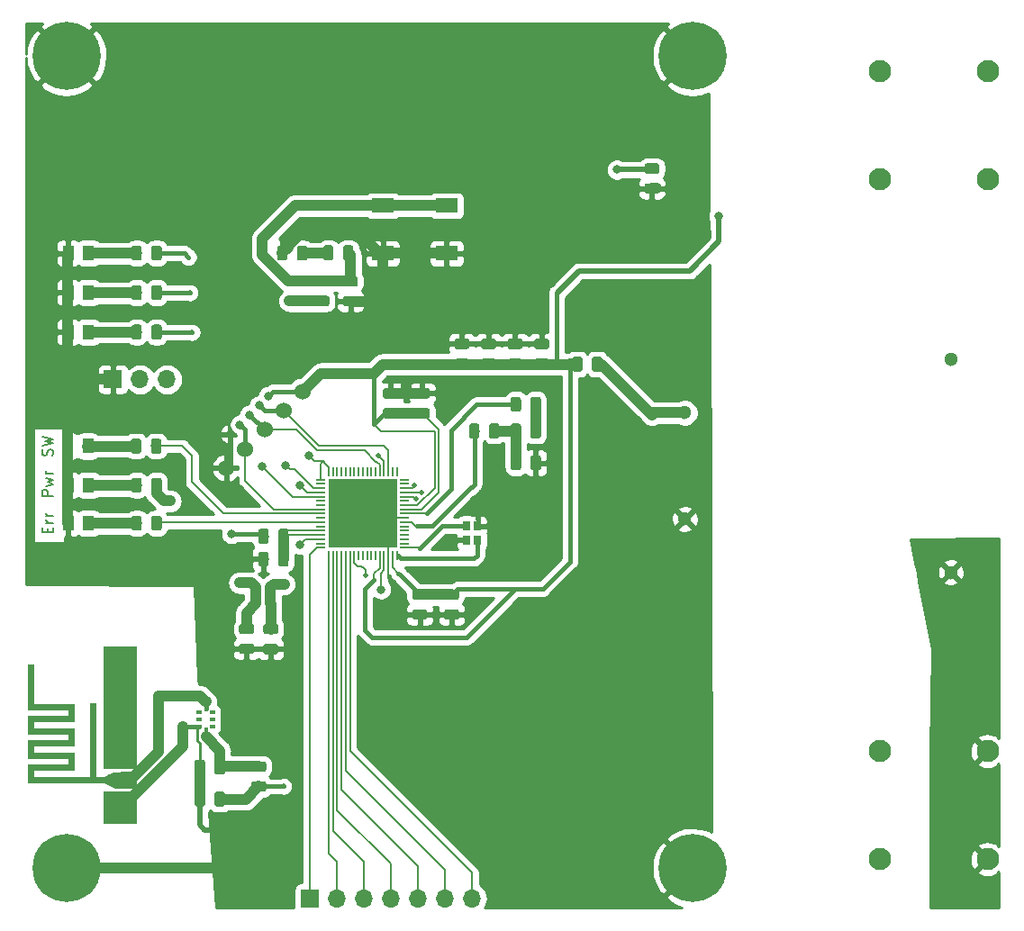
<source format=gtl>
G04 #@! TF.GenerationSoftware,KiCad,Pcbnew,5.1.4-3.fc30*
G04 #@! TF.CreationDate,2019-12-04T09:12:17+01:00*
G04 #@! TF.ProjectId,WattFred,57617474-4672-4656-942e-6b696361645f,rev?*
G04 #@! TF.SameCoordinates,Original*
G04 #@! TF.FileFunction,Copper,L1,Top*
G04 #@! TF.FilePolarity,Positive*
%FSLAX46Y46*%
G04 Gerber Fmt 4.6, Leading zero omitted, Abs format (unit mm)*
G04 Created by KiCad (PCBNEW 5.1.4-3.fc30) date 2019-12-04 09:12:17*
%MOMM*%
%LPD*%
G04 APERTURE LIST*
%ADD10C,0.200000*%
%ADD11C,0.010000*%
%ADD12C,6.400000*%
%ADD13O,1.700000X1.700000*%
%ADD14R,1.700000X1.700000*%
%ADD15C,0.100000*%
%ADD16C,0.975000*%
%ADD17R,0.300000X0.500000*%
%ADD18R,0.500000X0.300000*%
%ADD19C,1.300000*%
%ADD20C,0.800000*%
%ADD21C,1.524000*%
%ADD22R,0.950000X0.200000*%
%ADD23R,0.200000X0.950000*%
%ADD24R,6.500000X6.500000*%
%ADD25R,1.050000X1.450000*%
%ADD26R,2.100000X1.400000*%
%ADD27C,1.000000*%
%ADD28R,0.750000X0.850000*%
%ADD29C,2.100000*%
%ADD30R,0.600000X1.100000*%
%ADD31C,0.500000*%
%ADD32C,4.000000*%
%ADD33C,1.000000*%
%ADD34C,0.400000*%
%ADD35C,0.500000*%
%ADD36C,0.250000*%
%ADD37C,0.254000*%
G04 APERTURE END LIST*
D10*
X80014761Y-93335142D02*
X80062380Y-93192285D01*
X80062380Y-92954190D01*
X80014761Y-92858952D01*
X79967142Y-92811333D01*
X79871904Y-92763714D01*
X79776666Y-92763714D01*
X79681428Y-92811333D01*
X79633809Y-92858952D01*
X79586190Y-92954190D01*
X79538571Y-93144666D01*
X79490952Y-93239904D01*
X79443333Y-93287523D01*
X79348095Y-93335142D01*
X79252857Y-93335142D01*
X79157619Y-93287523D01*
X79110000Y-93239904D01*
X79062380Y-93144666D01*
X79062380Y-92906571D01*
X79110000Y-92763714D01*
X79062380Y-92430380D02*
X80062380Y-92192285D01*
X79348095Y-92001809D01*
X80062380Y-91811333D01*
X79062380Y-91573238D01*
X80052380Y-97120238D02*
X79052380Y-97120238D01*
X79052380Y-96739285D01*
X79100000Y-96644047D01*
X79147619Y-96596428D01*
X79242857Y-96548809D01*
X79385714Y-96548809D01*
X79480952Y-96596428D01*
X79528571Y-96644047D01*
X79576190Y-96739285D01*
X79576190Y-97120238D01*
X79385714Y-96215476D02*
X80052380Y-96025000D01*
X79576190Y-95834523D01*
X80052380Y-95644047D01*
X79385714Y-95453571D01*
X80052380Y-95072619D02*
X79385714Y-95072619D01*
X79576190Y-95072619D02*
X79480952Y-95025000D01*
X79433333Y-94977380D01*
X79385714Y-94882142D01*
X79385714Y-94786904D01*
X79588571Y-100563333D02*
X79588571Y-100230000D01*
X80112380Y-100087142D02*
X80112380Y-100563333D01*
X79112380Y-100563333D01*
X79112380Y-100087142D01*
X80112380Y-99658571D02*
X79445714Y-99658571D01*
X79636190Y-99658571D02*
X79540952Y-99610952D01*
X79493333Y-99563333D01*
X79445714Y-99468095D01*
X79445714Y-99372857D01*
X80112380Y-99039523D02*
X79445714Y-99039523D01*
X79636190Y-99039523D02*
X79540952Y-98991904D01*
X79493333Y-98944285D01*
X79445714Y-98849047D01*
X79445714Y-98753809D01*
D11*
G36*
X87890000Y-124964000D02*
G01*
X87890000Y-127927333D01*
X84842000Y-127927333D01*
X84842000Y-124964000D01*
X87890000Y-124964000D01*
X87890000Y-124964000D01*
G37*
X87890000Y-124964000D02*
X87890000Y-127927333D01*
X84842000Y-127927333D01*
X84842000Y-124964000D01*
X87890000Y-124964000D01*
G36*
X81540000Y-122424000D02*
G01*
X81540000Y-121831333D01*
X77730000Y-121831333D01*
X77730000Y-120138000D01*
X81540000Y-120138000D01*
X81540000Y-119545333D01*
X77730000Y-119545333D01*
X77730000Y-117852000D01*
X81540000Y-117852000D01*
X81540000Y-117259333D01*
X77730000Y-117259333D01*
X77730000Y-113026000D01*
X78238000Y-113026000D01*
X78238000Y-116751333D01*
X82048000Y-116751333D01*
X82048000Y-118360000D01*
X78238000Y-118360000D01*
X78238000Y-119037333D01*
X82048000Y-119037333D01*
X82048000Y-120646000D01*
X78238000Y-120646000D01*
X78238000Y-121323333D01*
X82048000Y-121323333D01*
X82048000Y-122932000D01*
X78238000Y-122932000D01*
X78238000Y-123609333D01*
X83572000Y-123609333D01*
X83572000Y-116666667D01*
X84080000Y-116666667D01*
X84080000Y-123609333D01*
X84463414Y-123609333D01*
X84905015Y-123537973D01*
X85349999Y-123355333D01*
X85575026Y-123246882D01*
X85768245Y-123174645D01*
X85973499Y-123131305D01*
X86234628Y-123109541D01*
X86595474Y-123102037D01*
X86871585Y-123101333D01*
X87890000Y-123101333D01*
X87890000Y-124625333D01*
X86913918Y-124625333D01*
X86482772Y-124622428D01*
X86175160Y-124608472D01*
X85945313Y-124575608D01*
X85747464Y-124515975D01*
X85535844Y-124421715D01*
X85434666Y-124371333D01*
X84931495Y-124117333D01*
X77730000Y-124117333D01*
X77730000Y-122424000D01*
X81540000Y-122424000D01*
X81540000Y-122424000D01*
G37*
X81540000Y-122424000D02*
X81540000Y-121831333D01*
X77730000Y-121831333D01*
X77730000Y-120138000D01*
X81540000Y-120138000D01*
X81540000Y-119545333D01*
X77730000Y-119545333D01*
X77730000Y-117852000D01*
X81540000Y-117852000D01*
X81540000Y-117259333D01*
X77730000Y-117259333D01*
X77730000Y-113026000D01*
X78238000Y-113026000D01*
X78238000Y-116751333D01*
X82048000Y-116751333D01*
X82048000Y-118360000D01*
X78238000Y-118360000D01*
X78238000Y-119037333D01*
X82048000Y-119037333D01*
X82048000Y-120646000D01*
X78238000Y-120646000D01*
X78238000Y-121323333D01*
X82048000Y-121323333D01*
X82048000Y-122932000D01*
X78238000Y-122932000D01*
X78238000Y-123609333D01*
X83572000Y-123609333D01*
X83572000Y-116666667D01*
X84080000Y-116666667D01*
X84080000Y-123609333D01*
X84463414Y-123609333D01*
X84905015Y-123537973D01*
X85349999Y-123355333D01*
X85575026Y-123246882D01*
X85768245Y-123174645D01*
X85973499Y-123131305D01*
X86234628Y-123109541D01*
X86595474Y-123102037D01*
X86871585Y-123101333D01*
X87890000Y-123101333D01*
X87890000Y-124625333D01*
X86913918Y-124625333D01*
X86482772Y-124622428D01*
X86175160Y-124608472D01*
X85945313Y-124575608D01*
X85747464Y-124515975D01*
X85535844Y-124421715D01*
X85434666Y-124371333D01*
X84931495Y-124117333D01*
X77730000Y-124117333D01*
X77730000Y-122424000D01*
X81540000Y-122424000D01*
G36*
X87890000Y-111332667D02*
G01*
X87890000Y-122762667D01*
X84842000Y-122762667D01*
X84842000Y-111332667D01*
X87890000Y-111332667D01*
X87890000Y-111332667D01*
G37*
X87890000Y-111332667D02*
X87890000Y-122762667D01*
X84842000Y-122762667D01*
X84842000Y-111332667D01*
X87890000Y-111332667D01*
D12*
X140210000Y-55760000D03*
X81350000Y-55760000D03*
X81350000Y-132130000D03*
X140210000Y-132130000D03*
D13*
X119460000Y-134970000D03*
X116920000Y-134970000D03*
X114380000Y-134970000D03*
X111840000Y-134970000D03*
X109300000Y-134970000D03*
X106760000Y-134970000D03*
D14*
X104220000Y-134970000D03*
D13*
X90800000Y-86170000D03*
X88260000Y-86170000D03*
D14*
X85720000Y-86170000D03*
D15*
G36*
X131505142Y-84051174D02*
G01*
X131528803Y-84054684D01*
X131552007Y-84060496D01*
X131574529Y-84068554D01*
X131596153Y-84078782D01*
X131616670Y-84091079D01*
X131635883Y-84105329D01*
X131653607Y-84121393D01*
X131669671Y-84139117D01*
X131683921Y-84158330D01*
X131696218Y-84178847D01*
X131706446Y-84200471D01*
X131714504Y-84222993D01*
X131720316Y-84246197D01*
X131723826Y-84269858D01*
X131725000Y-84293750D01*
X131725000Y-85206250D01*
X131723826Y-85230142D01*
X131720316Y-85253803D01*
X131714504Y-85277007D01*
X131706446Y-85299529D01*
X131696218Y-85321153D01*
X131683921Y-85341670D01*
X131669671Y-85360883D01*
X131653607Y-85378607D01*
X131635883Y-85394671D01*
X131616670Y-85408921D01*
X131596153Y-85421218D01*
X131574529Y-85431446D01*
X131552007Y-85439504D01*
X131528803Y-85445316D01*
X131505142Y-85448826D01*
X131481250Y-85450000D01*
X130993750Y-85450000D01*
X130969858Y-85448826D01*
X130946197Y-85445316D01*
X130922993Y-85439504D01*
X130900471Y-85431446D01*
X130878847Y-85421218D01*
X130858330Y-85408921D01*
X130839117Y-85394671D01*
X130821393Y-85378607D01*
X130805329Y-85360883D01*
X130791079Y-85341670D01*
X130778782Y-85321153D01*
X130768554Y-85299529D01*
X130760496Y-85277007D01*
X130754684Y-85253803D01*
X130751174Y-85230142D01*
X130750000Y-85206250D01*
X130750000Y-84293750D01*
X130751174Y-84269858D01*
X130754684Y-84246197D01*
X130760496Y-84222993D01*
X130768554Y-84200471D01*
X130778782Y-84178847D01*
X130791079Y-84158330D01*
X130805329Y-84139117D01*
X130821393Y-84121393D01*
X130839117Y-84105329D01*
X130858330Y-84091079D01*
X130878847Y-84078782D01*
X130900471Y-84068554D01*
X130922993Y-84060496D01*
X130946197Y-84054684D01*
X130969858Y-84051174D01*
X130993750Y-84050000D01*
X131481250Y-84050000D01*
X131505142Y-84051174D01*
X131505142Y-84051174D01*
G37*
D16*
X131237500Y-84750000D03*
D15*
G36*
X129630142Y-84051174D02*
G01*
X129653803Y-84054684D01*
X129677007Y-84060496D01*
X129699529Y-84068554D01*
X129721153Y-84078782D01*
X129741670Y-84091079D01*
X129760883Y-84105329D01*
X129778607Y-84121393D01*
X129794671Y-84139117D01*
X129808921Y-84158330D01*
X129821218Y-84178847D01*
X129831446Y-84200471D01*
X129839504Y-84222993D01*
X129845316Y-84246197D01*
X129848826Y-84269858D01*
X129850000Y-84293750D01*
X129850000Y-85206250D01*
X129848826Y-85230142D01*
X129845316Y-85253803D01*
X129839504Y-85277007D01*
X129831446Y-85299529D01*
X129821218Y-85321153D01*
X129808921Y-85341670D01*
X129794671Y-85360883D01*
X129778607Y-85378607D01*
X129760883Y-85394671D01*
X129741670Y-85408921D01*
X129721153Y-85421218D01*
X129699529Y-85431446D01*
X129677007Y-85439504D01*
X129653803Y-85445316D01*
X129630142Y-85448826D01*
X129606250Y-85450000D01*
X129118750Y-85450000D01*
X129094858Y-85448826D01*
X129071197Y-85445316D01*
X129047993Y-85439504D01*
X129025471Y-85431446D01*
X129003847Y-85421218D01*
X128983330Y-85408921D01*
X128964117Y-85394671D01*
X128946393Y-85378607D01*
X128930329Y-85360883D01*
X128916079Y-85341670D01*
X128903782Y-85321153D01*
X128893554Y-85299529D01*
X128885496Y-85277007D01*
X128879684Y-85253803D01*
X128876174Y-85230142D01*
X128875000Y-85206250D01*
X128875000Y-84293750D01*
X128876174Y-84269858D01*
X128879684Y-84246197D01*
X128885496Y-84222993D01*
X128893554Y-84200471D01*
X128903782Y-84178847D01*
X128916079Y-84158330D01*
X128930329Y-84139117D01*
X128946393Y-84121393D01*
X128964117Y-84105329D01*
X128983330Y-84091079D01*
X129003847Y-84078782D01*
X129025471Y-84068554D01*
X129047993Y-84060496D01*
X129071197Y-84054684D01*
X129094858Y-84051174D01*
X129118750Y-84050000D01*
X129606250Y-84050000D01*
X129630142Y-84051174D01*
X129630142Y-84051174D01*
G37*
D16*
X129362500Y-84750000D03*
D17*
X94445000Y-117145000D03*
X94445000Y-119145000D03*
D18*
X95070000Y-117495000D03*
X95070000Y-118145000D03*
X95070000Y-118795000D03*
X93820000Y-117495000D03*
X93820000Y-118145000D03*
X93820000Y-118795000D03*
D19*
X164480000Y-104310000D03*
X164480000Y-84310000D03*
X139480000Y-89310000D03*
X139480000Y-99310000D03*
D20*
X97651903Y-90422954D03*
X98549929Y-89524929D03*
X96746806Y-91313909D03*
X100345980Y-87728877D03*
X99447954Y-88626903D03*
D21*
X96350826Y-94510031D03*
X98153949Y-92721051D03*
X99950000Y-90925000D03*
X101746051Y-89128949D03*
X103542102Y-87332898D03*
D22*
X105248840Y-95601000D03*
X105248840Y-96001000D03*
X105248840Y-96401000D03*
X105248840Y-96801000D03*
X105248840Y-97201000D03*
X105248840Y-97601000D03*
X105248840Y-98001000D03*
X105248840Y-98401000D03*
X105248840Y-98801000D03*
X105248840Y-99201000D03*
X105248840Y-99601000D03*
X105248840Y-100001000D03*
X105248840Y-100401000D03*
X105248840Y-100801000D03*
X105248840Y-101201000D03*
X105248840Y-101601000D03*
X105248840Y-102001000D03*
D23*
X105998840Y-102751000D03*
X106398840Y-102751000D03*
X106798840Y-102751000D03*
X107198840Y-102751000D03*
X107598840Y-102751000D03*
X107998840Y-102751000D03*
X108398840Y-102751000D03*
X108798840Y-102751000D03*
X109198840Y-102751000D03*
X109598840Y-102751000D03*
X109998840Y-102751000D03*
X110398840Y-102751000D03*
X110798840Y-102751000D03*
X111198840Y-102751000D03*
X111598840Y-102751000D03*
X111998840Y-102751000D03*
X112398840Y-102751000D03*
D22*
X113148840Y-102001000D03*
X113148840Y-101601000D03*
X113148840Y-101201000D03*
X113148840Y-100801000D03*
X113148840Y-100401000D03*
X113148840Y-100001000D03*
X113148840Y-99601000D03*
X113148840Y-99201000D03*
X113148840Y-98801000D03*
X113148840Y-98401000D03*
X113148840Y-98001000D03*
X113148840Y-97601000D03*
X113148840Y-97201000D03*
X113148840Y-96801000D03*
X113148840Y-96401000D03*
X113148840Y-96001000D03*
X113148840Y-95601000D03*
D23*
X112398840Y-94851000D03*
X111998840Y-94851000D03*
X111598840Y-94851000D03*
X111198840Y-94851000D03*
X110798840Y-94851000D03*
X110398840Y-94851000D03*
X109998840Y-94851000D03*
X109598840Y-94851000D03*
X109198840Y-94851000D03*
X108798840Y-94851000D03*
X108398840Y-94851000D03*
X107998840Y-94851000D03*
X107598840Y-94851000D03*
X107198840Y-94851000D03*
X106798840Y-94851000D03*
X106398840Y-94851000D03*
X105998840Y-94851000D03*
D24*
X109198840Y-98801000D03*
D15*
G36*
X96025142Y-124946174D02*
G01*
X96048803Y-124949684D01*
X96072007Y-124955496D01*
X96094529Y-124963554D01*
X96116153Y-124973782D01*
X96136670Y-124986079D01*
X96155883Y-125000329D01*
X96173607Y-125016393D01*
X96189671Y-125034117D01*
X96203921Y-125053330D01*
X96216218Y-125073847D01*
X96226446Y-125095471D01*
X96234504Y-125117993D01*
X96240316Y-125141197D01*
X96243826Y-125164858D01*
X96245000Y-125188750D01*
X96245000Y-126101250D01*
X96243826Y-126125142D01*
X96240316Y-126148803D01*
X96234504Y-126172007D01*
X96226446Y-126194529D01*
X96216218Y-126216153D01*
X96203921Y-126236670D01*
X96189671Y-126255883D01*
X96173607Y-126273607D01*
X96155883Y-126289671D01*
X96136670Y-126303921D01*
X96116153Y-126316218D01*
X96094529Y-126326446D01*
X96072007Y-126334504D01*
X96048803Y-126340316D01*
X96025142Y-126343826D01*
X96001250Y-126345000D01*
X95513750Y-126345000D01*
X95489858Y-126343826D01*
X95466197Y-126340316D01*
X95442993Y-126334504D01*
X95420471Y-126326446D01*
X95398847Y-126316218D01*
X95378330Y-126303921D01*
X95359117Y-126289671D01*
X95341393Y-126273607D01*
X95325329Y-126255883D01*
X95311079Y-126236670D01*
X95298782Y-126216153D01*
X95288554Y-126194529D01*
X95280496Y-126172007D01*
X95274684Y-126148803D01*
X95271174Y-126125142D01*
X95270000Y-126101250D01*
X95270000Y-125188750D01*
X95271174Y-125164858D01*
X95274684Y-125141197D01*
X95280496Y-125117993D01*
X95288554Y-125095471D01*
X95298782Y-125073847D01*
X95311079Y-125053330D01*
X95325329Y-125034117D01*
X95341393Y-125016393D01*
X95359117Y-125000329D01*
X95378330Y-124986079D01*
X95398847Y-124973782D01*
X95420471Y-124963554D01*
X95442993Y-124955496D01*
X95466197Y-124949684D01*
X95489858Y-124946174D01*
X95513750Y-124945000D01*
X96001250Y-124945000D01*
X96025142Y-124946174D01*
X96025142Y-124946174D01*
G37*
D16*
X95757500Y-125645000D03*
D15*
G36*
X94150142Y-124946174D02*
G01*
X94173803Y-124949684D01*
X94197007Y-124955496D01*
X94219529Y-124963554D01*
X94241153Y-124973782D01*
X94261670Y-124986079D01*
X94280883Y-125000329D01*
X94298607Y-125016393D01*
X94314671Y-125034117D01*
X94328921Y-125053330D01*
X94341218Y-125073847D01*
X94351446Y-125095471D01*
X94359504Y-125117993D01*
X94365316Y-125141197D01*
X94368826Y-125164858D01*
X94370000Y-125188750D01*
X94370000Y-126101250D01*
X94368826Y-126125142D01*
X94365316Y-126148803D01*
X94359504Y-126172007D01*
X94351446Y-126194529D01*
X94341218Y-126216153D01*
X94328921Y-126236670D01*
X94314671Y-126255883D01*
X94298607Y-126273607D01*
X94280883Y-126289671D01*
X94261670Y-126303921D01*
X94241153Y-126316218D01*
X94219529Y-126326446D01*
X94197007Y-126334504D01*
X94173803Y-126340316D01*
X94150142Y-126343826D01*
X94126250Y-126345000D01*
X93638750Y-126345000D01*
X93614858Y-126343826D01*
X93591197Y-126340316D01*
X93567993Y-126334504D01*
X93545471Y-126326446D01*
X93523847Y-126316218D01*
X93503330Y-126303921D01*
X93484117Y-126289671D01*
X93466393Y-126273607D01*
X93450329Y-126255883D01*
X93436079Y-126236670D01*
X93423782Y-126216153D01*
X93413554Y-126194529D01*
X93405496Y-126172007D01*
X93399684Y-126148803D01*
X93396174Y-126125142D01*
X93395000Y-126101250D01*
X93395000Y-125188750D01*
X93396174Y-125164858D01*
X93399684Y-125141197D01*
X93405496Y-125117993D01*
X93413554Y-125095471D01*
X93423782Y-125073847D01*
X93436079Y-125053330D01*
X93450329Y-125034117D01*
X93466393Y-125016393D01*
X93484117Y-125000329D01*
X93503330Y-124986079D01*
X93523847Y-124973782D01*
X93545471Y-124963554D01*
X93567993Y-124955496D01*
X93591197Y-124949684D01*
X93614858Y-124946174D01*
X93638750Y-124945000D01*
X94126250Y-124945000D01*
X94150142Y-124946174D01*
X94150142Y-124946174D01*
G37*
D16*
X93882500Y-125645000D03*
D15*
G36*
X94150142Y-121946174D02*
G01*
X94173803Y-121949684D01*
X94197007Y-121955496D01*
X94219529Y-121963554D01*
X94241153Y-121973782D01*
X94261670Y-121986079D01*
X94280883Y-122000329D01*
X94298607Y-122016393D01*
X94314671Y-122034117D01*
X94328921Y-122053330D01*
X94341218Y-122073847D01*
X94351446Y-122095471D01*
X94359504Y-122117993D01*
X94365316Y-122141197D01*
X94368826Y-122164858D01*
X94370000Y-122188750D01*
X94370000Y-123101250D01*
X94368826Y-123125142D01*
X94365316Y-123148803D01*
X94359504Y-123172007D01*
X94351446Y-123194529D01*
X94341218Y-123216153D01*
X94328921Y-123236670D01*
X94314671Y-123255883D01*
X94298607Y-123273607D01*
X94280883Y-123289671D01*
X94261670Y-123303921D01*
X94241153Y-123316218D01*
X94219529Y-123326446D01*
X94197007Y-123334504D01*
X94173803Y-123340316D01*
X94150142Y-123343826D01*
X94126250Y-123345000D01*
X93638750Y-123345000D01*
X93614858Y-123343826D01*
X93591197Y-123340316D01*
X93567993Y-123334504D01*
X93545471Y-123326446D01*
X93523847Y-123316218D01*
X93503330Y-123303921D01*
X93484117Y-123289671D01*
X93466393Y-123273607D01*
X93450329Y-123255883D01*
X93436079Y-123236670D01*
X93423782Y-123216153D01*
X93413554Y-123194529D01*
X93405496Y-123172007D01*
X93399684Y-123148803D01*
X93396174Y-123125142D01*
X93395000Y-123101250D01*
X93395000Y-122188750D01*
X93396174Y-122164858D01*
X93399684Y-122141197D01*
X93405496Y-122117993D01*
X93413554Y-122095471D01*
X93423782Y-122073847D01*
X93436079Y-122053330D01*
X93450329Y-122034117D01*
X93466393Y-122016393D01*
X93484117Y-122000329D01*
X93503330Y-121986079D01*
X93523847Y-121973782D01*
X93545471Y-121963554D01*
X93567993Y-121955496D01*
X93591197Y-121949684D01*
X93614858Y-121946174D01*
X93638750Y-121945000D01*
X94126250Y-121945000D01*
X94150142Y-121946174D01*
X94150142Y-121946174D01*
G37*
D16*
X93882500Y-122645000D03*
D15*
G36*
X96025142Y-121946174D02*
G01*
X96048803Y-121949684D01*
X96072007Y-121955496D01*
X96094529Y-121963554D01*
X96116153Y-121973782D01*
X96136670Y-121986079D01*
X96155883Y-122000329D01*
X96173607Y-122016393D01*
X96189671Y-122034117D01*
X96203921Y-122053330D01*
X96216218Y-122073847D01*
X96226446Y-122095471D01*
X96234504Y-122117993D01*
X96240316Y-122141197D01*
X96243826Y-122164858D01*
X96245000Y-122188750D01*
X96245000Y-123101250D01*
X96243826Y-123125142D01*
X96240316Y-123148803D01*
X96234504Y-123172007D01*
X96226446Y-123194529D01*
X96216218Y-123216153D01*
X96203921Y-123236670D01*
X96189671Y-123255883D01*
X96173607Y-123273607D01*
X96155883Y-123289671D01*
X96136670Y-123303921D01*
X96116153Y-123316218D01*
X96094529Y-123326446D01*
X96072007Y-123334504D01*
X96048803Y-123340316D01*
X96025142Y-123343826D01*
X96001250Y-123345000D01*
X95513750Y-123345000D01*
X95489858Y-123343826D01*
X95466197Y-123340316D01*
X95442993Y-123334504D01*
X95420471Y-123326446D01*
X95398847Y-123316218D01*
X95378330Y-123303921D01*
X95359117Y-123289671D01*
X95341393Y-123273607D01*
X95325329Y-123255883D01*
X95311079Y-123236670D01*
X95298782Y-123216153D01*
X95288554Y-123194529D01*
X95280496Y-123172007D01*
X95274684Y-123148803D01*
X95271174Y-123125142D01*
X95270000Y-123101250D01*
X95270000Y-122188750D01*
X95271174Y-122164858D01*
X95274684Y-122141197D01*
X95280496Y-122117993D01*
X95288554Y-122095471D01*
X95298782Y-122073847D01*
X95311079Y-122053330D01*
X95325329Y-122034117D01*
X95341393Y-122016393D01*
X95359117Y-122000329D01*
X95378330Y-121986079D01*
X95398847Y-121973782D01*
X95420471Y-121963554D01*
X95442993Y-121955496D01*
X95466197Y-121949684D01*
X95489858Y-121946174D01*
X95513750Y-121945000D01*
X96001250Y-121945000D01*
X96025142Y-121946174D01*
X96025142Y-121946174D01*
G37*
D16*
X95757500Y-122645000D03*
D15*
G36*
X106220122Y-73573394D02*
G01*
X106243783Y-73576904D01*
X106266987Y-73582716D01*
X106289509Y-73590774D01*
X106311133Y-73601002D01*
X106331650Y-73613299D01*
X106350863Y-73627549D01*
X106368587Y-73643613D01*
X106384651Y-73661337D01*
X106398901Y-73680550D01*
X106411198Y-73701067D01*
X106421426Y-73722691D01*
X106429484Y-73745213D01*
X106435296Y-73768417D01*
X106438806Y-73792078D01*
X106439980Y-73815970D01*
X106439980Y-74728470D01*
X106438806Y-74752362D01*
X106435296Y-74776023D01*
X106429484Y-74799227D01*
X106421426Y-74821749D01*
X106411198Y-74843373D01*
X106398901Y-74863890D01*
X106384651Y-74883103D01*
X106368587Y-74900827D01*
X106350863Y-74916891D01*
X106331650Y-74931141D01*
X106311133Y-74943438D01*
X106289509Y-74953666D01*
X106266987Y-74961724D01*
X106243783Y-74967536D01*
X106220122Y-74971046D01*
X106196230Y-74972220D01*
X105708730Y-74972220D01*
X105684838Y-74971046D01*
X105661177Y-74967536D01*
X105637973Y-74961724D01*
X105615451Y-74953666D01*
X105593827Y-74943438D01*
X105573310Y-74931141D01*
X105554097Y-74916891D01*
X105536373Y-74900827D01*
X105520309Y-74883103D01*
X105506059Y-74863890D01*
X105493762Y-74843373D01*
X105483534Y-74821749D01*
X105475476Y-74799227D01*
X105469664Y-74776023D01*
X105466154Y-74752362D01*
X105464980Y-74728470D01*
X105464980Y-73815970D01*
X105466154Y-73792078D01*
X105469664Y-73768417D01*
X105475476Y-73745213D01*
X105483534Y-73722691D01*
X105493762Y-73701067D01*
X105506059Y-73680550D01*
X105520309Y-73661337D01*
X105536373Y-73643613D01*
X105554097Y-73627549D01*
X105573310Y-73613299D01*
X105593827Y-73601002D01*
X105615451Y-73590774D01*
X105637973Y-73582716D01*
X105661177Y-73576904D01*
X105684838Y-73573394D01*
X105708730Y-73572220D01*
X106196230Y-73572220D01*
X106220122Y-73573394D01*
X106220122Y-73573394D01*
G37*
D16*
X105952480Y-74272220D03*
D15*
G36*
X108095122Y-73573394D02*
G01*
X108118783Y-73576904D01*
X108141987Y-73582716D01*
X108164509Y-73590774D01*
X108186133Y-73601002D01*
X108206650Y-73613299D01*
X108225863Y-73627549D01*
X108243587Y-73643613D01*
X108259651Y-73661337D01*
X108273901Y-73680550D01*
X108286198Y-73701067D01*
X108296426Y-73722691D01*
X108304484Y-73745213D01*
X108310296Y-73768417D01*
X108313806Y-73792078D01*
X108314980Y-73815970D01*
X108314980Y-74728470D01*
X108313806Y-74752362D01*
X108310296Y-74776023D01*
X108304484Y-74799227D01*
X108296426Y-74821749D01*
X108286198Y-74843373D01*
X108273901Y-74863890D01*
X108259651Y-74883103D01*
X108243587Y-74900827D01*
X108225863Y-74916891D01*
X108206650Y-74931141D01*
X108186133Y-74943438D01*
X108164509Y-74953666D01*
X108141987Y-74961724D01*
X108118783Y-74967536D01*
X108095122Y-74971046D01*
X108071230Y-74972220D01*
X107583730Y-74972220D01*
X107559838Y-74971046D01*
X107536177Y-74967536D01*
X107512973Y-74961724D01*
X107490451Y-74953666D01*
X107468827Y-74943438D01*
X107448310Y-74931141D01*
X107429097Y-74916891D01*
X107411373Y-74900827D01*
X107395309Y-74883103D01*
X107381059Y-74863890D01*
X107368762Y-74843373D01*
X107358534Y-74821749D01*
X107350476Y-74799227D01*
X107344664Y-74776023D01*
X107341154Y-74752362D01*
X107339980Y-74728470D01*
X107339980Y-73815970D01*
X107341154Y-73792078D01*
X107344664Y-73768417D01*
X107350476Y-73745213D01*
X107358534Y-73722691D01*
X107368762Y-73701067D01*
X107381059Y-73680550D01*
X107395309Y-73661337D01*
X107411373Y-73643613D01*
X107429097Y-73627549D01*
X107448310Y-73613299D01*
X107468827Y-73601002D01*
X107490451Y-73590774D01*
X107512973Y-73582716D01*
X107536177Y-73576904D01*
X107559838Y-73573394D01*
X107583730Y-73572220D01*
X108071230Y-73572220D01*
X108095122Y-73573394D01*
X108095122Y-73573394D01*
G37*
D16*
X107827480Y-74272220D03*
D15*
G36*
X119000142Y-82351174D02*
G01*
X119023803Y-82354684D01*
X119047007Y-82360496D01*
X119069529Y-82368554D01*
X119091153Y-82378782D01*
X119111670Y-82391079D01*
X119130883Y-82405329D01*
X119148607Y-82421393D01*
X119164671Y-82439117D01*
X119178921Y-82458330D01*
X119191218Y-82478847D01*
X119201446Y-82500471D01*
X119209504Y-82522993D01*
X119215316Y-82546197D01*
X119218826Y-82569858D01*
X119220000Y-82593750D01*
X119220000Y-83081250D01*
X119218826Y-83105142D01*
X119215316Y-83128803D01*
X119209504Y-83152007D01*
X119201446Y-83174529D01*
X119191218Y-83196153D01*
X119178921Y-83216670D01*
X119164671Y-83235883D01*
X119148607Y-83253607D01*
X119130883Y-83269671D01*
X119111670Y-83283921D01*
X119091153Y-83296218D01*
X119069529Y-83306446D01*
X119047007Y-83314504D01*
X119023803Y-83320316D01*
X119000142Y-83323826D01*
X118976250Y-83325000D01*
X118063750Y-83325000D01*
X118039858Y-83323826D01*
X118016197Y-83320316D01*
X117992993Y-83314504D01*
X117970471Y-83306446D01*
X117948847Y-83296218D01*
X117928330Y-83283921D01*
X117909117Y-83269671D01*
X117891393Y-83253607D01*
X117875329Y-83235883D01*
X117861079Y-83216670D01*
X117848782Y-83196153D01*
X117838554Y-83174529D01*
X117830496Y-83152007D01*
X117824684Y-83128803D01*
X117821174Y-83105142D01*
X117820000Y-83081250D01*
X117820000Y-82593750D01*
X117821174Y-82569858D01*
X117824684Y-82546197D01*
X117830496Y-82522993D01*
X117838554Y-82500471D01*
X117848782Y-82478847D01*
X117861079Y-82458330D01*
X117875329Y-82439117D01*
X117891393Y-82421393D01*
X117909117Y-82405329D01*
X117928330Y-82391079D01*
X117948847Y-82378782D01*
X117970471Y-82368554D01*
X117992993Y-82360496D01*
X118016197Y-82354684D01*
X118039858Y-82351174D01*
X118063750Y-82350000D01*
X118976250Y-82350000D01*
X119000142Y-82351174D01*
X119000142Y-82351174D01*
G37*
D16*
X118520000Y-82837500D03*
D15*
G36*
X119000142Y-84226174D02*
G01*
X119023803Y-84229684D01*
X119047007Y-84235496D01*
X119069529Y-84243554D01*
X119091153Y-84253782D01*
X119111670Y-84266079D01*
X119130883Y-84280329D01*
X119148607Y-84296393D01*
X119164671Y-84314117D01*
X119178921Y-84333330D01*
X119191218Y-84353847D01*
X119201446Y-84375471D01*
X119209504Y-84397993D01*
X119215316Y-84421197D01*
X119218826Y-84444858D01*
X119220000Y-84468750D01*
X119220000Y-84956250D01*
X119218826Y-84980142D01*
X119215316Y-85003803D01*
X119209504Y-85027007D01*
X119201446Y-85049529D01*
X119191218Y-85071153D01*
X119178921Y-85091670D01*
X119164671Y-85110883D01*
X119148607Y-85128607D01*
X119130883Y-85144671D01*
X119111670Y-85158921D01*
X119091153Y-85171218D01*
X119069529Y-85181446D01*
X119047007Y-85189504D01*
X119023803Y-85195316D01*
X119000142Y-85198826D01*
X118976250Y-85200000D01*
X118063750Y-85200000D01*
X118039858Y-85198826D01*
X118016197Y-85195316D01*
X117992993Y-85189504D01*
X117970471Y-85181446D01*
X117948847Y-85171218D01*
X117928330Y-85158921D01*
X117909117Y-85144671D01*
X117891393Y-85128607D01*
X117875329Y-85110883D01*
X117861079Y-85091670D01*
X117848782Y-85071153D01*
X117838554Y-85049529D01*
X117830496Y-85027007D01*
X117824684Y-85003803D01*
X117821174Y-84980142D01*
X117820000Y-84956250D01*
X117820000Y-84468750D01*
X117821174Y-84444858D01*
X117824684Y-84421197D01*
X117830496Y-84397993D01*
X117838554Y-84375471D01*
X117848782Y-84353847D01*
X117861079Y-84333330D01*
X117875329Y-84314117D01*
X117891393Y-84296393D01*
X117909117Y-84280329D01*
X117928330Y-84266079D01*
X117948847Y-84253782D01*
X117970471Y-84243554D01*
X117992993Y-84235496D01*
X118016197Y-84229684D01*
X118039858Y-84226174D01*
X118063750Y-84225000D01*
X118976250Y-84225000D01*
X119000142Y-84226174D01*
X119000142Y-84226174D01*
G37*
D16*
X118520000Y-84712500D03*
D15*
G36*
X118030142Y-107806174D02*
G01*
X118053803Y-107809684D01*
X118077007Y-107815496D01*
X118099529Y-107823554D01*
X118121153Y-107833782D01*
X118141670Y-107846079D01*
X118160883Y-107860329D01*
X118178607Y-107876393D01*
X118194671Y-107894117D01*
X118208921Y-107913330D01*
X118221218Y-107933847D01*
X118231446Y-107955471D01*
X118239504Y-107977993D01*
X118245316Y-108001197D01*
X118248826Y-108024858D01*
X118250000Y-108048750D01*
X118250000Y-108536250D01*
X118248826Y-108560142D01*
X118245316Y-108583803D01*
X118239504Y-108607007D01*
X118231446Y-108629529D01*
X118221218Y-108651153D01*
X118208921Y-108671670D01*
X118194671Y-108690883D01*
X118178607Y-108708607D01*
X118160883Y-108724671D01*
X118141670Y-108738921D01*
X118121153Y-108751218D01*
X118099529Y-108761446D01*
X118077007Y-108769504D01*
X118053803Y-108775316D01*
X118030142Y-108778826D01*
X118006250Y-108780000D01*
X117093750Y-108780000D01*
X117069858Y-108778826D01*
X117046197Y-108775316D01*
X117022993Y-108769504D01*
X117000471Y-108761446D01*
X116978847Y-108751218D01*
X116958330Y-108738921D01*
X116939117Y-108724671D01*
X116921393Y-108708607D01*
X116905329Y-108690883D01*
X116891079Y-108671670D01*
X116878782Y-108651153D01*
X116868554Y-108629529D01*
X116860496Y-108607007D01*
X116854684Y-108583803D01*
X116851174Y-108560142D01*
X116850000Y-108536250D01*
X116850000Y-108048750D01*
X116851174Y-108024858D01*
X116854684Y-108001197D01*
X116860496Y-107977993D01*
X116868554Y-107955471D01*
X116878782Y-107933847D01*
X116891079Y-107913330D01*
X116905329Y-107894117D01*
X116921393Y-107876393D01*
X116939117Y-107860329D01*
X116958330Y-107846079D01*
X116978847Y-107833782D01*
X117000471Y-107823554D01*
X117022993Y-107815496D01*
X117046197Y-107809684D01*
X117069858Y-107806174D01*
X117093750Y-107805000D01*
X118006250Y-107805000D01*
X118030142Y-107806174D01*
X118030142Y-107806174D01*
G37*
D16*
X117550000Y-108292500D03*
D15*
G36*
X118030142Y-105931174D02*
G01*
X118053803Y-105934684D01*
X118077007Y-105940496D01*
X118099529Y-105948554D01*
X118121153Y-105958782D01*
X118141670Y-105971079D01*
X118160883Y-105985329D01*
X118178607Y-106001393D01*
X118194671Y-106019117D01*
X118208921Y-106038330D01*
X118221218Y-106058847D01*
X118231446Y-106080471D01*
X118239504Y-106102993D01*
X118245316Y-106126197D01*
X118248826Y-106149858D01*
X118250000Y-106173750D01*
X118250000Y-106661250D01*
X118248826Y-106685142D01*
X118245316Y-106708803D01*
X118239504Y-106732007D01*
X118231446Y-106754529D01*
X118221218Y-106776153D01*
X118208921Y-106796670D01*
X118194671Y-106815883D01*
X118178607Y-106833607D01*
X118160883Y-106849671D01*
X118141670Y-106863921D01*
X118121153Y-106876218D01*
X118099529Y-106886446D01*
X118077007Y-106894504D01*
X118053803Y-106900316D01*
X118030142Y-106903826D01*
X118006250Y-106905000D01*
X117093750Y-106905000D01*
X117069858Y-106903826D01*
X117046197Y-106900316D01*
X117022993Y-106894504D01*
X117000471Y-106886446D01*
X116978847Y-106876218D01*
X116958330Y-106863921D01*
X116939117Y-106849671D01*
X116921393Y-106833607D01*
X116905329Y-106815883D01*
X116891079Y-106796670D01*
X116878782Y-106776153D01*
X116868554Y-106754529D01*
X116860496Y-106732007D01*
X116854684Y-106708803D01*
X116851174Y-106685142D01*
X116850000Y-106661250D01*
X116850000Y-106173750D01*
X116851174Y-106149858D01*
X116854684Y-106126197D01*
X116860496Y-106102993D01*
X116868554Y-106080471D01*
X116878782Y-106058847D01*
X116891079Y-106038330D01*
X116905329Y-106019117D01*
X116921393Y-106001393D01*
X116939117Y-105985329D01*
X116958330Y-105971079D01*
X116978847Y-105958782D01*
X117000471Y-105948554D01*
X117022993Y-105940496D01*
X117046197Y-105934684D01*
X117069858Y-105931174D01*
X117093750Y-105930000D01*
X118006250Y-105930000D01*
X118030142Y-105931174D01*
X118030142Y-105931174D01*
G37*
D16*
X117550000Y-106417500D03*
D15*
G36*
X121500142Y-84226174D02*
G01*
X121523803Y-84229684D01*
X121547007Y-84235496D01*
X121569529Y-84243554D01*
X121591153Y-84253782D01*
X121611670Y-84266079D01*
X121630883Y-84280329D01*
X121648607Y-84296393D01*
X121664671Y-84314117D01*
X121678921Y-84333330D01*
X121691218Y-84353847D01*
X121701446Y-84375471D01*
X121709504Y-84397993D01*
X121715316Y-84421197D01*
X121718826Y-84444858D01*
X121720000Y-84468750D01*
X121720000Y-84956250D01*
X121718826Y-84980142D01*
X121715316Y-85003803D01*
X121709504Y-85027007D01*
X121701446Y-85049529D01*
X121691218Y-85071153D01*
X121678921Y-85091670D01*
X121664671Y-85110883D01*
X121648607Y-85128607D01*
X121630883Y-85144671D01*
X121611670Y-85158921D01*
X121591153Y-85171218D01*
X121569529Y-85181446D01*
X121547007Y-85189504D01*
X121523803Y-85195316D01*
X121500142Y-85198826D01*
X121476250Y-85200000D01*
X120563750Y-85200000D01*
X120539858Y-85198826D01*
X120516197Y-85195316D01*
X120492993Y-85189504D01*
X120470471Y-85181446D01*
X120448847Y-85171218D01*
X120428330Y-85158921D01*
X120409117Y-85144671D01*
X120391393Y-85128607D01*
X120375329Y-85110883D01*
X120361079Y-85091670D01*
X120348782Y-85071153D01*
X120338554Y-85049529D01*
X120330496Y-85027007D01*
X120324684Y-85003803D01*
X120321174Y-84980142D01*
X120320000Y-84956250D01*
X120320000Y-84468750D01*
X120321174Y-84444858D01*
X120324684Y-84421197D01*
X120330496Y-84397993D01*
X120338554Y-84375471D01*
X120348782Y-84353847D01*
X120361079Y-84333330D01*
X120375329Y-84314117D01*
X120391393Y-84296393D01*
X120409117Y-84280329D01*
X120428330Y-84266079D01*
X120448847Y-84253782D01*
X120470471Y-84243554D01*
X120492993Y-84235496D01*
X120516197Y-84229684D01*
X120539858Y-84226174D01*
X120563750Y-84225000D01*
X121476250Y-84225000D01*
X121500142Y-84226174D01*
X121500142Y-84226174D01*
G37*
D16*
X121020000Y-84712500D03*
D15*
G36*
X121500142Y-82351174D02*
G01*
X121523803Y-82354684D01*
X121547007Y-82360496D01*
X121569529Y-82368554D01*
X121591153Y-82378782D01*
X121611670Y-82391079D01*
X121630883Y-82405329D01*
X121648607Y-82421393D01*
X121664671Y-82439117D01*
X121678921Y-82458330D01*
X121691218Y-82478847D01*
X121701446Y-82500471D01*
X121709504Y-82522993D01*
X121715316Y-82546197D01*
X121718826Y-82569858D01*
X121720000Y-82593750D01*
X121720000Y-83081250D01*
X121718826Y-83105142D01*
X121715316Y-83128803D01*
X121709504Y-83152007D01*
X121701446Y-83174529D01*
X121691218Y-83196153D01*
X121678921Y-83216670D01*
X121664671Y-83235883D01*
X121648607Y-83253607D01*
X121630883Y-83269671D01*
X121611670Y-83283921D01*
X121591153Y-83296218D01*
X121569529Y-83306446D01*
X121547007Y-83314504D01*
X121523803Y-83320316D01*
X121500142Y-83323826D01*
X121476250Y-83325000D01*
X120563750Y-83325000D01*
X120539858Y-83323826D01*
X120516197Y-83320316D01*
X120492993Y-83314504D01*
X120470471Y-83306446D01*
X120448847Y-83296218D01*
X120428330Y-83283921D01*
X120409117Y-83269671D01*
X120391393Y-83253607D01*
X120375329Y-83235883D01*
X120361079Y-83216670D01*
X120348782Y-83196153D01*
X120338554Y-83174529D01*
X120330496Y-83152007D01*
X120324684Y-83128803D01*
X120321174Y-83105142D01*
X120320000Y-83081250D01*
X120320000Y-82593750D01*
X120321174Y-82569858D01*
X120324684Y-82546197D01*
X120330496Y-82522993D01*
X120338554Y-82500471D01*
X120348782Y-82478847D01*
X120361079Y-82458330D01*
X120375329Y-82439117D01*
X120391393Y-82421393D01*
X120409117Y-82405329D01*
X120428330Y-82391079D01*
X120448847Y-82378782D01*
X120470471Y-82368554D01*
X120492993Y-82360496D01*
X120516197Y-82354684D01*
X120539858Y-82351174D01*
X120563750Y-82350000D01*
X121476250Y-82350000D01*
X121500142Y-82351174D01*
X121500142Y-82351174D01*
G37*
D16*
X121020000Y-82837500D03*
D15*
G36*
X102005142Y-102376174D02*
G01*
X102028803Y-102379684D01*
X102052007Y-102385496D01*
X102074529Y-102393554D01*
X102096153Y-102403782D01*
X102116670Y-102416079D01*
X102135883Y-102430329D01*
X102153607Y-102446393D01*
X102169671Y-102464117D01*
X102183921Y-102483330D01*
X102196218Y-102503847D01*
X102206446Y-102525471D01*
X102214504Y-102547993D01*
X102220316Y-102571197D01*
X102223826Y-102594858D01*
X102225000Y-102618750D01*
X102225000Y-103531250D01*
X102223826Y-103555142D01*
X102220316Y-103578803D01*
X102214504Y-103602007D01*
X102206446Y-103624529D01*
X102196218Y-103646153D01*
X102183921Y-103666670D01*
X102169671Y-103685883D01*
X102153607Y-103703607D01*
X102135883Y-103719671D01*
X102116670Y-103733921D01*
X102096153Y-103746218D01*
X102074529Y-103756446D01*
X102052007Y-103764504D01*
X102028803Y-103770316D01*
X102005142Y-103773826D01*
X101981250Y-103775000D01*
X101493750Y-103775000D01*
X101469858Y-103773826D01*
X101446197Y-103770316D01*
X101422993Y-103764504D01*
X101400471Y-103756446D01*
X101378847Y-103746218D01*
X101358330Y-103733921D01*
X101339117Y-103719671D01*
X101321393Y-103703607D01*
X101305329Y-103685883D01*
X101291079Y-103666670D01*
X101278782Y-103646153D01*
X101268554Y-103624529D01*
X101260496Y-103602007D01*
X101254684Y-103578803D01*
X101251174Y-103555142D01*
X101250000Y-103531250D01*
X101250000Y-102618750D01*
X101251174Y-102594858D01*
X101254684Y-102571197D01*
X101260496Y-102547993D01*
X101268554Y-102525471D01*
X101278782Y-102503847D01*
X101291079Y-102483330D01*
X101305329Y-102464117D01*
X101321393Y-102446393D01*
X101339117Y-102430329D01*
X101358330Y-102416079D01*
X101378847Y-102403782D01*
X101400471Y-102393554D01*
X101422993Y-102385496D01*
X101446197Y-102379684D01*
X101469858Y-102376174D01*
X101493750Y-102375000D01*
X101981250Y-102375000D01*
X102005142Y-102376174D01*
X102005142Y-102376174D01*
G37*
D16*
X101737500Y-103075000D03*
D15*
G36*
X100130142Y-102376174D02*
G01*
X100153803Y-102379684D01*
X100177007Y-102385496D01*
X100199529Y-102393554D01*
X100221153Y-102403782D01*
X100241670Y-102416079D01*
X100260883Y-102430329D01*
X100278607Y-102446393D01*
X100294671Y-102464117D01*
X100308921Y-102483330D01*
X100321218Y-102503847D01*
X100331446Y-102525471D01*
X100339504Y-102547993D01*
X100345316Y-102571197D01*
X100348826Y-102594858D01*
X100350000Y-102618750D01*
X100350000Y-103531250D01*
X100348826Y-103555142D01*
X100345316Y-103578803D01*
X100339504Y-103602007D01*
X100331446Y-103624529D01*
X100321218Y-103646153D01*
X100308921Y-103666670D01*
X100294671Y-103685883D01*
X100278607Y-103703607D01*
X100260883Y-103719671D01*
X100241670Y-103733921D01*
X100221153Y-103746218D01*
X100199529Y-103756446D01*
X100177007Y-103764504D01*
X100153803Y-103770316D01*
X100130142Y-103773826D01*
X100106250Y-103775000D01*
X99618750Y-103775000D01*
X99594858Y-103773826D01*
X99571197Y-103770316D01*
X99547993Y-103764504D01*
X99525471Y-103756446D01*
X99503847Y-103746218D01*
X99483330Y-103733921D01*
X99464117Y-103719671D01*
X99446393Y-103703607D01*
X99430329Y-103685883D01*
X99416079Y-103666670D01*
X99403782Y-103646153D01*
X99393554Y-103624529D01*
X99385496Y-103602007D01*
X99379684Y-103578803D01*
X99376174Y-103555142D01*
X99375000Y-103531250D01*
X99375000Y-102618750D01*
X99376174Y-102594858D01*
X99379684Y-102571197D01*
X99385496Y-102547993D01*
X99393554Y-102525471D01*
X99403782Y-102503847D01*
X99416079Y-102483330D01*
X99430329Y-102464117D01*
X99446393Y-102446393D01*
X99464117Y-102430329D01*
X99483330Y-102416079D01*
X99503847Y-102403782D01*
X99525471Y-102393554D01*
X99547993Y-102385496D01*
X99571197Y-102379684D01*
X99594858Y-102376174D01*
X99618750Y-102375000D01*
X100106250Y-102375000D01*
X100130142Y-102376174D01*
X100130142Y-102376174D01*
G37*
D16*
X99862500Y-103075000D03*
D15*
G36*
X115030142Y-105931174D02*
G01*
X115053803Y-105934684D01*
X115077007Y-105940496D01*
X115099529Y-105948554D01*
X115121153Y-105958782D01*
X115141670Y-105971079D01*
X115160883Y-105985329D01*
X115178607Y-106001393D01*
X115194671Y-106019117D01*
X115208921Y-106038330D01*
X115221218Y-106058847D01*
X115231446Y-106080471D01*
X115239504Y-106102993D01*
X115245316Y-106126197D01*
X115248826Y-106149858D01*
X115250000Y-106173750D01*
X115250000Y-106661250D01*
X115248826Y-106685142D01*
X115245316Y-106708803D01*
X115239504Y-106732007D01*
X115231446Y-106754529D01*
X115221218Y-106776153D01*
X115208921Y-106796670D01*
X115194671Y-106815883D01*
X115178607Y-106833607D01*
X115160883Y-106849671D01*
X115141670Y-106863921D01*
X115121153Y-106876218D01*
X115099529Y-106886446D01*
X115077007Y-106894504D01*
X115053803Y-106900316D01*
X115030142Y-106903826D01*
X115006250Y-106905000D01*
X114093750Y-106905000D01*
X114069858Y-106903826D01*
X114046197Y-106900316D01*
X114022993Y-106894504D01*
X114000471Y-106886446D01*
X113978847Y-106876218D01*
X113958330Y-106863921D01*
X113939117Y-106849671D01*
X113921393Y-106833607D01*
X113905329Y-106815883D01*
X113891079Y-106796670D01*
X113878782Y-106776153D01*
X113868554Y-106754529D01*
X113860496Y-106732007D01*
X113854684Y-106708803D01*
X113851174Y-106685142D01*
X113850000Y-106661250D01*
X113850000Y-106173750D01*
X113851174Y-106149858D01*
X113854684Y-106126197D01*
X113860496Y-106102993D01*
X113868554Y-106080471D01*
X113878782Y-106058847D01*
X113891079Y-106038330D01*
X113905329Y-106019117D01*
X113921393Y-106001393D01*
X113939117Y-105985329D01*
X113958330Y-105971079D01*
X113978847Y-105958782D01*
X114000471Y-105948554D01*
X114022993Y-105940496D01*
X114046197Y-105934684D01*
X114069858Y-105931174D01*
X114093750Y-105930000D01*
X115006250Y-105930000D01*
X115030142Y-105931174D01*
X115030142Y-105931174D01*
G37*
D16*
X114550000Y-106417500D03*
D15*
G36*
X115030142Y-107806174D02*
G01*
X115053803Y-107809684D01*
X115077007Y-107815496D01*
X115099529Y-107823554D01*
X115121153Y-107833782D01*
X115141670Y-107846079D01*
X115160883Y-107860329D01*
X115178607Y-107876393D01*
X115194671Y-107894117D01*
X115208921Y-107913330D01*
X115221218Y-107933847D01*
X115231446Y-107955471D01*
X115239504Y-107977993D01*
X115245316Y-108001197D01*
X115248826Y-108024858D01*
X115250000Y-108048750D01*
X115250000Y-108536250D01*
X115248826Y-108560142D01*
X115245316Y-108583803D01*
X115239504Y-108607007D01*
X115231446Y-108629529D01*
X115221218Y-108651153D01*
X115208921Y-108671670D01*
X115194671Y-108690883D01*
X115178607Y-108708607D01*
X115160883Y-108724671D01*
X115141670Y-108738921D01*
X115121153Y-108751218D01*
X115099529Y-108761446D01*
X115077007Y-108769504D01*
X115053803Y-108775316D01*
X115030142Y-108778826D01*
X115006250Y-108780000D01*
X114093750Y-108780000D01*
X114069858Y-108778826D01*
X114046197Y-108775316D01*
X114022993Y-108769504D01*
X114000471Y-108761446D01*
X113978847Y-108751218D01*
X113958330Y-108738921D01*
X113939117Y-108724671D01*
X113921393Y-108708607D01*
X113905329Y-108690883D01*
X113891079Y-108671670D01*
X113878782Y-108651153D01*
X113868554Y-108629529D01*
X113860496Y-108607007D01*
X113854684Y-108583803D01*
X113851174Y-108560142D01*
X113850000Y-108536250D01*
X113850000Y-108048750D01*
X113851174Y-108024858D01*
X113854684Y-108001197D01*
X113860496Y-107977993D01*
X113868554Y-107955471D01*
X113878782Y-107933847D01*
X113891079Y-107913330D01*
X113905329Y-107894117D01*
X113921393Y-107876393D01*
X113939117Y-107860329D01*
X113958330Y-107846079D01*
X113978847Y-107833782D01*
X114000471Y-107823554D01*
X114022993Y-107815496D01*
X114046197Y-107809684D01*
X114069858Y-107806174D01*
X114093750Y-107805000D01*
X115006250Y-107805000D01*
X115030142Y-107806174D01*
X115030142Y-107806174D01*
G37*
D16*
X114550000Y-108292500D03*
D15*
G36*
X124000142Y-84226174D02*
G01*
X124023803Y-84229684D01*
X124047007Y-84235496D01*
X124069529Y-84243554D01*
X124091153Y-84253782D01*
X124111670Y-84266079D01*
X124130883Y-84280329D01*
X124148607Y-84296393D01*
X124164671Y-84314117D01*
X124178921Y-84333330D01*
X124191218Y-84353847D01*
X124201446Y-84375471D01*
X124209504Y-84397993D01*
X124215316Y-84421197D01*
X124218826Y-84444858D01*
X124220000Y-84468750D01*
X124220000Y-84956250D01*
X124218826Y-84980142D01*
X124215316Y-85003803D01*
X124209504Y-85027007D01*
X124201446Y-85049529D01*
X124191218Y-85071153D01*
X124178921Y-85091670D01*
X124164671Y-85110883D01*
X124148607Y-85128607D01*
X124130883Y-85144671D01*
X124111670Y-85158921D01*
X124091153Y-85171218D01*
X124069529Y-85181446D01*
X124047007Y-85189504D01*
X124023803Y-85195316D01*
X124000142Y-85198826D01*
X123976250Y-85200000D01*
X123063750Y-85200000D01*
X123039858Y-85198826D01*
X123016197Y-85195316D01*
X122992993Y-85189504D01*
X122970471Y-85181446D01*
X122948847Y-85171218D01*
X122928330Y-85158921D01*
X122909117Y-85144671D01*
X122891393Y-85128607D01*
X122875329Y-85110883D01*
X122861079Y-85091670D01*
X122848782Y-85071153D01*
X122838554Y-85049529D01*
X122830496Y-85027007D01*
X122824684Y-85003803D01*
X122821174Y-84980142D01*
X122820000Y-84956250D01*
X122820000Y-84468750D01*
X122821174Y-84444858D01*
X122824684Y-84421197D01*
X122830496Y-84397993D01*
X122838554Y-84375471D01*
X122848782Y-84353847D01*
X122861079Y-84333330D01*
X122875329Y-84314117D01*
X122891393Y-84296393D01*
X122909117Y-84280329D01*
X122928330Y-84266079D01*
X122948847Y-84253782D01*
X122970471Y-84243554D01*
X122992993Y-84235496D01*
X123016197Y-84229684D01*
X123039858Y-84226174D01*
X123063750Y-84225000D01*
X123976250Y-84225000D01*
X124000142Y-84226174D01*
X124000142Y-84226174D01*
G37*
D16*
X123520000Y-84712500D03*
D15*
G36*
X124000142Y-82351174D02*
G01*
X124023803Y-82354684D01*
X124047007Y-82360496D01*
X124069529Y-82368554D01*
X124091153Y-82378782D01*
X124111670Y-82391079D01*
X124130883Y-82405329D01*
X124148607Y-82421393D01*
X124164671Y-82439117D01*
X124178921Y-82458330D01*
X124191218Y-82478847D01*
X124201446Y-82500471D01*
X124209504Y-82522993D01*
X124215316Y-82546197D01*
X124218826Y-82569858D01*
X124220000Y-82593750D01*
X124220000Y-83081250D01*
X124218826Y-83105142D01*
X124215316Y-83128803D01*
X124209504Y-83152007D01*
X124201446Y-83174529D01*
X124191218Y-83196153D01*
X124178921Y-83216670D01*
X124164671Y-83235883D01*
X124148607Y-83253607D01*
X124130883Y-83269671D01*
X124111670Y-83283921D01*
X124091153Y-83296218D01*
X124069529Y-83306446D01*
X124047007Y-83314504D01*
X124023803Y-83320316D01*
X124000142Y-83323826D01*
X123976250Y-83325000D01*
X123063750Y-83325000D01*
X123039858Y-83323826D01*
X123016197Y-83320316D01*
X122992993Y-83314504D01*
X122970471Y-83306446D01*
X122948847Y-83296218D01*
X122928330Y-83283921D01*
X122909117Y-83269671D01*
X122891393Y-83253607D01*
X122875329Y-83235883D01*
X122861079Y-83216670D01*
X122848782Y-83196153D01*
X122838554Y-83174529D01*
X122830496Y-83152007D01*
X122824684Y-83128803D01*
X122821174Y-83105142D01*
X122820000Y-83081250D01*
X122820000Y-82593750D01*
X122821174Y-82569858D01*
X122824684Y-82546197D01*
X122830496Y-82522993D01*
X122838554Y-82500471D01*
X122848782Y-82478847D01*
X122861079Y-82458330D01*
X122875329Y-82439117D01*
X122891393Y-82421393D01*
X122909117Y-82405329D01*
X122928330Y-82391079D01*
X122948847Y-82378782D01*
X122970471Y-82368554D01*
X122992993Y-82360496D01*
X123016197Y-82354684D01*
X123039858Y-82351174D01*
X123063750Y-82350000D01*
X123976250Y-82350000D01*
X124000142Y-82351174D01*
X124000142Y-82351174D01*
G37*
D16*
X123520000Y-82837500D03*
D15*
G36*
X126500142Y-82351174D02*
G01*
X126523803Y-82354684D01*
X126547007Y-82360496D01*
X126569529Y-82368554D01*
X126591153Y-82378782D01*
X126611670Y-82391079D01*
X126630883Y-82405329D01*
X126648607Y-82421393D01*
X126664671Y-82439117D01*
X126678921Y-82458330D01*
X126691218Y-82478847D01*
X126701446Y-82500471D01*
X126709504Y-82522993D01*
X126715316Y-82546197D01*
X126718826Y-82569858D01*
X126720000Y-82593750D01*
X126720000Y-83081250D01*
X126718826Y-83105142D01*
X126715316Y-83128803D01*
X126709504Y-83152007D01*
X126701446Y-83174529D01*
X126691218Y-83196153D01*
X126678921Y-83216670D01*
X126664671Y-83235883D01*
X126648607Y-83253607D01*
X126630883Y-83269671D01*
X126611670Y-83283921D01*
X126591153Y-83296218D01*
X126569529Y-83306446D01*
X126547007Y-83314504D01*
X126523803Y-83320316D01*
X126500142Y-83323826D01*
X126476250Y-83325000D01*
X125563750Y-83325000D01*
X125539858Y-83323826D01*
X125516197Y-83320316D01*
X125492993Y-83314504D01*
X125470471Y-83306446D01*
X125448847Y-83296218D01*
X125428330Y-83283921D01*
X125409117Y-83269671D01*
X125391393Y-83253607D01*
X125375329Y-83235883D01*
X125361079Y-83216670D01*
X125348782Y-83196153D01*
X125338554Y-83174529D01*
X125330496Y-83152007D01*
X125324684Y-83128803D01*
X125321174Y-83105142D01*
X125320000Y-83081250D01*
X125320000Y-82593750D01*
X125321174Y-82569858D01*
X125324684Y-82546197D01*
X125330496Y-82522993D01*
X125338554Y-82500471D01*
X125348782Y-82478847D01*
X125361079Y-82458330D01*
X125375329Y-82439117D01*
X125391393Y-82421393D01*
X125409117Y-82405329D01*
X125428330Y-82391079D01*
X125448847Y-82378782D01*
X125470471Y-82368554D01*
X125492993Y-82360496D01*
X125516197Y-82354684D01*
X125539858Y-82351174D01*
X125563750Y-82350000D01*
X126476250Y-82350000D01*
X126500142Y-82351174D01*
X126500142Y-82351174D01*
G37*
D16*
X126020000Y-82837500D03*
D15*
G36*
X126500142Y-84226174D02*
G01*
X126523803Y-84229684D01*
X126547007Y-84235496D01*
X126569529Y-84243554D01*
X126591153Y-84253782D01*
X126611670Y-84266079D01*
X126630883Y-84280329D01*
X126648607Y-84296393D01*
X126664671Y-84314117D01*
X126678921Y-84333330D01*
X126691218Y-84353847D01*
X126701446Y-84375471D01*
X126709504Y-84397993D01*
X126715316Y-84421197D01*
X126718826Y-84444858D01*
X126720000Y-84468750D01*
X126720000Y-84956250D01*
X126718826Y-84980142D01*
X126715316Y-85003803D01*
X126709504Y-85027007D01*
X126701446Y-85049529D01*
X126691218Y-85071153D01*
X126678921Y-85091670D01*
X126664671Y-85110883D01*
X126648607Y-85128607D01*
X126630883Y-85144671D01*
X126611670Y-85158921D01*
X126591153Y-85171218D01*
X126569529Y-85181446D01*
X126547007Y-85189504D01*
X126523803Y-85195316D01*
X126500142Y-85198826D01*
X126476250Y-85200000D01*
X125563750Y-85200000D01*
X125539858Y-85198826D01*
X125516197Y-85195316D01*
X125492993Y-85189504D01*
X125470471Y-85181446D01*
X125448847Y-85171218D01*
X125428330Y-85158921D01*
X125409117Y-85144671D01*
X125391393Y-85128607D01*
X125375329Y-85110883D01*
X125361079Y-85091670D01*
X125348782Y-85071153D01*
X125338554Y-85049529D01*
X125330496Y-85027007D01*
X125324684Y-85003803D01*
X125321174Y-84980142D01*
X125320000Y-84956250D01*
X125320000Y-84468750D01*
X125321174Y-84444858D01*
X125324684Y-84421197D01*
X125330496Y-84397993D01*
X125338554Y-84375471D01*
X125348782Y-84353847D01*
X125361079Y-84333330D01*
X125375329Y-84314117D01*
X125391393Y-84296393D01*
X125409117Y-84280329D01*
X125428330Y-84266079D01*
X125448847Y-84253782D01*
X125470471Y-84243554D01*
X125492993Y-84235496D01*
X125516197Y-84229684D01*
X125539858Y-84226174D01*
X125563750Y-84225000D01*
X126476250Y-84225000D01*
X126500142Y-84226174D01*
X126500142Y-84226174D01*
G37*
D16*
X126020000Y-84712500D03*
D15*
G36*
X112280142Y-87001174D02*
G01*
X112303803Y-87004684D01*
X112327007Y-87010496D01*
X112349529Y-87018554D01*
X112371153Y-87028782D01*
X112391670Y-87041079D01*
X112410883Y-87055329D01*
X112428607Y-87071393D01*
X112444671Y-87089117D01*
X112458921Y-87108330D01*
X112471218Y-87128847D01*
X112481446Y-87150471D01*
X112489504Y-87172993D01*
X112495316Y-87196197D01*
X112498826Y-87219858D01*
X112500000Y-87243750D01*
X112500000Y-87731250D01*
X112498826Y-87755142D01*
X112495316Y-87778803D01*
X112489504Y-87802007D01*
X112481446Y-87824529D01*
X112471218Y-87846153D01*
X112458921Y-87866670D01*
X112444671Y-87885883D01*
X112428607Y-87903607D01*
X112410883Y-87919671D01*
X112391670Y-87933921D01*
X112371153Y-87946218D01*
X112349529Y-87956446D01*
X112327007Y-87964504D01*
X112303803Y-87970316D01*
X112280142Y-87973826D01*
X112256250Y-87975000D01*
X111343750Y-87975000D01*
X111319858Y-87973826D01*
X111296197Y-87970316D01*
X111272993Y-87964504D01*
X111250471Y-87956446D01*
X111228847Y-87946218D01*
X111208330Y-87933921D01*
X111189117Y-87919671D01*
X111171393Y-87903607D01*
X111155329Y-87885883D01*
X111141079Y-87866670D01*
X111128782Y-87846153D01*
X111118554Y-87824529D01*
X111110496Y-87802007D01*
X111104684Y-87778803D01*
X111101174Y-87755142D01*
X111100000Y-87731250D01*
X111100000Y-87243750D01*
X111101174Y-87219858D01*
X111104684Y-87196197D01*
X111110496Y-87172993D01*
X111118554Y-87150471D01*
X111128782Y-87128847D01*
X111141079Y-87108330D01*
X111155329Y-87089117D01*
X111171393Y-87071393D01*
X111189117Y-87055329D01*
X111208330Y-87041079D01*
X111228847Y-87028782D01*
X111250471Y-87018554D01*
X111272993Y-87010496D01*
X111296197Y-87004684D01*
X111319858Y-87001174D01*
X111343750Y-87000000D01*
X112256250Y-87000000D01*
X112280142Y-87001174D01*
X112280142Y-87001174D01*
G37*
D16*
X111800000Y-87487500D03*
D15*
G36*
X112280142Y-88876174D02*
G01*
X112303803Y-88879684D01*
X112327007Y-88885496D01*
X112349529Y-88893554D01*
X112371153Y-88903782D01*
X112391670Y-88916079D01*
X112410883Y-88930329D01*
X112428607Y-88946393D01*
X112444671Y-88964117D01*
X112458921Y-88983330D01*
X112471218Y-89003847D01*
X112481446Y-89025471D01*
X112489504Y-89047993D01*
X112495316Y-89071197D01*
X112498826Y-89094858D01*
X112500000Y-89118750D01*
X112500000Y-89606250D01*
X112498826Y-89630142D01*
X112495316Y-89653803D01*
X112489504Y-89677007D01*
X112481446Y-89699529D01*
X112471218Y-89721153D01*
X112458921Y-89741670D01*
X112444671Y-89760883D01*
X112428607Y-89778607D01*
X112410883Y-89794671D01*
X112391670Y-89808921D01*
X112371153Y-89821218D01*
X112349529Y-89831446D01*
X112327007Y-89839504D01*
X112303803Y-89845316D01*
X112280142Y-89848826D01*
X112256250Y-89850000D01*
X111343750Y-89850000D01*
X111319858Y-89848826D01*
X111296197Y-89845316D01*
X111272993Y-89839504D01*
X111250471Y-89831446D01*
X111228847Y-89821218D01*
X111208330Y-89808921D01*
X111189117Y-89794671D01*
X111171393Y-89778607D01*
X111155329Y-89760883D01*
X111141079Y-89741670D01*
X111128782Y-89721153D01*
X111118554Y-89699529D01*
X111110496Y-89677007D01*
X111104684Y-89653803D01*
X111101174Y-89630142D01*
X111100000Y-89606250D01*
X111100000Y-89118750D01*
X111101174Y-89094858D01*
X111104684Y-89071197D01*
X111110496Y-89047993D01*
X111118554Y-89025471D01*
X111128782Y-89003847D01*
X111141079Y-88983330D01*
X111155329Y-88964117D01*
X111171393Y-88946393D01*
X111189117Y-88930329D01*
X111208330Y-88916079D01*
X111228847Y-88903782D01*
X111250471Y-88893554D01*
X111272993Y-88885496D01*
X111296197Y-88879684D01*
X111319858Y-88876174D01*
X111343750Y-88875000D01*
X112256250Y-88875000D01*
X112280142Y-88876174D01*
X112280142Y-88876174D01*
G37*
D16*
X111800000Y-89362500D03*
D15*
G36*
X123855142Y-93326174D02*
G01*
X123878803Y-93329684D01*
X123902007Y-93335496D01*
X123924529Y-93343554D01*
X123946153Y-93353782D01*
X123966670Y-93366079D01*
X123985883Y-93380329D01*
X124003607Y-93396393D01*
X124019671Y-93414117D01*
X124033921Y-93433330D01*
X124046218Y-93453847D01*
X124056446Y-93475471D01*
X124064504Y-93497993D01*
X124070316Y-93521197D01*
X124073826Y-93544858D01*
X124075000Y-93568750D01*
X124075000Y-94481250D01*
X124073826Y-94505142D01*
X124070316Y-94528803D01*
X124064504Y-94552007D01*
X124056446Y-94574529D01*
X124046218Y-94596153D01*
X124033921Y-94616670D01*
X124019671Y-94635883D01*
X124003607Y-94653607D01*
X123985883Y-94669671D01*
X123966670Y-94683921D01*
X123946153Y-94696218D01*
X123924529Y-94706446D01*
X123902007Y-94714504D01*
X123878803Y-94720316D01*
X123855142Y-94723826D01*
X123831250Y-94725000D01*
X123343750Y-94725000D01*
X123319858Y-94723826D01*
X123296197Y-94720316D01*
X123272993Y-94714504D01*
X123250471Y-94706446D01*
X123228847Y-94696218D01*
X123208330Y-94683921D01*
X123189117Y-94669671D01*
X123171393Y-94653607D01*
X123155329Y-94635883D01*
X123141079Y-94616670D01*
X123128782Y-94596153D01*
X123118554Y-94574529D01*
X123110496Y-94552007D01*
X123104684Y-94528803D01*
X123101174Y-94505142D01*
X123100000Y-94481250D01*
X123100000Y-93568750D01*
X123101174Y-93544858D01*
X123104684Y-93521197D01*
X123110496Y-93497993D01*
X123118554Y-93475471D01*
X123128782Y-93453847D01*
X123141079Y-93433330D01*
X123155329Y-93414117D01*
X123171393Y-93396393D01*
X123189117Y-93380329D01*
X123208330Y-93366079D01*
X123228847Y-93353782D01*
X123250471Y-93343554D01*
X123272993Y-93335496D01*
X123296197Y-93329684D01*
X123319858Y-93326174D01*
X123343750Y-93325000D01*
X123831250Y-93325000D01*
X123855142Y-93326174D01*
X123855142Y-93326174D01*
G37*
D16*
X123587500Y-94025000D03*
D15*
G36*
X125730142Y-93326174D02*
G01*
X125753803Y-93329684D01*
X125777007Y-93335496D01*
X125799529Y-93343554D01*
X125821153Y-93353782D01*
X125841670Y-93366079D01*
X125860883Y-93380329D01*
X125878607Y-93396393D01*
X125894671Y-93414117D01*
X125908921Y-93433330D01*
X125921218Y-93453847D01*
X125931446Y-93475471D01*
X125939504Y-93497993D01*
X125945316Y-93521197D01*
X125948826Y-93544858D01*
X125950000Y-93568750D01*
X125950000Y-94481250D01*
X125948826Y-94505142D01*
X125945316Y-94528803D01*
X125939504Y-94552007D01*
X125931446Y-94574529D01*
X125921218Y-94596153D01*
X125908921Y-94616670D01*
X125894671Y-94635883D01*
X125878607Y-94653607D01*
X125860883Y-94669671D01*
X125841670Y-94683921D01*
X125821153Y-94696218D01*
X125799529Y-94706446D01*
X125777007Y-94714504D01*
X125753803Y-94720316D01*
X125730142Y-94723826D01*
X125706250Y-94725000D01*
X125218750Y-94725000D01*
X125194858Y-94723826D01*
X125171197Y-94720316D01*
X125147993Y-94714504D01*
X125125471Y-94706446D01*
X125103847Y-94696218D01*
X125083330Y-94683921D01*
X125064117Y-94669671D01*
X125046393Y-94653607D01*
X125030329Y-94635883D01*
X125016079Y-94616670D01*
X125003782Y-94596153D01*
X124993554Y-94574529D01*
X124985496Y-94552007D01*
X124979684Y-94528803D01*
X124976174Y-94505142D01*
X124975000Y-94481250D01*
X124975000Y-93568750D01*
X124976174Y-93544858D01*
X124979684Y-93521197D01*
X124985496Y-93497993D01*
X124993554Y-93475471D01*
X125003782Y-93453847D01*
X125016079Y-93433330D01*
X125030329Y-93414117D01*
X125046393Y-93396393D01*
X125064117Y-93380329D01*
X125083330Y-93366079D01*
X125103847Y-93353782D01*
X125125471Y-93343554D01*
X125147993Y-93335496D01*
X125171197Y-93329684D01*
X125194858Y-93326174D01*
X125218750Y-93325000D01*
X125706250Y-93325000D01*
X125730142Y-93326174D01*
X125730142Y-93326174D01*
G37*
D16*
X125462500Y-94025000D03*
D15*
G36*
X115280142Y-88876174D02*
G01*
X115303803Y-88879684D01*
X115327007Y-88885496D01*
X115349529Y-88893554D01*
X115371153Y-88903782D01*
X115391670Y-88916079D01*
X115410883Y-88930329D01*
X115428607Y-88946393D01*
X115444671Y-88964117D01*
X115458921Y-88983330D01*
X115471218Y-89003847D01*
X115481446Y-89025471D01*
X115489504Y-89047993D01*
X115495316Y-89071197D01*
X115498826Y-89094858D01*
X115500000Y-89118750D01*
X115500000Y-89606250D01*
X115498826Y-89630142D01*
X115495316Y-89653803D01*
X115489504Y-89677007D01*
X115481446Y-89699529D01*
X115471218Y-89721153D01*
X115458921Y-89741670D01*
X115444671Y-89760883D01*
X115428607Y-89778607D01*
X115410883Y-89794671D01*
X115391670Y-89808921D01*
X115371153Y-89821218D01*
X115349529Y-89831446D01*
X115327007Y-89839504D01*
X115303803Y-89845316D01*
X115280142Y-89848826D01*
X115256250Y-89850000D01*
X114343750Y-89850000D01*
X114319858Y-89848826D01*
X114296197Y-89845316D01*
X114272993Y-89839504D01*
X114250471Y-89831446D01*
X114228847Y-89821218D01*
X114208330Y-89808921D01*
X114189117Y-89794671D01*
X114171393Y-89778607D01*
X114155329Y-89760883D01*
X114141079Y-89741670D01*
X114128782Y-89721153D01*
X114118554Y-89699529D01*
X114110496Y-89677007D01*
X114104684Y-89653803D01*
X114101174Y-89630142D01*
X114100000Y-89606250D01*
X114100000Y-89118750D01*
X114101174Y-89094858D01*
X114104684Y-89071197D01*
X114110496Y-89047993D01*
X114118554Y-89025471D01*
X114128782Y-89003847D01*
X114141079Y-88983330D01*
X114155329Y-88964117D01*
X114171393Y-88946393D01*
X114189117Y-88930329D01*
X114208330Y-88916079D01*
X114228847Y-88903782D01*
X114250471Y-88893554D01*
X114272993Y-88885496D01*
X114296197Y-88879684D01*
X114319858Y-88876174D01*
X114343750Y-88875000D01*
X115256250Y-88875000D01*
X115280142Y-88876174D01*
X115280142Y-88876174D01*
G37*
D16*
X114800000Y-89362500D03*
D15*
G36*
X115280142Y-87001174D02*
G01*
X115303803Y-87004684D01*
X115327007Y-87010496D01*
X115349529Y-87018554D01*
X115371153Y-87028782D01*
X115391670Y-87041079D01*
X115410883Y-87055329D01*
X115428607Y-87071393D01*
X115444671Y-87089117D01*
X115458921Y-87108330D01*
X115471218Y-87128847D01*
X115481446Y-87150471D01*
X115489504Y-87172993D01*
X115495316Y-87196197D01*
X115498826Y-87219858D01*
X115500000Y-87243750D01*
X115500000Y-87731250D01*
X115498826Y-87755142D01*
X115495316Y-87778803D01*
X115489504Y-87802007D01*
X115481446Y-87824529D01*
X115471218Y-87846153D01*
X115458921Y-87866670D01*
X115444671Y-87885883D01*
X115428607Y-87903607D01*
X115410883Y-87919671D01*
X115391670Y-87933921D01*
X115371153Y-87946218D01*
X115349529Y-87956446D01*
X115327007Y-87964504D01*
X115303803Y-87970316D01*
X115280142Y-87973826D01*
X115256250Y-87975000D01*
X114343750Y-87975000D01*
X114319858Y-87973826D01*
X114296197Y-87970316D01*
X114272993Y-87964504D01*
X114250471Y-87956446D01*
X114228847Y-87946218D01*
X114208330Y-87933921D01*
X114189117Y-87919671D01*
X114171393Y-87903607D01*
X114155329Y-87885883D01*
X114141079Y-87866670D01*
X114128782Y-87846153D01*
X114118554Y-87824529D01*
X114110496Y-87802007D01*
X114104684Y-87778803D01*
X114101174Y-87755142D01*
X114100000Y-87731250D01*
X114100000Y-87243750D01*
X114101174Y-87219858D01*
X114104684Y-87196197D01*
X114110496Y-87172993D01*
X114118554Y-87150471D01*
X114128782Y-87128847D01*
X114141079Y-87108330D01*
X114155329Y-87089117D01*
X114171393Y-87071393D01*
X114189117Y-87055329D01*
X114208330Y-87041079D01*
X114228847Y-87028782D01*
X114250471Y-87018554D01*
X114272993Y-87010496D01*
X114296197Y-87004684D01*
X114319858Y-87001174D01*
X114343750Y-87000000D01*
X115256250Y-87000000D01*
X115280142Y-87001174D01*
X115280142Y-87001174D01*
G37*
D16*
X114800000Y-87487500D03*
D15*
G36*
X136860142Y-65863674D02*
G01*
X136883803Y-65867184D01*
X136907007Y-65872996D01*
X136929529Y-65881054D01*
X136951153Y-65891282D01*
X136971670Y-65903579D01*
X136990883Y-65917829D01*
X137008607Y-65933893D01*
X137024671Y-65951617D01*
X137038921Y-65970830D01*
X137051218Y-65991347D01*
X137061446Y-66012971D01*
X137069504Y-66035493D01*
X137075316Y-66058697D01*
X137078826Y-66082358D01*
X137080000Y-66106250D01*
X137080000Y-66593750D01*
X137078826Y-66617642D01*
X137075316Y-66641303D01*
X137069504Y-66664507D01*
X137061446Y-66687029D01*
X137051218Y-66708653D01*
X137038921Y-66729170D01*
X137024671Y-66748383D01*
X137008607Y-66766107D01*
X136990883Y-66782171D01*
X136971670Y-66796421D01*
X136951153Y-66808718D01*
X136929529Y-66818946D01*
X136907007Y-66827004D01*
X136883803Y-66832816D01*
X136860142Y-66836326D01*
X136836250Y-66837500D01*
X135923750Y-66837500D01*
X135899858Y-66836326D01*
X135876197Y-66832816D01*
X135852993Y-66827004D01*
X135830471Y-66818946D01*
X135808847Y-66808718D01*
X135788330Y-66796421D01*
X135769117Y-66782171D01*
X135751393Y-66766107D01*
X135735329Y-66748383D01*
X135721079Y-66729170D01*
X135708782Y-66708653D01*
X135698554Y-66687029D01*
X135690496Y-66664507D01*
X135684684Y-66641303D01*
X135681174Y-66617642D01*
X135680000Y-66593750D01*
X135680000Y-66106250D01*
X135681174Y-66082358D01*
X135684684Y-66058697D01*
X135690496Y-66035493D01*
X135698554Y-66012971D01*
X135708782Y-65991347D01*
X135721079Y-65970830D01*
X135735329Y-65951617D01*
X135751393Y-65933893D01*
X135769117Y-65917829D01*
X135788330Y-65903579D01*
X135808847Y-65891282D01*
X135830471Y-65881054D01*
X135852993Y-65872996D01*
X135876197Y-65867184D01*
X135899858Y-65863674D01*
X135923750Y-65862500D01*
X136836250Y-65862500D01*
X136860142Y-65863674D01*
X136860142Y-65863674D01*
G37*
D16*
X136380000Y-66350000D03*
D15*
G36*
X136860142Y-67738674D02*
G01*
X136883803Y-67742184D01*
X136907007Y-67747996D01*
X136929529Y-67756054D01*
X136951153Y-67766282D01*
X136971670Y-67778579D01*
X136990883Y-67792829D01*
X137008607Y-67808893D01*
X137024671Y-67826617D01*
X137038921Y-67845830D01*
X137051218Y-67866347D01*
X137061446Y-67887971D01*
X137069504Y-67910493D01*
X137075316Y-67933697D01*
X137078826Y-67957358D01*
X137080000Y-67981250D01*
X137080000Y-68468750D01*
X137078826Y-68492642D01*
X137075316Y-68516303D01*
X137069504Y-68539507D01*
X137061446Y-68562029D01*
X137051218Y-68583653D01*
X137038921Y-68604170D01*
X137024671Y-68623383D01*
X137008607Y-68641107D01*
X136990883Y-68657171D01*
X136971670Y-68671421D01*
X136951153Y-68683718D01*
X136929529Y-68693946D01*
X136907007Y-68702004D01*
X136883803Y-68707816D01*
X136860142Y-68711326D01*
X136836250Y-68712500D01*
X135923750Y-68712500D01*
X135899858Y-68711326D01*
X135876197Y-68707816D01*
X135852993Y-68702004D01*
X135830471Y-68693946D01*
X135808847Y-68683718D01*
X135788330Y-68671421D01*
X135769117Y-68657171D01*
X135751393Y-68641107D01*
X135735329Y-68623383D01*
X135721079Y-68604170D01*
X135708782Y-68583653D01*
X135698554Y-68562029D01*
X135690496Y-68539507D01*
X135684684Y-68516303D01*
X135681174Y-68492642D01*
X135680000Y-68468750D01*
X135680000Y-67981250D01*
X135681174Y-67957358D01*
X135684684Y-67933697D01*
X135690496Y-67910493D01*
X135698554Y-67887971D01*
X135708782Y-67866347D01*
X135721079Y-67845830D01*
X135735329Y-67826617D01*
X135751393Y-67808893D01*
X135769117Y-67792829D01*
X135788330Y-67778579D01*
X135808847Y-67766282D01*
X135830471Y-67756054D01*
X135852993Y-67747996D01*
X135876197Y-67742184D01*
X135899858Y-67738674D01*
X135923750Y-67737500D01*
X136836250Y-67737500D01*
X136860142Y-67738674D01*
X136860142Y-67738674D01*
G37*
D16*
X136380000Y-68225000D03*
D15*
G36*
X99910142Y-123968674D02*
G01*
X99933803Y-123972184D01*
X99957007Y-123977996D01*
X99979529Y-123986054D01*
X100001153Y-123996282D01*
X100021670Y-124008579D01*
X100040883Y-124022829D01*
X100058607Y-124038893D01*
X100074671Y-124056617D01*
X100088921Y-124075830D01*
X100101218Y-124096347D01*
X100111446Y-124117971D01*
X100119504Y-124140493D01*
X100125316Y-124163697D01*
X100128826Y-124187358D01*
X100130000Y-124211250D01*
X100130000Y-124698750D01*
X100128826Y-124722642D01*
X100125316Y-124746303D01*
X100119504Y-124769507D01*
X100111446Y-124792029D01*
X100101218Y-124813653D01*
X100088921Y-124834170D01*
X100074671Y-124853383D01*
X100058607Y-124871107D01*
X100040883Y-124887171D01*
X100021670Y-124901421D01*
X100001153Y-124913718D01*
X99979529Y-124923946D01*
X99957007Y-124932004D01*
X99933803Y-124937816D01*
X99910142Y-124941326D01*
X99886250Y-124942500D01*
X98973750Y-124942500D01*
X98949858Y-124941326D01*
X98926197Y-124937816D01*
X98902993Y-124932004D01*
X98880471Y-124923946D01*
X98858847Y-124913718D01*
X98838330Y-124901421D01*
X98819117Y-124887171D01*
X98801393Y-124871107D01*
X98785329Y-124853383D01*
X98771079Y-124834170D01*
X98758782Y-124813653D01*
X98748554Y-124792029D01*
X98740496Y-124769507D01*
X98734684Y-124746303D01*
X98731174Y-124722642D01*
X98730000Y-124698750D01*
X98730000Y-124211250D01*
X98731174Y-124187358D01*
X98734684Y-124163697D01*
X98740496Y-124140493D01*
X98748554Y-124117971D01*
X98758782Y-124096347D01*
X98771079Y-124075830D01*
X98785329Y-124056617D01*
X98801393Y-124038893D01*
X98819117Y-124022829D01*
X98838330Y-124008579D01*
X98858847Y-123996282D01*
X98880471Y-123986054D01*
X98902993Y-123977996D01*
X98926197Y-123972184D01*
X98949858Y-123968674D01*
X98973750Y-123967500D01*
X99886250Y-123967500D01*
X99910142Y-123968674D01*
X99910142Y-123968674D01*
G37*
D16*
X99430000Y-124455000D03*
D15*
G36*
X99910142Y-122093674D02*
G01*
X99933803Y-122097184D01*
X99957007Y-122102996D01*
X99979529Y-122111054D01*
X100001153Y-122121282D01*
X100021670Y-122133579D01*
X100040883Y-122147829D01*
X100058607Y-122163893D01*
X100074671Y-122181617D01*
X100088921Y-122200830D01*
X100101218Y-122221347D01*
X100111446Y-122242971D01*
X100119504Y-122265493D01*
X100125316Y-122288697D01*
X100128826Y-122312358D01*
X100130000Y-122336250D01*
X100130000Y-122823750D01*
X100128826Y-122847642D01*
X100125316Y-122871303D01*
X100119504Y-122894507D01*
X100111446Y-122917029D01*
X100101218Y-122938653D01*
X100088921Y-122959170D01*
X100074671Y-122978383D01*
X100058607Y-122996107D01*
X100040883Y-123012171D01*
X100021670Y-123026421D01*
X100001153Y-123038718D01*
X99979529Y-123048946D01*
X99957007Y-123057004D01*
X99933803Y-123062816D01*
X99910142Y-123066326D01*
X99886250Y-123067500D01*
X98973750Y-123067500D01*
X98949858Y-123066326D01*
X98926197Y-123062816D01*
X98902993Y-123057004D01*
X98880471Y-123048946D01*
X98858847Y-123038718D01*
X98838330Y-123026421D01*
X98819117Y-123012171D01*
X98801393Y-122996107D01*
X98785329Y-122978383D01*
X98771079Y-122959170D01*
X98758782Y-122938653D01*
X98748554Y-122917029D01*
X98740496Y-122894507D01*
X98734684Y-122871303D01*
X98731174Y-122847642D01*
X98730000Y-122823750D01*
X98730000Y-122336250D01*
X98731174Y-122312358D01*
X98734684Y-122288697D01*
X98740496Y-122265493D01*
X98748554Y-122242971D01*
X98758782Y-122221347D01*
X98771079Y-122200830D01*
X98785329Y-122181617D01*
X98801393Y-122163893D01*
X98819117Y-122147829D01*
X98838330Y-122133579D01*
X98858847Y-122121282D01*
X98880471Y-122111054D01*
X98902993Y-122102996D01*
X98926197Y-122097184D01*
X98949858Y-122093674D01*
X98973750Y-122092500D01*
X99886250Y-122092500D01*
X99910142Y-122093674D01*
X99910142Y-122093674D01*
G37*
D16*
X99430000Y-122580000D03*
D15*
G36*
X100130142Y-100226174D02*
G01*
X100153803Y-100229684D01*
X100177007Y-100235496D01*
X100199529Y-100243554D01*
X100221153Y-100253782D01*
X100241670Y-100266079D01*
X100260883Y-100280329D01*
X100278607Y-100296393D01*
X100294671Y-100314117D01*
X100308921Y-100333330D01*
X100321218Y-100353847D01*
X100331446Y-100375471D01*
X100339504Y-100397993D01*
X100345316Y-100421197D01*
X100348826Y-100444858D01*
X100350000Y-100468750D01*
X100350000Y-101381250D01*
X100348826Y-101405142D01*
X100345316Y-101428803D01*
X100339504Y-101452007D01*
X100331446Y-101474529D01*
X100321218Y-101496153D01*
X100308921Y-101516670D01*
X100294671Y-101535883D01*
X100278607Y-101553607D01*
X100260883Y-101569671D01*
X100241670Y-101583921D01*
X100221153Y-101596218D01*
X100199529Y-101606446D01*
X100177007Y-101614504D01*
X100153803Y-101620316D01*
X100130142Y-101623826D01*
X100106250Y-101625000D01*
X99618750Y-101625000D01*
X99594858Y-101623826D01*
X99571197Y-101620316D01*
X99547993Y-101614504D01*
X99525471Y-101606446D01*
X99503847Y-101596218D01*
X99483330Y-101583921D01*
X99464117Y-101569671D01*
X99446393Y-101553607D01*
X99430329Y-101535883D01*
X99416079Y-101516670D01*
X99403782Y-101496153D01*
X99393554Y-101474529D01*
X99385496Y-101452007D01*
X99379684Y-101428803D01*
X99376174Y-101405142D01*
X99375000Y-101381250D01*
X99375000Y-100468750D01*
X99376174Y-100444858D01*
X99379684Y-100421197D01*
X99385496Y-100397993D01*
X99393554Y-100375471D01*
X99403782Y-100353847D01*
X99416079Y-100333330D01*
X99430329Y-100314117D01*
X99446393Y-100296393D01*
X99464117Y-100280329D01*
X99483330Y-100266079D01*
X99503847Y-100253782D01*
X99525471Y-100243554D01*
X99547993Y-100235496D01*
X99571197Y-100229684D01*
X99594858Y-100226174D01*
X99618750Y-100225000D01*
X100106250Y-100225000D01*
X100130142Y-100226174D01*
X100130142Y-100226174D01*
G37*
D16*
X99862500Y-100925000D03*
D15*
G36*
X102005142Y-100226174D02*
G01*
X102028803Y-100229684D01*
X102052007Y-100235496D01*
X102074529Y-100243554D01*
X102096153Y-100253782D01*
X102116670Y-100266079D01*
X102135883Y-100280329D01*
X102153607Y-100296393D01*
X102169671Y-100314117D01*
X102183921Y-100333330D01*
X102196218Y-100353847D01*
X102206446Y-100375471D01*
X102214504Y-100397993D01*
X102220316Y-100421197D01*
X102223826Y-100444858D01*
X102225000Y-100468750D01*
X102225000Y-101381250D01*
X102223826Y-101405142D01*
X102220316Y-101428803D01*
X102214504Y-101452007D01*
X102206446Y-101474529D01*
X102196218Y-101496153D01*
X102183921Y-101516670D01*
X102169671Y-101535883D01*
X102153607Y-101553607D01*
X102135883Y-101569671D01*
X102116670Y-101583921D01*
X102096153Y-101596218D01*
X102074529Y-101606446D01*
X102052007Y-101614504D01*
X102028803Y-101620316D01*
X102005142Y-101623826D01*
X101981250Y-101625000D01*
X101493750Y-101625000D01*
X101469858Y-101623826D01*
X101446197Y-101620316D01*
X101422993Y-101614504D01*
X101400471Y-101606446D01*
X101378847Y-101596218D01*
X101358330Y-101583921D01*
X101339117Y-101569671D01*
X101321393Y-101553607D01*
X101305329Y-101535883D01*
X101291079Y-101516670D01*
X101278782Y-101496153D01*
X101268554Y-101474529D01*
X101260496Y-101452007D01*
X101254684Y-101428803D01*
X101251174Y-101405142D01*
X101250000Y-101381250D01*
X101250000Y-100468750D01*
X101251174Y-100444858D01*
X101254684Y-100421197D01*
X101260496Y-100397993D01*
X101268554Y-100375471D01*
X101278782Y-100353847D01*
X101291079Y-100333330D01*
X101305329Y-100314117D01*
X101321393Y-100296393D01*
X101339117Y-100280329D01*
X101358330Y-100266079D01*
X101378847Y-100253782D01*
X101400471Y-100243554D01*
X101422993Y-100235496D01*
X101446197Y-100229684D01*
X101469858Y-100226174D01*
X101493750Y-100225000D01*
X101981250Y-100225000D01*
X102005142Y-100226174D01*
X102005142Y-100226174D01*
G37*
D16*
X101737500Y-100925000D03*
D15*
G36*
X123855142Y-90326174D02*
G01*
X123878803Y-90329684D01*
X123902007Y-90335496D01*
X123924529Y-90343554D01*
X123946153Y-90353782D01*
X123966670Y-90366079D01*
X123985883Y-90380329D01*
X124003607Y-90396393D01*
X124019671Y-90414117D01*
X124033921Y-90433330D01*
X124046218Y-90453847D01*
X124056446Y-90475471D01*
X124064504Y-90497993D01*
X124070316Y-90521197D01*
X124073826Y-90544858D01*
X124075000Y-90568750D01*
X124075000Y-91481250D01*
X124073826Y-91505142D01*
X124070316Y-91528803D01*
X124064504Y-91552007D01*
X124056446Y-91574529D01*
X124046218Y-91596153D01*
X124033921Y-91616670D01*
X124019671Y-91635883D01*
X124003607Y-91653607D01*
X123985883Y-91669671D01*
X123966670Y-91683921D01*
X123946153Y-91696218D01*
X123924529Y-91706446D01*
X123902007Y-91714504D01*
X123878803Y-91720316D01*
X123855142Y-91723826D01*
X123831250Y-91725000D01*
X123343750Y-91725000D01*
X123319858Y-91723826D01*
X123296197Y-91720316D01*
X123272993Y-91714504D01*
X123250471Y-91706446D01*
X123228847Y-91696218D01*
X123208330Y-91683921D01*
X123189117Y-91669671D01*
X123171393Y-91653607D01*
X123155329Y-91635883D01*
X123141079Y-91616670D01*
X123128782Y-91596153D01*
X123118554Y-91574529D01*
X123110496Y-91552007D01*
X123104684Y-91528803D01*
X123101174Y-91505142D01*
X123100000Y-91481250D01*
X123100000Y-90568750D01*
X123101174Y-90544858D01*
X123104684Y-90521197D01*
X123110496Y-90497993D01*
X123118554Y-90475471D01*
X123128782Y-90453847D01*
X123141079Y-90433330D01*
X123155329Y-90414117D01*
X123171393Y-90396393D01*
X123189117Y-90380329D01*
X123208330Y-90366079D01*
X123228847Y-90353782D01*
X123250471Y-90343554D01*
X123272993Y-90335496D01*
X123296197Y-90329684D01*
X123319858Y-90326174D01*
X123343750Y-90325000D01*
X123831250Y-90325000D01*
X123855142Y-90326174D01*
X123855142Y-90326174D01*
G37*
D16*
X123587500Y-91025000D03*
D15*
G36*
X125730142Y-90326174D02*
G01*
X125753803Y-90329684D01*
X125777007Y-90335496D01*
X125799529Y-90343554D01*
X125821153Y-90353782D01*
X125841670Y-90366079D01*
X125860883Y-90380329D01*
X125878607Y-90396393D01*
X125894671Y-90414117D01*
X125908921Y-90433330D01*
X125921218Y-90453847D01*
X125931446Y-90475471D01*
X125939504Y-90497993D01*
X125945316Y-90521197D01*
X125948826Y-90544858D01*
X125950000Y-90568750D01*
X125950000Y-91481250D01*
X125948826Y-91505142D01*
X125945316Y-91528803D01*
X125939504Y-91552007D01*
X125931446Y-91574529D01*
X125921218Y-91596153D01*
X125908921Y-91616670D01*
X125894671Y-91635883D01*
X125878607Y-91653607D01*
X125860883Y-91669671D01*
X125841670Y-91683921D01*
X125821153Y-91696218D01*
X125799529Y-91706446D01*
X125777007Y-91714504D01*
X125753803Y-91720316D01*
X125730142Y-91723826D01*
X125706250Y-91725000D01*
X125218750Y-91725000D01*
X125194858Y-91723826D01*
X125171197Y-91720316D01*
X125147993Y-91714504D01*
X125125471Y-91706446D01*
X125103847Y-91696218D01*
X125083330Y-91683921D01*
X125064117Y-91669671D01*
X125046393Y-91653607D01*
X125030329Y-91635883D01*
X125016079Y-91616670D01*
X125003782Y-91596153D01*
X124993554Y-91574529D01*
X124985496Y-91552007D01*
X124979684Y-91528803D01*
X124976174Y-91505142D01*
X124975000Y-91481250D01*
X124975000Y-90568750D01*
X124976174Y-90544858D01*
X124979684Y-90521197D01*
X124985496Y-90497993D01*
X124993554Y-90475471D01*
X125003782Y-90453847D01*
X125016079Y-90433330D01*
X125030329Y-90414117D01*
X125046393Y-90396393D01*
X125064117Y-90380329D01*
X125083330Y-90366079D01*
X125103847Y-90353782D01*
X125125471Y-90343554D01*
X125147993Y-90335496D01*
X125171197Y-90329684D01*
X125194858Y-90326174D01*
X125218750Y-90325000D01*
X125706250Y-90325000D01*
X125730142Y-90326174D01*
X125730142Y-90326174D01*
G37*
D16*
X125462500Y-91025000D03*
D15*
G36*
X123855142Y-87826174D02*
G01*
X123878803Y-87829684D01*
X123902007Y-87835496D01*
X123924529Y-87843554D01*
X123946153Y-87853782D01*
X123966670Y-87866079D01*
X123985883Y-87880329D01*
X124003607Y-87896393D01*
X124019671Y-87914117D01*
X124033921Y-87933330D01*
X124046218Y-87953847D01*
X124056446Y-87975471D01*
X124064504Y-87997993D01*
X124070316Y-88021197D01*
X124073826Y-88044858D01*
X124075000Y-88068750D01*
X124075000Y-88981250D01*
X124073826Y-89005142D01*
X124070316Y-89028803D01*
X124064504Y-89052007D01*
X124056446Y-89074529D01*
X124046218Y-89096153D01*
X124033921Y-89116670D01*
X124019671Y-89135883D01*
X124003607Y-89153607D01*
X123985883Y-89169671D01*
X123966670Y-89183921D01*
X123946153Y-89196218D01*
X123924529Y-89206446D01*
X123902007Y-89214504D01*
X123878803Y-89220316D01*
X123855142Y-89223826D01*
X123831250Y-89225000D01*
X123343750Y-89225000D01*
X123319858Y-89223826D01*
X123296197Y-89220316D01*
X123272993Y-89214504D01*
X123250471Y-89206446D01*
X123228847Y-89196218D01*
X123208330Y-89183921D01*
X123189117Y-89169671D01*
X123171393Y-89153607D01*
X123155329Y-89135883D01*
X123141079Y-89116670D01*
X123128782Y-89096153D01*
X123118554Y-89074529D01*
X123110496Y-89052007D01*
X123104684Y-89028803D01*
X123101174Y-89005142D01*
X123100000Y-88981250D01*
X123100000Y-88068750D01*
X123101174Y-88044858D01*
X123104684Y-88021197D01*
X123110496Y-87997993D01*
X123118554Y-87975471D01*
X123128782Y-87953847D01*
X123141079Y-87933330D01*
X123155329Y-87914117D01*
X123171393Y-87896393D01*
X123189117Y-87880329D01*
X123208330Y-87866079D01*
X123228847Y-87853782D01*
X123250471Y-87843554D01*
X123272993Y-87835496D01*
X123296197Y-87829684D01*
X123319858Y-87826174D01*
X123343750Y-87825000D01*
X123831250Y-87825000D01*
X123855142Y-87826174D01*
X123855142Y-87826174D01*
G37*
D16*
X123587500Y-88525000D03*
D15*
G36*
X125730142Y-87826174D02*
G01*
X125753803Y-87829684D01*
X125777007Y-87835496D01*
X125799529Y-87843554D01*
X125821153Y-87853782D01*
X125841670Y-87866079D01*
X125860883Y-87880329D01*
X125878607Y-87896393D01*
X125894671Y-87914117D01*
X125908921Y-87933330D01*
X125921218Y-87953847D01*
X125931446Y-87975471D01*
X125939504Y-87997993D01*
X125945316Y-88021197D01*
X125948826Y-88044858D01*
X125950000Y-88068750D01*
X125950000Y-88981250D01*
X125948826Y-89005142D01*
X125945316Y-89028803D01*
X125939504Y-89052007D01*
X125931446Y-89074529D01*
X125921218Y-89096153D01*
X125908921Y-89116670D01*
X125894671Y-89135883D01*
X125878607Y-89153607D01*
X125860883Y-89169671D01*
X125841670Y-89183921D01*
X125821153Y-89196218D01*
X125799529Y-89206446D01*
X125777007Y-89214504D01*
X125753803Y-89220316D01*
X125730142Y-89223826D01*
X125706250Y-89225000D01*
X125218750Y-89225000D01*
X125194858Y-89223826D01*
X125171197Y-89220316D01*
X125147993Y-89214504D01*
X125125471Y-89206446D01*
X125103847Y-89196218D01*
X125083330Y-89183921D01*
X125064117Y-89169671D01*
X125046393Y-89153607D01*
X125030329Y-89135883D01*
X125016079Y-89116670D01*
X125003782Y-89096153D01*
X124993554Y-89074529D01*
X124985496Y-89052007D01*
X124979684Y-89028803D01*
X124976174Y-89005142D01*
X124975000Y-88981250D01*
X124975000Y-88068750D01*
X124976174Y-88044858D01*
X124979684Y-88021197D01*
X124985496Y-87997993D01*
X124993554Y-87975471D01*
X125003782Y-87953847D01*
X125016079Y-87933330D01*
X125030329Y-87914117D01*
X125046393Y-87896393D01*
X125064117Y-87880329D01*
X125083330Y-87866079D01*
X125103847Y-87853782D01*
X125125471Y-87843554D01*
X125147993Y-87835496D01*
X125171197Y-87829684D01*
X125194858Y-87826174D01*
X125218750Y-87825000D01*
X125706250Y-87825000D01*
X125730142Y-87826174D01*
X125730142Y-87826174D01*
G37*
D16*
X125462500Y-88525000D03*
D25*
X83400000Y-99705000D03*
X81500000Y-99705000D03*
X83350000Y-92453000D03*
X81450000Y-92453000D03*
X81500000Y-96124000D03*
X83400000Y-96124000D03*
X81500000Y-81721800D03*
X83400000Y-81721800D03*
X81500000Y-78013400D03*
X83400000Y-78013400D03*
X83400000Y-74305000D03*
X81500000Y-74305000D03*
D15*
G36*
X90082642Y-99006174D02*
G01*
X90106303Y-99009684D01*
X90129507Y-99015496D01*
X90152029Y-99023554D01*
X90173653Y-99033782D01*
X90194170Y-99046079D01*
X90213383Y-99060329D01*
X90231107Y-99076393D01*
X90247171Y-99094117D01*
X90261421Y-99113330D01*
X90273718Y-99133847D01*
X90283946Y-99155471D01*
X90292004Y-99177993D01*
X90297816Y-99201197D01*
X90301326Y-99224858D01*
X90302500Y-99248750D01*
X90302500Y-100161250D01*
X90301326Y-100185142D01*
X90297816Y-100208803D01*
X90292004Y-100232007D01*
X90283946Y-100254529D01*
X90273718Y-100276153D01*
X90261421Y-100296670D01*
X90247171Y-100315883D01*
X90231107Y-100333607D01*
X90213383Y-100349671D01*
X90194170Y-100363921D01*
X90173653Y-100376218D01*
X90152029Y-100386446D01*
X90129507Y-100394504D01*
X90106303Y-100400316D01*
X90082642Y-100403826D01*
X90058750Y-100405000D01*
X89571250Y-100405000D01*
X89547358Y-100403826D01*
X89523697Y-100400316D01*
X89500493Y-100394504D01*
X89477971Y-100386446D01*
X89456347Y-100376218D01*
X89435830Y-100363921D01*
X89416617Y-100349671D01*
X89398893Y-100333607D01*
X89382829Y-100315883D01*
X89368579Y-100296670D01*
X89356282Y-100276153D01*
X89346054Y-100254529D01*
X89337996Y-100232007D01*
X89332184Y-100208803D01*
X89328674Y-100185142D01*
X89327500Y-100161250D01*
X89327500Y-99248750D01*
X89328674Y-99224858D01*
X89332184Y-99201197D01*
X89337996Y-99177993D01*
X89346054Y-99155471D01*
X89356282Y-99133847D01*
X89368579Y-99113330D01*
X89382829Y-99094117D01*
X89398893Y-99076393D01*
X89416617Y-99060329D01*
X89435830Y-99046079D01*
X89456347Y-99033782D01*
X89477971Y-99023554D01*
X89500493Y-99015496D01*
X89523697Y-99009684D01*
X89547358Y-99006174D01*
X89571250Y-99005000D01*
X90058750Y-99005000D01*
X90082642Y-99006174D01*
X90082642Y-99006174D01*
G37*
D16*
X89815000Y-99705000D03*
D15*
G36*
X88207642Y-99006174D02*
G01*
X88231303Y-99009684D01*
X88254507Y-99015496D01*
X88277029Y-99023554D01*
X88298653Y-99033782D01*
X88319170Y-99046079D01*
X88338383Y-99060329D01*
X88356107Y-99076393D01*
X88372171Y-99094117D01*
X88386421Y-99113330D01*
X88398718Y-99133847D01*
X88408946Y-99155471D01*
X88417004Y-99177993D01*
X88422816Y-99201197D01*
X88426326Y-99224858D01*
X88427500Y-99248750D01*
X88427500Y-100161250D01*
X88426326Y-100185142D01*
X88422816Y-100208803D01*
X88417004Y-100232007D01*
X88408946Y-100254529D01*
X88398718Y-100276153D01*
X88386421Y-100296670D01*
X88372171Y-100315883D01*
X88356107Y-100333607D01*
X88338383Y-100349671D01*
X88319170Y-100363921D01*
X88298653Y-100376218D01*
X88277029Y-100386446D01*
X88254507Y-100394504D01*
X88231303Y-100400316D01*
X88207642Y-100403826D01*
X88183750Y-100405000D01*
X87696250Y-100405000D01*
X87672358Y-100403826D01*
X87648697Y-100400316D01*
X87625493Y-100394504D01*
X87602971Y-100386446D01*
X87581347Y-100376218D01*
X87560830Y-100363921D01*
X87541617Y-100349671D01*
X87523893Y-100333607D01*
X87507829Y-100315883D01*
X87493579Y-100296670D01*
X87481282Y-100276153D01*
X87471054Y-100254529D01*
X87462996Y-100232007D01*
X87457184Y-100208803D01*
X87453674Y-100185142D01*
X87452500Y-100161250D01*
X87452500Y-99248750D01*
X87453674Y-99224858D01*
X87457184Y-99201197D01*
X87462996Y-99177993D01*
X87471054Y-99155471D01*
X87481282Y-99133847D01*
X87493579Y-99113330D01*
X87507829Y-99094117D01*
X87523893Y-99076393D01*
X87541617Y-99060329D01*
X87560830Y-99046079D01*
X87581347Y-99033782D01*
X87602971Y-99023554D01*
X87625493Y-99015496D01*
X87648697Y-99009684D01*
X87672358Y-99006174D01*
X87696250Y-99005000D01*
X88183750Y-99005000D01*
X88207642Y-99006174D01*
X88207642Y-99006174D01*
G37*
D16*
X87940000Y-99705000D03*
D15*
G36*
X90032642Y-91754174D02*
G01*
X90056303Y-91757684D01*
X90079507Y-91763496D01*
X90102029Y-91771554D01*
X90123653Y-91781782D01*
X90144170Y-91794079D01*
X90163383Y-91808329D01*
X90181107Y-91824393D01*
X90197171Y-91842117D01*
X90211421Y-91861330D01*
X90223718Y-91881847D01*
X90233946Y-91903471D01*
X90242004Y-91925993D01*
X90247816Y-91949197D01*
X90251326Y-91972858D01*
X90252500Y-91996750D01*
X90252500Y-92909250D01*
X90251326Y-92933142D01*
X90247816Y-92956803D01*
X90242004Y-92980007D01*
X90233946Y-93002529D01*
X90223718Y-93024153D01*
X90211421Y-93044670D01*
X90197171Y-93063883D01*
X90181107Y-93081607D01*
X90163383Y-93097671D01*
X90144170Y-93111921D01*
X90123653Y-93124218D01*
X90102029Y-93134446D01*
X90079507Y-93142504D01*
X90056303Y-93148316D01*
X90032642Y-93151826D01*
X90008750Y-93153000D01*
X89521250Y-93153000D01*
X89497358Y-93151826D01*
X89473697Y-93148316D01*
X89450493Y-93142504D01*
X89427971Y-93134446D01*
X89406347Y-93124218D01*
X89385830Y-93111921D01*
X89366617Y-93097671D01*
X89348893Y-93081607D01*
X89332829Y-93063883D01*
X89318579Y-93044670D01*
X89306282Y-93024153D01*
X89296054Y-93002529D01*
X89287996Y-92980007D01*
X89282184Y-92956803D01*
X89278674Y-92933142D01*
X89277500Y-92909250D01*
X89277500Y-91996750D01*
X89278674Y-91972858D01*
X89282184Y-91949197D01*
X89287996Y-91925993D01*
X89296054Y-91903471D01*
X89306282Y-91881847D01*
X89318579Y-91861330D01*
X89332829Y-91842117D01*
X89348893Y-91824393D01*
X89366617Y-91808329D01*
X89385830Y-91794079D01*
X89406347Y-91781782D01*
X89427971Y-91771554D01*
X89450493Y-91763496D01*
X89473697Y-91757684D01*
X89497358Y-91754174D01*
X89521250Y-91753000D01*
X90008750Y-91753000D01*
X90032642Y-91754174D01*
X90032642Y-91754174D01*
G37*
D16*
X89765000Y-92453000D03*
D15*
G36*
X88157642Y-91754174D02*
G01*
X88181303Y-91757684D01*
X88204507Y-91763496D01*
X88227029Y-91771554D01*
X88248653Y-91781782D01*
X88269170Y-91794079D01*
X88288383Y-91808329D01*
X88306107Y-91824393D01*
X88322171Y-91842117D01*
X88336421Y-91861330D01*
X88348718Y-91881847D01*
X88358946Y-91903471D01*
X88367004Y-91925993D01*
X88372816Y-91949197D01*
X88376326Y-91972858D01*
X88377500Y-91996750D01*
X88377500Y-92909250D01*
X88376326Y-92933142D01*
X88372816Y-92956803D01*
X88367004Y-92980007D01*
X88358946Y-93002529D01*
X88348718Y-93024153D01*
X88336421Y-93044670D01*
X88322171Y-93063883D01*
X88306107Y-93081607D01*
X88288383Y-93097671D01*
X88269170Y-93111921D01*
X88248653Y-93124218D01*
X88227029Y-93134446D01*
X88204507Y-93142504D01*
X88181303Y-93148316D01*
X88157642Y-93151826D01*
X88133750Y-93153000D01*
X87646250Y-93153000D01*
X87622358Y-93151826D01*
X87598697Y-93148316D01*
X87575493Y-93142504D01*
X87552971Y-93134446D01*
X87531347Y-93124218D01*
X87510830Y-93111921D01*
X87491617Y-93097671D01*
X87473893Y-93081607D01*
X87457829Y-93063883D01*
X87443579Y-93044670D01*
X87431282Y-93024153D01*
X87421054Y-93002529D01*
X87412996Y-92980007D01*
X87407184Y-92956803D01*
X87403674Y-92933142D01*
X87402500Y-92909250D01*
X87402500Y-91996750D01*
X87403674Y-91972858D01*
X87407184Y-91949197D01*
X87412996Y-91925993D01*
X87421054Y-91903471D01*
X87431282Y-91881847D01*
X87443579Y-91861330D01*
X87457829Y-91842117D01*
X87473893Y-91824393D01*
X87491617Y-91808329D01*
X87510830Y-91794079D01*
X87531347Y-91781782D01*
X87552971Y-91771554D01*
X87575493Y-91763496D01*
X87598697Y-91757684D01*
X87622358Y-91754174D01*
X87646250Y-91753000D01*
X88133750Y-91753000D01*
X88157642Y-91754174D01*
X88157642Y-91754174D01*
G37*
D16*
X87890000Y-92453000D03*
D15*
G36*
X88207642Y-95425174D02*
G01*
X88231303Y-95428684D01*
X88254507Y-95434496D01*
X88277029Y-95442554D01*
X88298653Y-95452782D01*
X88319170Y-95465079D01*
X88338383Y-95479329D01*
X88356107Y-95495393D01*
X88372171Y-95513117D01*
X88386421Y-95532330D01*
X88398718Y-95552847D01*
X88408946Y-95574471D01*
X88417004Y-95596993D01*
X88422816Y-95620197D01*
X88426326Y-95643858D01*
X88427500Y-95667750D01*
X88427500Y-96580250D01*
X88426326Y-96604142D01*
X88422816Y-96627803D01*
X88417004Y-96651007D01*
X88408946Y-96673529D01*
X88398718Y-96695153D01*
X88386421Y-96715670D01*
X88372171Y-96734883D01*
X88356107Y-96752607D01*
X88338383Y-96768671D01*
X88319170Y-96782921D01*
X88298653Y-96795218D01*
X88277029Y-96805446D01*
X88254507Y-96813504D01*
X88231303Y-96819316D01*
X88207642Y-96822826D01*
X88183750Y-96824000D01*
X87696250Y-96824000D01*
X87672358Y-96822826D01*
X87648697Y-96819316D01*
X87625493Y-96813504D01*
X87602971Y-96805446D01*
X87581347Y-96795218D01*
X87560830Y-96782921D01*
X87541617Y-96768671D01*
X87523893Y-96752607D01*
X87507829Y-96734883D01*
X87493579Y-96715670D01*
X87481282Y-96695153D01*
X87471054Y-96673529D01*
X87462996Y-96651007D01*
X87457184Y-96627803D01*
X87453674Y-96604142D01*
X87452500Y-96580250D01*
X87452500Y-95667750D01*
X87453674Y-95643858D01*
X87457184Y-95620197D01*
X87462996Y-95596993D01*
X87471054Y-95574471D01*
X87481282Y-95552847D01*
X87493579Y-95532330D01*
X87507829Y-95513117D01*
X87523893Y-95495393D01*
X87541617Y-95479329D01*
X87560830Y-95465079D01*
X87581347Y-95452782D01*
X87602971Y-95442554D01*
X87625493Y-95434496D01*
X87648697Y-95428684D01*
X87672358Y-95425174D01*
X87696250Y-95424000D01*
X88183750Y-95424000D01*
X88207642Y-95425174D01*
X88207642Y-95425174D01*
G37*
D16*
X87940000Y-96124000D03*
D15*
G36*
X90082642Y-95425174D02*
G01*
X90106303Y-95428684D01*
X90129507Y-95434496D01*
X90152029Y-95442554D01*
X90173653Y-95452782D01*
X90194170Y-95465079D01*
X90213383Y-95479329D01*
X90231107Y-95495393D01*
X90247171Y-95513117D01*
X90261421Y-95532330D01*
X90273718Y-95552847D01*
X90283946Y-95574471D01*
X90292004Y-95596993D01*
X90297816Y-95620197D01*
X90301326Y-95643858D01*
X90302500Y-95667750D01*
X90302500Y-96580250D01*
X90301326Y-96604142D01*
X90297816Y-96627803D01*
X90292004Y-96651007D01*
X90283946Y-96673529D01*
X90273718Y-96695153D01*
X90261421Y-96715670D01*
X90247171Y-96734883D01*
X90231107Y-96752607D01*
X90213383Y-96768671D01*
X90194170Y-96782921D01*
X90173653Y-96795218D01*
X90152029Y-96805446D01*
X90129507Y-96813504D01*
X90106303Y-96819316D01*
X90082642Y-96822826D01*
X90058750Y-96824000D01*
X89571250Y-96824000D01*
X89547358Y-96822826D01*
X89523697Y-96819316D01*
X89500493Y-96813504D01*
X89477971Y-96805446D01*
X89456347Y-96795218D01*
X89435830Y-96782921D01*
X89416617Y-96768671D01*
X89398893Y-96752607D01*
X89382829Y-96734883D01*
X89368579Y-96715670D01*
X89356282Y-96695153D01*
X89346054Y-96673529D01*
X89337996Y-96651007D01*
X89332184Y-96627803D01*
X89328674Y-96604142D01*
X89327500Y-96580250D01*
X89327500Y-95667750D01*
X89328674Y-95643858D01*
X89332184Y-95620197D01*
X89337996Y-95596993D01*
X89346054Y-95574471D01*
X89356282Y-95552847D01*
X89368579Y-95532330D01*
X89382829Y-95513117D01*
X89398893Y-95495393D01*
X89416617Y-95479329D01*
X89435830Y-95465079D01*
X89456347Y-95452782D01*
X89477971Y-95442554D01*
X89500493Y-95434496D01*
X89523697Y-95428684D01*
X89547358Y-95425174D01*
X89571250Y-95424000D01*
X90058750Y-95424000D01*
X90082642Y-95425174D01*
X90082642Y-95425174D01*
G37*
D16*
X89815000Y-96124000D03*
D15*
G36*
X88207642Y-81022974D02*
G01*
X88231303Y-81026484D01*
X88254507Y-81032296D01*
X88277029Y-81040354D01*
X88298653Y-81050582D01*
X88319170Y-81062879D01*
X88338383Y-81077129D01*
X88356107Y-81093193D01*
X88372171Y-81110917D01*
X88386421Y-81130130D01*
X88398718Y-81150647D01*
X88408946Y-81172271D01*
X88417004Y-81194793D01*
X88422816Y-81217997D01*
X88426326Y-81241658D01*
X88427500Y-81265550D01*
X88427500Y-82178050D01*
X88426326Y-82201942D01*
X88422816Y-82225603D01*
X88417004Y-82248807D01*
X88408946Y-82271329D01*
X88398718Y-82292953D01*
X88386421Y-82313470D01*
X88372171Y-82332683D01*
X88356107Y-82350407D01*
X88338383Y-82366471D01*
X88319170Y-82380721D01*
X88298653Y-82393018D01*
X88277029Y-82403246D01*
X88254507Y-82411304D01*
X88231303Y-82417116D01*
X88207642Y-82420626D01*
X88183750Y-82421800D01*
X87696250Y-82421800D01*
X87672358Y-82420626D01*
X87648697Y-82417116D01*
X87625493Y-82411304D01*
X87602971Y-82403246D01*
X87581347Y-82393018D01*
X87560830Y-82380721D01*
X87541617Y-82366471D01*
X87523893Y-82350407D01*
X87507829Y-82332683D01*
X87493579Y-82313470D01*
X87481282Y-82292953D01*
X87471054Y-82271329D01*
X87462996Y-82248807D01*
X87457184Y-82225603D01*
X87453674Y-82201942D01*
X87452500Y-82178050D01*
X87452500Y-81265550D01*
X87453674Y-81241658D01*
X87457184Y-81217997D01*
X87462996Y-81194793D01*
X87471054Y-81172271D01*
X87481282Y-81150647D01*
X87493579Y-81130130D01*
X87507829Y-81110917D01*
X87523893Y-81093193D01*
X87541617Y-81077129D01*
X87560830Y-81062879D01*
X87581347Y-81050582D01*
X87602971Y-81040354D01*
X87625493Y-81032296D01*
X87648697Y-81026484D01*
X87672358Y-81022974D01*
X87696250Y-81021800D01*
X88183750Y-81021800D01*
X88207642Y-81022974D01*
X88207642Y-81022974D01*
G37*
D16*
X87940000Y-81721800D03*
D15*
G36*
X90082642Y-81022974D02*
G01*
X90106303Y-81026484D01*
X90129507Y-81032296D01*
X90152029Y-81040354D01*
X90173653Y-81050582D01*
X90194170Y-81062879D01*
X90213383Y-81077129D01*
X90231107Y-81093193D01*
X90247171Y-81110917D01*
X90261421Y-81130130D01*
X90273718Y-81150647D01*
X90283946Y-81172271D01*
X90292004Y-81194793D01*
X90297816Y-81217997D01*
X90301326Y-81241658D01*
X90302500Y-81265550D01*
X90302500Y-82178050D01*
X90301326Y-82201942D01*
X90297816Y-82225603D01*
X90292004Y-82248807D01*
X90283946Y-82271329D01*
X90273718Y-82292953D01*
X90261421Y-82313470D01*
X90247171Y-82332683D01*
X90231107Y-82350407D01*
X90213383Y-82366471D01*
X90194170Y-82380721D01*
X90173653Y-82393018D01*
X90152029Y-82403246D01*
X90129507Y-82411304D01*
X90106303Y-82417116D01*
X90082642Y-82420626D01*
X90058750Y-82421800D01*
X89571250Y-82421800D01*
X89547358Y-82420626D01*
X89523697Y-82417116D01*
X89500493Y-82411304D01*
X89477971Y-82403246D01*
X89456347Y-82393018D01*
X89435830Y-82380721D01*
X89416617Y-82366471D01*
X89398893Y-82350407D01*
X89382829Y-82332683D01*
X89368579Y-82313470D01*
X89356282Y-82292953D01*
X89346054Y-82271329D01*
X89337996Y-82248807D01*
X89332184Y-82225603D01*
X89328674Y-82201942D01*
X89327500Y-82178050D01*
X89327500Y-81265550D01*
X89328674Y-81241658D01*
X89332184Y-81217997D01*
X89337996Y-81194793D01*
X89346054Y-81172271D01*
X89356282Y-81150647D01*
X89368579Y-81130130D01*
X89382829Y-81110917D01*
X89398893Y-81093193D01*
X89416617Y-81077129D01*
X89435830Y-81062879D01*
X89456347Y-81050582D01*
X89477971Y-81040354D01*
X89500493Y-81032296D01*
X89523697Y-81026484D01*
X89547358Y-81022974D01*
X89571250Y-81021800D01*
X90058750Y-81021800D01*
X90082642Y-81022974D01*
X90082642Y-81022974D01*
G37*
D16*
X89815000Y-81721800D03*
D15*
G36*
X90082642Y-77314574D02*
G01*
X90106303Y-77318084D01*
X90129507Y-77323896D01*
X90152029Y-77331954D01*
X90173653Y-77342182D01*
X90194170Y-77354479D01*
X90213383Y-77368729D01*
X90231107Y-77384793D01*
X90247171Y-77402517D01*
X90261421Y-77421730D01*
X90273718Y-77442247D01*
X90283946Y-77463871D01*
X90292004Y-77486393D01*
X90297816Y-77509597D01*
X90301326Y-77533258D01*
X90302500Y-77557150D01*
X90302500Y-78469650D01*
X90301326Y-78493542D01*
X90297816Y-78517203D01*
X90292004Y-78540407D01*
X90283946Y-78562929D01*
X90273718Y-78584553D01*
X90261421Y-78605070D01*
X90247171Y-78624283D01*
X90231107Y-78642007D01*
X90213383Y-78658071D01*
X90194170Y-78672321D01*
X90173653Y-78684618D01*
X90152029Y-78694846D01*
X90129507Y-78702904D01*
X90106303Y-78708716D01*
X90082642Y-78712226D01*
X90058750Y-78713400D01*
X89571250Y-78713400D01*
X89547358Y-78712226D01*
X89523697Y-78708716D01*
X89500493Y-78702904D01*
X89477971Y-78694846D01*
X89456347Y-78684618D01*
X89435830Y-78672321D01*
X89416617Y-78658071D01*
X89398893Y-78642007D01*
X89382829Y-78624283D01*
X89368579Y-78605070D01*
X89356282Y-78584553D01*
X89346054Y-78562929D01*
X89337996Y-78540407D01*
X89332184Y-78517203D01*
X89328674Y-78493542D01*
X89327500Y-78469650D01*
X89327500Y-77557150D01*
X89328674Y-77533258D01*
X89332184Y-77509597D01*
X89337996Y-77486393D01*
X89346054Y-77463871D01*
X89356282Y-77442247D01*
X89368579Y-77421730D01*
X89382829Y-77402517D01*
X89398893Y-77384793D01*
X89416617Y-77368729D01*
X89435830Y-77354479D01*
X89456347Y-77342182D01*
X89477971Y-77331954D01*
X89500493Y-77323896D01*
X89523697Y-77318084D01*
X89547358Y-77314574D01*
X89571250Y-77313400D01*
X90058750Y-77313400D01*
X90082642Y-77314574D01*
X90082642Y-77314574D01*
G37*
D16*
X89815000Y-78013400D03*
D15*
G36*
X88207642Y-77314574D02*
G01*
X88231303Y-77318084D01*
X88254507Y-77323896D01*
X88277029Y-77331954D01*
X88298653Y-77342182D01*
X88319170Y-77354479D01*
X88338383Y-77368729D01*
X88356107Y-77384793D01*
X88372171Y-77402517D01*
X88386421Y-77421730D01*
X88398718Y-77442247D01*
X88408946Y-77463871D01*
X88417004Y-77486393D01*
X88422816Y-77509597D01*
X88426326Y-77533258D01*
X88427500Y-77557150D01*
X88427500Y-78469650D01*
X88426326Y-78493542D01*
X88422816Y-78517203D01*
X88417004Y-78540407D01*
X88408946Y-78562929D01*
X88398718Y-78584553D01*
X88386421Y-78605070D01*
X88372171Y-78624283D01*
X88356107Y-78642007D01*
X88338383Y-78658071D01*
X88319170Y-78672321D01*
X88298653Y-78684618D01*
X88277029Y-78694846D01*
X88254507Y-78702904D01*
X88231303Y-78708716D01*
X88207642Y-78712226D01*
X88183750Y-78713400D01*
X87696250Y-78713400D01*
X87672358Y-78712226D01*
X87648697Y-78708716D01*
X87625493Y-78702904D01*
X87602971Y-78694846D01*
X87581347Y-78684618D01*
X87560830Y-78672321D01*
X87541617Y-78658071D01*
X87523893Y-78642007D01*
X87507829Y-78624283D01*
X87493579Y-78605070D01*
X87481282Y-78584553D01*
X87471054Y-78562929D01*
X87462996Y-78540407D01*
X87457184Y-78517203D01*
X87453674Y-78493542D01*
X87452500Y-78469650D01*
X87452500Y-77557150D01*
X87453674Y-77533258D01*
X87457184Y-77509597D01*
X87462996Y-77486393D01*
X87471054Y-77463871D01*
X87481282Y-77442247D01*
X87493579Y-77421730D01*
X87507829Y-77402517D01*
X87523893Y-77384793D01*
X87541617Y-77368729D01*
X87560830Y-77354479D01*
X87581347Y-77342182D01*
X87602971Y-77331954D01*
X87625493Y-77323896D01*
X87648697Y-77318084D01*
X87672358Y-77314574D01*
X87696250Y-77313400D01*
X88183750Y-77313400D01*
X88207642Y-77314574D01*
X88207642Y-77314574D01*
G37*
D16*
X87940000Y-78013400D03*
D15*
G36*
X88207642Y-73606174D02*
G01*
X88231303Y-73609684D01*
X88254507Y-73615496D01*
X88277029Y-73623554D01*
X88298653Y-73633782D01*
X88319170Y-73646079D01*
X88338383Y-73660329D01*
X88356107Y-73676393D01*
X88372171Y-73694117D01*
X88386421Y-73713330D01*
X88398718Y-73733847D01*
X88408946Y-73755471D01*
X88417004Y-73777993D01*
X88422816Y-73801197D01*
X88426326Y-73824858D01*
X88427500Y-73848750D01*
X88427500Y-74761250D01*
X88426326Y-74785142D01*
X88422816Y-74808803D01*
X88417004Y-74832007D01*
X88408946Y-74854529D01*
X88398718Y-74876153D01*
X88386421Y-74896670D01*
X88372171Y-74915883D01*
X88356107Y-74933607D01*
X88338383Y-74949671D01*
X88319170Y-74963921D01*
X88298653Y-74976218D01*
X88277029Y-74986446D01*
X88254507Y-74994504D01*
X88231303Y-75000316D01*
X88207642Y-75003826D01*
X88183750Y-75005000D01*
X87696250Y-75005000D01*
X87672358Y-75003826D01*
X87648697Y-75000316D01*
X87625493Y-74994504D01*
X87602971Y-74986446D01*
X87581347Y-74976218D01*
X87560830Y-74963921D01*
X87541617Y-74949671D01*
X87523893Y-74933607D01*
X87507829Y-74915883D01*
X87493579Y-74896670D01*
X87481282Y-74876153D01*
X87471054Y-74854529D01*
X87462996Y-74832007D01*
X87457184Y-74808803D01*
X87453674Y-74785142D01*
X87452500Y-74761250D01*
X87452500Y-73848750D01*
X87453674Y-73824858D01*
X87457184Y-73801197D01*
X87462996Y-73777993D01*
X87471054Y-73755471D01*
X87481282Y-73733847D01*
X87493579Y-73713330D01*
X87507829Y-73694117D01*
X87523893Y-73676393D01*
X87541617Y-73660329D01*
X87560830Y-73646079D01*
X87581347Y-73633782D01*
X87602971Y-73623554D01*
X87625493Y-73615496D01*
X87648697Y-73609684D01*
X87672358Y-73606174D01*
X87696250Y-73605000D01*
X88183750Y-73605000D01*
X88207642Y-73606174D01*
X88207642Y-73606174D01*
G37*
D16*
X87940000Y-74305000D03*
D15*
G36*
X90082642Y-73606174D02*
G01*
X90106303Y-73609684D01*
X90129507Y-73615496D01*
X90152029Y-73623554D01*
X90173653Y-73633782D01*
X90194170Y-73646079D01*
X90213383Y-73660329D01*
X90231107Y-73676393D01*
X90247171Y-73694117D01*
X90261421Y-73713330D01*
X90273718Y-73733847D01*
X90283946Y-73755471D01*
X90292004Y-73777993D01*
X90297816Y-73801197D01*
X90301326Y-73824858D01*
X90302500Y-73848750D01*
X90302500Y-74761250D01*
X90301326Y-74785142D01*
X90297816Y-74808803D01*
X90292004Y-74832007D01*
X90283946Y-74854529D01*
X90273718Y-74876153D01*
X90261421Y-74896670D01*
X90247171Y-74915883D01*
X90231107Y-74933607D01*
X90213383Y-74949671D01*
X90194170Y-74963921D01*
X90173653Y-74976218D01*
X90152029Y-74986446D01*
X90129507Y-74994504D01*
X90106303Y-75000316D01*
X90082642Y-75003826D01*
X90058750Y-75005000D01*
X89571250Y-75005000D01*
X89547358Y-75003826D01*
X89523697Y-75000316D01*
X89500493Y-74994504D01*
X89477971Y-74986446D01*
X89456347Y-74976218D01*
X89435830Y-74963921D01*
X89416617Y-74949671D01*
X89398893Y-74933607D01*
X89382829Y-74915883D01*
X89368579Y-74896670D01*
X89356282Y-74876153D01*
X89346054Y-74854529D01*
X89337996Y-74832007D01*
X89332184Y-74808803D01*
X89328674Y-74785142D01*
X89327500Y-74761250D01*
X89327500Y-73848750D01*
X89328674Y-73824858D01*
X89332184Y-73801197D01*
X89337996Y-73777993D01*
X89346054Y-73755471D01*
X89356282Y-73733847D01*
X89368579Y-73713330D01*
X89382829Y-73694117D01*
X89398893Y-73676393D01*
X89416617Y-73660329D01*
X89435830Y-73646079D01*
X89456347Y-73633782D01*
X89477971Y-73623554D01*
X89500493Y-73615496D01*
X89523697Y-73609684D01*
X89547358Y-73606174D01*
X89571250Y-73605000D01*
X90058750Y-73605000D01*
X90082642Y-73606174D01*
X90082642Y-73606174D01*
G37*
D16*
X89815000Y-74305000D03*
D15*
G36*
X101894262Y-73606414D02*
G01*
X101917923Y-73609924D01*
X101941127Y-73615736D01*
X101963649Y-73623794D01*
X101985273Y-73634022D01*
X102005790Y-73646319D01*
X102025003Y-73660569D01*
X102042727Y-73676633D01*
X102058791Y-73694357D01*
X102073041Y-73713570D01*
X102085338Y-73734087D01*
X102095566Y-73755711D01*
X102103624Y-73778233D01*
X102109436Y-73801437D01*
X102112946Y-73825098D01*
X102114120Y-73848990D01*
X102114120Y-74761490D01*
X102112946Y-74785382D01*
X102109436Y-74809043D01*
X102103624Y-74832247D01*
X102095566Y-74854769D01*
X102085338Y-74876393D01*
X102073041Y-74896910D01*
X102058791Y-74916123D01*
X102042727Y-74933847D01*
X102025003Y-74949911D01*
X102005790Y-74964161D01*
X101985273Y-74976458D01*
X101963649Y-74986686D01*
X101941127Y-74994744D01*
X101917923Y-75000556D01*
X101894262Y-75004066D01*
X101870370Y-75005240D01*
X101382870Y-75005240D01*
X101358978Y-75004066D01*
X101335317Y-75000556D01*
X101312113Y-74994744D01*
X101289591Y-74986686D01*
X101267967Y-74976458D01*
X101247450Y-74964161D01*
X101228237Y-74949911D01*
X101210513Y-74933847D01*
X101194449Y-74916123D01*
X101180199Y-74896910D01*
X101167902Y-74876393D01*
X101157674Y-74854769D01*
X101149616Y-74832247D01*
X101143804Y-74809043D01*
X101140294Y-74785382D01*
X101139120Y-74761490D01*
X101139120Y-73848990D01*
X101140294Y-73825098D01*
X101143804Y-73801437D01*
X101149616Y-73778233D01*
X101157674Y-73755711D01*
X101167902Y-73734087D01*
X101180199Y-73713570D01*
X101194449Y-73694357D01*
X101210513Y-73676633D01*
X101228237Y-73660569D01*
X101247450Y-73646319D01*
X101267967Y-73634022D01*
X101289591Y-73623794D01*
X101312113Y-73615736D01*
X101335317Y-73609924D01*
X101358978Y-73606414D01*
X101382870Y-73605240D01*
X101870370Y-73605240D01*
X101894262Y-73606414D01*
X101894262Y-73606414D01*
G37*
D16*
X101626620Y-74305240D03*
D15*
G36*
X103769262Y-73606414D02*
G01*
X103792923Y-73609924D01*
X103816127Y-73615736D01*
X103838649Y-73623794D01*
X103860273Y-73634022D01*
X103880790Y-73646319D01*
X103900003Y-73660569D01*
X103917727Y-73676633D01*
X103933791Y-73694357D01*
X103948041Y-73713570D01*
X103960338Y-73734087D01*
X103970566Y-73755711D01*
X103978624Y-73778233D01*
X103984436Y-73801437D01*
X103987946Y-73825098D01*
X103989120Y-73848990D01*
X103989120Y-74761490D01*
X103987946Y-74785382D01*
X103984436Y-74809043D01*
X103978624Y-74832247D01*
X103970566Y-74854769D01*
X103960338Y-74876393D01*
X103948041Y-74896910D01*
X103933791Y-74916123D01*
X103917727Y-74933847D01*
X103900003Y-74949911D01*
X103880790Y-74964161D01*
X103860273Y-74976458D01*
X103838649Y-74986686D01*
X103816127Y-74994744D01*
X103792923Y-75000556D01*
X103769262Y-75004066D01*
X103745370Y-75005240D01*
X103257870Y-75005240D01*
X103233978Y-75004066D01*
X103210317Y-75000556D01*
X103187113Y-74994744D01*
X103164591Y-74986686D01*
X103142967Y-74976458D01*
X103122450Y-74964161D01*
X103103237Y-74949911D01*
X103085513Y-74933847D01*
X103069449Y-74916123D01*
X103055199Y-74896910D01*
X103042902Y-74876393D01*
X103032674Y-74854769D01*
X103024616Y-74832247D01*
X103018804Y-74809043D01*
X103015294Y-74785382D01*
X103014120Y-74761490D01*
X103014120Y-73848990D01*
X103015294Y-73825098D01*
X103018804Y-73801437D01*
X103024616Y-73778233D01*
X103032674Y-73755711D01*
X103042902Y-73734087D01*
X103055199Y-73713570D01*
X103069449Y-73694357D01*
X103085513Y-73676633D01*
X103103237Y-73660569D01*
X103122450Y-73646319D01*
X103142967Y-73634022D01*
X103164591Y-73623794D01*
X103187113Y-73615736D01*
X103210317Y-73609924D01*
X103233978Y-73606414D01*
X103257870Y-73605240D01*
X103745370Y-73605240D01*
X103769262Y-73606414D01*
X103769262Y-73606414D01*
G37*
D16*
X103501620Y-74305240D03*
D15*
G36*
X105843582Y-78314954D02*
G01*
X105867243Y-78318464D01*
X105890447Y-78324276D01*
X105912969Y-78332334D01*
X105934593Y-78342562D01*
X105955110Y-78354859D01*
X105974323Y-78369109D01*
X105992047Y-78385173D01*
X106008111Y-78402897D01*
X106022361Y-78422110D01*
X106034658Y-78442627D01*
X106044886Y-78464251D01*
X106052944Y-78486773D01*
X106058756Y-78509977D01*
X106062266Y-78533638D01*
X106063440Y-78557530D01*
X106063440Y-79045030D01*
X106062266Y-79068922D01*
X106058756Y-79092583D01*
X106052944Y-79115787D01*
X106044886Y-79138309D01*
X106034658Y-79159933D01*
X106022361Y-79180450D01*
X106008111Y-79199663D01*
X105992047Y-79217387D01*
X105974323Y-79233451D01*
X105955110Y-79247701D01*
X105934593Y-79259998D01*
X105912969Y-79270226D01*
X105890447Y-79278284D01*
X105867243Y-79284096D01*
X105843582Y-79287606D01*
X105819690Y-79288780D01*
X104907190Y-79288780D01*
X104883298Y-79287606D01*
X104859637Y-79284096D01*
X104836433Y-79278284D01*
X104813911Y-79270226D01*
X104792287Y-79259998D01*
X104771770Y-79247701D01*
X104752557Y-79233451D01*
X104734833Y-79217387D01*
X104718769Y-79199663D01*
X104704519Y-79180450D01*
X104692222Y-79159933D01*
X104681994Y-79138309D01*
X104673936Y-79115787D01*
X104668124Y-79092583D01*
X104664614Y-79068922D01*
X104663440Y-79045030D01*
X104663440Y-78557530D01*
X104664614Y-78533638D01*
X104668124Y-78509977D01*
X104673936Y-78486773D01*
X104681994Y-78464251D01*
X104692222Y-78442627D01*
X104704519Y-78422110D01*
X104718769Y-78402897D01*
X104734833Y-78385173D01*
X104752557Y-78369109D01*
X104771770Y-78354859D01*
X104792287Y-78342562D01*
X104813911Y-78332334D01*
X104836433Y-78324276D01*
X104859637Y-78318464D01*
X104883298Y-78314954D01*
X104907190Y-78313780D01*
X105819690Y-78313780D01*
X105843582Y-78314954D01*
X105843582Y-78314954D01*
G37*
D16*
X105363440Y-78801280D03*
D15*
G36*
X105843582Y-76439954D02*
G01*
X105867243Y-76443464D01*
X105890447Y-76449276D01*
X105912969Y-76457334D01*
X105934593Y-76467562D01*
X105955110Y-76479859D01*
X105974323Y-76494109D01*
X105992047Y-76510173D01*
X106008111Y-76527897D01*
X106022361Y-76547110D01*
X106034658Y-76567627D01*
X106044886Y-76589251D01*
X106052944Y-76611773D01*
X106058756Y-76634977D01*
X106062266Y-76658638D01*
X106063440Y-76682530D01*
X106063440Y-77170030D01*
X106062266Y-77193922D01*
X106058756Y-77217583D01*
X106052944Y-77240787D01*
X106044886Y-77263309D01*
X106034658Y-77284933D01*
X106022361Y-77305450D01*
X106008111Y-77324663D01*
X105992047Y-77342387D01*
X105974323Y-77358451D01*
X105955110Y-77372701D01*
X105934593Y-77384998D01*
X105912969Y-77395226D01*
X105890447Y-77403284D01*
X105867243Y-77409096D01*
X105843582Y-77412606D01*
X105819690Y-77413780D01*
X104907190Y-77413780D01*
X104883298Y-77412606D01*
X104859637Y-77409096D01*
X104836433Y-77403284D01*
X104813911Y-77395226D01*
X104792287Y-77384998D01*
X104771770Y-77372701D01*
X104752557Y-77358451D01*
X104734833Y-77342387D01*
X104718769Y-77324663D01*
X104704519Y-77305450D01*
X104692222Y-77284933D01*
X104681994Y-77263309D01*
X104673936Y-77240787D01*
X104668124Y-77217583D01*
X104664614Y-77193922D01*
X104663440Y-77170030D01*
X104663440Y-76682530D01*
X104664614Y-76658638D01*
X104668124Y-76634977D01*
X104673936Y-76611773D01*
X104681994Y-76589251D01*
X104692222Y-76567627D01*
X104704519Y-76547110D01*
X104718769Y-76527897D01*
X104734833Y-76510173D01*
X104752557Y-76494109D01*
X104771770Y-76479859D01*
X104792287Y-76467562D01*
X104813911Y-76457334D01*
X104836433Y-76449276D01*
X104859637Y-76443464D01*
X104883298Y-76439954D01*
X104907190Y-76438780D01*
X105819690Y-76438780D01*
X105843582Y-76439954D01*
X105843582Y-76439954D01*
G37*
D16*
X105363440Y-76926280D03*
D15*
G36*
X108523282Y-78345434D02*
G01*
X108546943Y-78348944D01*
X108570147Y-78354756D01*
X108592669Y-78362814D01*
X108614293Y-78373042D01*
X108634810Y-78385339D01*
X108654023Y-78399589D01*
X108671747Y-78415653D01*
X108687811Y-78433377D01*
X108702061Y-78452590D01*
X108714358Y-78473107D01*
X108724586Y-78494731D01*
X108732644Y-78517253D01*
X108738456Y-78540457D01*
X108741966Y-78564118D01*
X108743140Y-78588010D01*
X108743140Y-79075510D01*
X108741966Y-79099402D01*
X108738456Y-79123063D01*
X108732644Y-79146267D01*
X108724586Y-79168789D01*
X108714358Y-79190413D01*
X108702061Y-79210930D01*
X108687811Y-79230143D01*
X108671747Y-79247867D01*
X108654023Y-79263931D01*
X108634810Y-79278181D01*
X108614293Y-79290478D01*
X108592669Y-79300706D01*
X108570147Y-79308764D01*
X108546943Y-79314576D01*
X108523282Y-79318086D01*
X108499390Y-79319260D01*
X107586890Y-79319260D01*
X107562998Y-79318086D01*
X107539337Y-79314576D01*
X107516133Y-79308764D01*
X107493611Y-79300706D01*
X107471987Y-79290478D01*
X107451470Y-79278181D01*
X107432257Y-79263931D01*
X107414533Y-79247867D01*
X107398469Y-79230143D01*
X107384219Y-79210930D01*
X107371922Y-79190413D01*
X107361694Y-79168789D01*
X107353636Y-79146267D01*
X107347824Y-79123063D01*
X107344314Y-79099402D01*
X107343140Y-79075510D01*
X107343140Y-78588010D01*
X107344314Y-78564118D01*
X107347824Y-78540457D01*
X107353636Y-78517253D01*
X107361694Y-78494731D01*
X107371922Y-78473107D01*
X107384219Y-78452590D01*
X107398469Y-78433377D01*
X107414533Y-78415653D01*
X107432257Y-78399589D01*
X107451470Y-78385339D01*
X107471987Y-78373042D01*
X107493611Y-78362814D01*
X107516133Y-78354756D01*
X107539337Y-78348944D01*
X107562998Y-78345434D01*
X107586890Y-78344260D01*
X108499390Y-78344260D01*
X108523282Y-78345434D01*
X108523282Y-78345434D01*
G37*
D16*
X108043140Y-78831760D03*
D15*
G36*
X108523282Y-76470434D02*
G01*
X108546943Y-76473944D01*
X108570147Y-76479756D01*
X108592669Y-76487814D01*
X108614293Y-76498042D01*
X108634810Y-76510339D01*
X108654023Y-76524589D01*
X108671747Y-76540653D01*
X108687811Y-76558377D01*
X108702061Y-76577590D01*
X108714358Y-76598107D01*
X108724586Y-76619731D01*
X108732644Y-76642253D01*
X108738456Y-76665457D01*
X108741966Y-76689118D01*
X108743140Y-76713010D01*
X108743140Y-77200510D01*
X108741966Y-77224402D01*
X108738456Y-77248063D01*
X108732644Y-77271267D01*
X108724586Y-77293789D01*
X108714358Y-77315413D01*
X108702061Y-77335930D01*
X108687811Y-77355143D01*
X108671747Y-77372867D01*
X108654023Y-77388931D01*
X108634810Y-77403181D01*
X108614293Y-77415478D01*
X108592669Y-77425706D01*
X108570147Y-77433764D01*
X108546943Y-77439576D01*
X108523282Y-77443086D01*
X108499390Y-77444260D01*
X107586890Y-77444260D01*
X107562998Y-77443086D01*
X107539337Y-77439576D01*
X107516133Y-77433764D01*
X107493611Y-77425706D01*
X107471987Y-77415478D01*
X107451470Y-77403181D01*
X107432257Y-77388931D01*
X107414533Y-77372867D01*
X107398469Y-77355143D01*
X107384219Y-77335930D01*
X107371922Y-77315413D01*
X107361694Y-77293789D01*
X107353636Y-77271267D01*
X107347824Y-77248063D01*
X107344314Y-77224402D01*
X107343140Y-77200510D01*
X107343140Y-76713010D01*
X107344314Y-76689118D01*
X107347824Y-76665457D01*
X107353636Y-76642253D01*
X107361694Y-76619731D01*
X107371922Y-76598107D01*
X107384219Y-76577590D01*
X107398469Y-76558377D01*
X107414533Y-76540653D01*
X107432257Y-76524589D01*
X107451470Y-76510339D01*
X107471987Y-76498042D01*
X107493611Y-76487814D01*
X107516133Y-76479756D01*
X107539337Y-76473944D01*
X107562998Y-76470434D01*
X107586890Y-76469260D01*
X108499390Y-76469260D01*
X108523282Y-76470434D01*
X108523282Y-76470434D01*
G37*
D16*
X108043140Y-76956760D03*
D26*
X117083260Y-74335280D03*
X111083260Y-74335280D03*
X117083260Y-69835280D03*
X111083260Y-69835280D03*
D27*
X87335000Y-123855000D03*
X87335000Y-125630000D03*
D28*
X118925000Y-99950000D03*
X118925000Y-101300000D03*
X119975000Y-101300000D03*
X119975000Y-99950000D03*
D15*
G36*
X121830142Y-90326174D02*
G01*
X121853803Y-90329684D01*
X121877007Y-90335496D01*
X121899529Y-90343554D01*
X121921153Y-90353782D01*
X121941670Y-90366079D01*
X121960883Y-90380329D01*
X121978607Y-90396393D01*
X121994671Y-90414117D01*
X122008921Y-90433330D01*
X122021218Y-90453847D01*
X122031446Y-90475471D01*
X122039504Y-90497993D01*
X122045316Y-90521197D01*
X122048826Y-90544858D01*
X122050000Y-90568750D01*
X122050000Y-91481250D01*
X122048826Y-91505142D01*
X122045316Y-91528803D01*
X122039504Y-91552007D01*
X122031446Y-91574529D01*
X122021218Y-91596153D01*
X122008921Y-91616670D01*
X121994671Y-91635883D01*
X121978607Y-91653607D01*
X121960883Y-91669671D01*
X121941670Y-91683921D01*
X121921153Y-91696218D01*
X121899529Y-91706446D01*
X121877007Y-91714504D01*
X121853803Y-91720316D01*
X121830142Y-91723826D01*
X121806250Y-91725000D01*
X121318750Y-91725000D01*
X121294858Y-91723826D01*
X121271197Y-91720316D01*
X121247993Y-91714504D01*
X121225471Y-91706446D01*
X121203847Y-91696218D01*
X121183330Y-91683921D01*
X121164117Y-91669671D01*
X121146393Y-91653607D01*
X121130329Y-91635883D01*
X121116079Y-91616670D01*
X121103782Y-91596153D01*
X121093554Y-91574529D01*
X121085496Y-91552007D01*
X121079684Y-91528803D01*
X121076174Y-91505142D01*
X121075000Y-91481250D01*
X121075000Y-90568750D01*
X121076174Y-90544858D01*
X121079684Y-90521197D01*
X121085496Y-90497993D01*
X121093554Y-90475471D01*
X121103782Y-90453847D01*
X121116079Y-90433330D01*
X121130329Y-90414117D01*
X121146393Y-90396393D01*
X121164117Y-90380329D01*
X121183330Y-90366079D01*
X121203847Y-90353782D01*
X121225471Y-90343554D01*
X121247993Y-90335496D01*
X121271197Y-90329684D01*
X121294858Y-90326174D01*
X121318750Y-90325000D01*
X121806250Y-90325000D01*
X121830142Y-90326174D01*
X121830142Y-90326174D01*
G37*
D16*
X121562500Y-91025000D03*
D15*
G36*
X119955142Y-90326174D02*
G01*
X119978803Y-90329684D01*
X120002007Y-90335496D01*
X120024529Y-90343554D01*
X120046153Y-90353782D01*
X120066670Y-90366079D01*
X120085883Y-90380329D01*
X120103607Y-90396393D01*
X120119671Y-90414117D01*
X120133921Y-90433330D01*
X120146218Y-90453847D01*
X120156446Y-90475471D01*
X120164504Y-90497993D01*
X120170316Y-90521197D01*
X120173826Y-90544858D01*
X120175000Y-90568750D01*
X120175000Y-91481250D01*
X120173826Y-91505142D01*
X120170316Y-91528803D01*
X120164504Y-91552007D01*
X120156446Y-91574529D01*
X120146218Y-91596153D01*
X120133921Y-91616670D01*
X120119671Y-91635883D01*
X120103607Y-91653607D01*
X120085883Y-91669671D01*
X120066670Y-91683921D01*
X120046153Y-91696218D01*
X120024529Y-91706446D01*
X120002007Y-91714504D01*
X119978803Y-91720316D01*
X119955142Y-91723826D01*
X119931250Y-91725000D01*
X119443750Y-91725000D01*
X119419858Y-91723826D01*
X119396197Y-91720316D01*
X119372993Y-91714504D01*
X119350471Y-91706446D01*
X119328847Y-91696218D01*
X119308330Y-91683921D01*
X119289117Y-91669671D01*
X119271393Y-91653607D01*
X119255329Y-91635883D01*
X119241079Y-91616670D01*
X119228782Y-91596153D01*
X119218554Y-91574529D01*
X119210496Y-91552007D01*
X119204684Y-91528803D01*
X119201174Y-91505142D01*
X119200000Y-91481250D01*
X119200000Y-90568750D01*
X119201174Y-90544858D01*
X119204684Y-90521197D01*
X119210496Y-90497993D01*
X119218554Y-90475471D01*
X119228782Y-90453847D01*
X119241079Y-90433330D01*
X119255329Y-90414117D01*
X119271393Y-90396393D01*
X119289117Y-90380329D01*
X119308330Y-90366079D01*
X119328847Y-90353782D01*
X119350471Y-90343554D01*
X119372993Y-90335496D01*
X119396197Y-90329684D01*
X119419858Y-90326174D01*
X119443750Y-90325000D01*
X119931250Y-90325000D01*
X119955142Y-90326174D01*
X119955142Y-90326174D01*
G37*
D16*
X119687500Y-91025000D03*
D29*
X157820000Y-57210000D03*
X167980000Y-57210000D03*
X157820000Y-67370000D03*
X167980000Y-67370000D03*
X167940000Y-131300000D03*
X157780000Y-131300000D03*
X167940000Y-121140000D03*
X157780000Y-121140000D03*
D15*
G36*
X98750142Y-109153674D02*
G01*
X98773803Y-109157184D01*
X98797007Y-109162996D01*
X98819529Y-109171054D01*
X98841153Y-109181282D01*
X98861670Y-109193579D01*
X98880883Y-109207829D01*
X98898607Y-109223893D01*
X98914671Y-109241617D01*
X98928921Y-109260830D01*
X98941218Y-109281347D01*
X98951446Y-109302971D01*
X98959504Y-109325493D01*
X98965316Y-109348697D01*
X98968826Y-109372358D01*
X98970000Y-109396250D01*
X98970000Y-109883750D01*
X98968826Y-109907642D01*
X98965316Y-109931303D01*
X98959504Y-109954507D01*
X98951446Y-109977029D01*
X98941218Y-109998653D01*
X98928921Y-110019170D01*
X98914671Y-110038383D01*
X98898607Y-110056107D01*
X98880883Y-110072171D01*
X98861670Y-110086421D01*
X98841153Y-110098718D01*
X98819529Y-110108946D01*
X98797007Y-110117004D01*
X98773803Y-110122816D01*
X98750142Y-110126326D01*
X98726250Y-110127500D01*
X97813750Y-110127500D01*
X97789858Y-110126326D01*
X97766197Y-110122816D01*
X97742993Y-110117004D01*
X97720471Y-110108946D01*
X97698847Y-110098718D01*
X97678330Y-110086421D01*
X97659117Y-110072171D01*
X97641393Y-110056107D01*
X97625329Y-110038383D01*
X97611079Y-110019170D01*
X97598782Y-109998653D01*
X97588554Y-109977029D01*
X97580496Y-109954507D01*
X97574684Y-109931303D01*
X97571174Y-109907642D01*
X97570000Y-109883750D01*
X97570000Y-109396250D01*
X97571174Y-109372358D01*
X97574684Y-109348697D01*
X97580496Y-109325493D01*
X97588554Y-109302971D01*
X97598782Y-109281347D01*
X97611079Y-109260830D01*
X97625329Y-109241617D01*
X97641393Y-109223893D01*
X97659117Y-109207829D01*
X97678330Y-109193579D01*
X97698847Y-109181282D01*
X97720471Y-109171054D01*
X97742993Y-109162996D01*
X97766197Y-109157184D01*
X97789858Y-109153674D01*
X97813750Y-109152500D01*
X98726250Y-109152500D01*
X98750142Y-109153674D01*
X98750142Y-109153674D01*
G37*
D16*
X98270000Y-109640000D03*
D15*
G36*
X98750142Y-111028674D02*
G01*
X98773803Y-111032184D01*
X98797007Y-111037996D01*
X98819529Y-111046054D01*
X98841153Y-111056282D01*
X98861670Y-111068579D01*
X98880883Y-111082829D01*
X98898607Y-111098893D01*
X98914671Y-111116617D01*
X98928921Y-111135830D01*
X98941218Y-111156347D01*
X98951446Y-111177971D01*
X98959504Y-111200493D01*
X98965316Y-111223697D01*
X98968826Y-111247358D01*
X98970000Y-111271250D01*
X98970000Y-111758750D01*
X98968826Y-111782642D01*
X98965316Y-111806303D01*
X98959504Y-111829507D01*
X98951446Y-111852029D01*
X98941218Y-111873653D01*
X98928921Y-111894170D01*
X98914671Y-111913383D01*
X98898607Y-111931107D01*
X98880883Y-111947171D01*
X98861670Y-111961421D01*
X98841153Y-111973718D01*
X98819529Y-111983946D01*
X98797007Y-111992004D01*
X98773803Y-111997816D01*
X98750142Y-112001326D01*
X98726250Y-112002500D01*
X97813750Y-112002500D01*
X97789858Y-112001326D01*
X97766197Y-111997816D01*
X97742993Y-111992004D01*
X97720471Y-111983946D01*
X97698847Y-111973718D01*
X97678330Y-111961421D01*
X97659117Y-111947171D01*
X97641393Y-111931107D01*
X97625329Y-111913383D01*
X97611079Y-111894170D01*
X97598782Y-111873653D01*
X97588554Y-111852029D01*
X97580496Y-111829507D01*
X97574684Y-111806303D01*
X97571174Y-111782642D01*
X97570000Y-111758750D01*
X97570000Y-111271250D01*
X97571174Y-111247358D01*
X97574684Y-111223697D01*
X97580496Y-111200493D01*
X97588554Y-111177971D01*
X97598782Y-111156347D01*
X97611079Y-111135830D01*
X97625329Y-111116617D01*
X97641393Y-111098893D01*
X97659117Y-111082829D01*
X97678330Y-111068579D01*
X97698847Y-111056282D01*
X97720471Y-111046054D01*
X97742993Y-111037996D01*
X97766197Y-111032184D01*
X97789858Y-111028674D01*
X97813750Y-111027500D01*
X98726250Y-111027500D01*
X98750142Y-111028674D01*
X98750142Y-111028674D01*
G37*
D16*
X98270000Y-111515000D03*
D15*
G36*
X101030142Y-111043674D02*
G01*
X101053803Y-111047184D01*
X101077007Y-111052996D01*
X101099529Y-111061054D01*
X101121153Y-111071282D01*
X101141670Y-111083579D01*
X101160883Y-111097829D01*
X101178607Y-111113893D01*
X101194671Y-111131617D01*
X101208921Y-111150830D01*
X101221218Y-111171347D01*
X101231446Y-111192971D01*
X101239504Y-111215493D01*
X101245316Y-111238697D01*
X101248826Y-111262358D01*
X101250000Y-111286250D01*
X101250000Y-111773750D01*
X101248826Y-111797642D01*
X101245316Y-111821303D01*
X101239504Y-111844507D01*
X101231446Y-111867029D01*
X101221218Y-111888653D01*
X101208921Y-111909170D01*
X101194671Y-111928383D01*
X101178607Y-111946107D01*
X101160883Y-111962171D01*
X101141670Y-111976421D01*
X101121153Y-111988718D01*
X101099529Y-111998946D01*
X101077007Y-112007004D01*
X101053803Y-112012816D01*
X101030142Y-112016326D01*
X101006250Y-112017500D01*
X100093750Y-112017500D01*
X100069858Y-112016326D01*
X100046197Y-112012816D01*
X100022993Y-112007004D01*
X100000471Y-111998946D01*
X99978847Y-111988718D01*
X99958330Y-111976421D01*
X99939117Y-111962171D01*
X99921393Y-111946107D01*
X99905329Y-111928383D01*
X99891079Y-111909170D01*
X99878782Y-111888653D01*
X99868554Y-111867029D01*
X99860496Y-111844507D01*
X99854684Y-111821303D01*
X99851174Y-111797642D01*
X99850000Y-111773750D01*
X99850000Y-111286250D01*
X99851174Y-111262358D01*
X99854684Y-111238697D01*
X99860496Y-111215493D01*
X99868554Y-111192971D01*
X99878782Y-111171347D01*
X99891079Y-111150830D01*
X99905329Y-111131617D01*
X99921393Y-111113893D01*
X99939117Y-111097829D01*
X99958330Y-111083579D01*
X99978847Y-111071282D01*
X100000471Y-111061054D01*
X100022993Y-111052996D01*
X100046197Y-111047184D01*
X100069858Y-111043674D01*
X100093750Y-111042500D01*
X101006250Y-111042500D01*
X101030142Y-111043674D01*
X101030142Y-111043674D01*
G37*
D16*
X100550000Y-111530000D03*
D15*
G36*
X101030142Y-109168674D02*
G01*
X101053803Y-109172184D01*
X101077007Y-109177996D01*
X101099529Y-109186054D01*
X101121153Y-109196282D01*
X101141670Y-109208579D01*
X101160883Y-109222829D01*
X101178607Y-109238893D01*
X101194671Y-109256617D01*
X101208921Y-109275830D01*
X101221218Y-109296347D01*
X101231446Y-109317971D01*
X101239504Y-109340493D01*
X101245316Y-109363697D01*
X101248826Y-109387358D01*
X101250000Y-109411250D01*
X101250000Y-109898750D01*
X101248826Y-109922642D01*
X101245316Y-109946303D01*
X101239504Y-109969507D01*
X101231446Y-109992029D01*
X101221218Y-110013653D01*
X101208921Y-110034170D01*
X101194671Y-110053383D01*
X101178607Y-110071107D01*
X101160883Y-110087171D01*
X101141670Y-110101421D01*
X101121153Y-110113718D01*
X101099529Y-110123946D01*
X101077007Y-110132004D01*
X101053803Y-110137816D01*
X101030142Y-110141326D01*
X101006250Y-110142500D01*
X100093750Y-110142500D01*
X100069858Y-110141326D01*
X100046197Y-110137816D01*
X100022993Y-110132004D01*
X100000471Y-110123946D01*
X99978847Y-110113718D01*
X99958330Y-110101421D01*
X99939117Y-110087171D01*
X99921393Y-110071107D01*
X99905329Y-110053383D01*
X99891079Y-110034170D01*
X99878782Y-110013653D01*
X99868554Y-109992029D01*
X99860496Y-109969507D01*
X99854684Y-109946303D01*
X99851174Y-109922642D01*
X99850000Y-109898750D01*
X99850000Y-109411250D01*
X99851174Y-109387358D01*
X99854684Y-109363697D01*
X99860496Y-109340493D01*
X99868554Y-109317971D01*
X99878782Y-109296347D01*
X99891079Y-109275830D01*
X99905329Y-109256617D01*
X99921393Y-109238893D01*
X99939117Y-109222829D01*
X99958330Y-109208579D01*
X99978847Y-109196282D01*
X100000471Y-109186054D01*
X100022993Y-109177996D01*
X100046197Y-109172184D01*
X100069858Y-109168674D01*
X100093750Y-109167500D01*
X101006250Y-109167500D01*
X101030142Y-109168674D01*
X101030142Y-109168674D01*
G37*
D16*
X100550000Y-109655000D03*
D30*
X99130000Y-107270000D03*
X100530000Y-107270000D03*
D31*
X101750000Y-124450000D03*
D20*
X110920000Y-105930000D03*
X104150000Y-93325000D03*
D31*
X110678234Y-93346766D03*
D20*
X96840000Y-100710000D03*
X91120000Y-97610000D03*
X142680000Y-70830000D03*
D31*
X109450000Y-104600000D03*
D20*
X133090000Y-66460000D03*
X99710000Y-94320000D03*
X125580000Y-101110000D03*
X124800000Y-97460000D03*
X116925000Y-101400000D03*
D32*
X109198840Y-98801000D03*
D20*
X119810000Y-107400000D03*
X112570000Y-107230000D03*
X122290000Y-77350000D03*
X122450000Y-66020000D03*
X136390000Y-63860000D03*
X99392500Y-128527500D03*
X103300000Y-101725000D03*
X102298720Y-78801280D03*
D31*
X93150000Y-81775000D03*
X114173089Y-97374079D03*
X114750000Y-96775000D03*
X92950000Y-78025000D03*
X92800000Y-74675000D03*
X114076964Y-96179796D03*
D20*
X97600000Y-105290000D03*
X101950000Y-94250000D03*
X101810000Y-105430000D03*
X103300000Y-96150000D03*
D33*
X98240000Y-125645000D02*
X99430000Y-124455000D01*
X95757500Y-125645000D02*
X98240000Y-125645000D01*
D34*
X99435000Y-124450000D02*
X99430000Y-124455000D01*
X101750000Y-124450000D02*
X99435000Y-124450000D01*
D10*
X110900000Y-106000000D02*
X110900000Y-104410000D01*
X110900000Y-104410000D02*
X111198840Y-104111160D01*
X111198840Y-102751000D02*
X111198840Y-104111160D01*
D33*
X108043140Y-74487880D02*
X107827480Y-74272220D01*
X108043140Y-76956760D02*
X108043140Y-74487880D01*
X108012660Y-76926280D02*
X108043140Y-76956760D01*
X105363440Y-76926280D02*
X108012660Y-76926280D01*
X117083260Y-69835280D02*
X111083260Y-69835280D01*
X111083260Y-69835280D02*
X102839720Y-69835280D01*
X102839720Y-69835280D02*
X99750000Y-72925000D01*
X99750000Y-74463300D02*
X99750000Y-72925000D01*
X102212980Y-76926280D02*
X99750000Y-74463300D01*
X105363440Y-76926280D02*
X102212980Y-76926280D01*
X114800000Y-89362500D02*
X111800000Y-89362500D01*
D34*
X100741959Y-87332898D02*
X100345980Y-87728877D01*
D10*
X104649999Y-93824999D02*
X104150000Y-93325000D01*
X105998840Y-94476000D02*
X105998840Y-94851000D01*
X105549999Y-94027159D02*
X105998840Y-94476000D01*
X105549999Y-93824999D02*
X105549999Y-94027159D01*
X105549999Y-93824999D02*
X104649999Y-93824999D01*
X105248840Y-94126158D02*
X105248840Y-95601000D01*
X105549999Y-93824999D02*
X105248840Y-94126158D01*
X111998840Y-102751000D02*
X111998840Y-103873840D01*
X111998840Y-103873840D02*
X112550000Y-104425000D01*
D34*
X114550000Y-106417500D02*
X112666250Y-104533750D01*
D33*
X114550000Y-106417500D02*
X117550000Y-106417500D01*
D34*
X110200000Y-85624980D02*
X110200000Y-90375000D01*
X110200000Y-90375000D02*
X111212510Y-89362490D01*
X103542102Y-87332898D02*
X101957898Y-87332898D01*
X101957898Y-87332898D02*
X100741959Y-87332898D01*
D10*
X110300000Y-90475000D02*
X110200000Y-90375000D01*
X111198840Y-94851000D02*
X111198840Y-93867372D01*
X110928233Y-93596765D02*
X110678234Y-93346766D01*
X111198840Y-93867372D02*
X110928233Y-93596765D01*
X114800000Y-89362500D02*
X115712500Y-90275000D01*
X114749000Y-98401000D02*
X113148840Y-98401000D01*
X116350000Y-96800000D02*
X114749000Y-98401000D01*
X113148840Y-98001000D02*
X114324000Y-98001000D01*
X114324000Y-98001000D02*
X115950000Y-96375000D01*
X115950000Y-96375000D02*
X115950000Y-91075000D01*
X110900000Y-91075000D02*
X110200000Y-90375000D01*
X115950000Y-91075000D02*
X110900000Y-91075000D01*
X116312500Y-90875000D02*
X115712500Y-90275000D01*
X116350000Y-90875000D02*
X116312500Y-90875000D01*
X116350000Y-90875000D02*
X116350000Y-96800000D01*
D33*
X105250020Y-85624980D02*
X103542102Y-87332898D01*
X110200000Y-85624980D02*
X105250020Y-85624980D01*
D34*
X112666250Y-104533750D02*
X112557500Y-104425000D01*
D33*
X110200000Y-85624980D02*
X111049980Y-84775000D01*
X111049980Y-84775000D02*
X127395000Y-84775000D01*
D34*
X99647500Y-100710000D02*
X99862500Y-100925000D01*
X96840000Y-100710000D02*
X99647500Y-100710000D01*
X128675000Y-84775000D02*
X128675000Y-103337500D01*
D33*
X127395000Y-84775000D02*
X128675000Y-84775000D01*
D34*
X126151237Y-105861263D02*
X128675000Y-103337500D01*
X117550000Y-106417500D02*
X118106237Y-105861263D01*
D33*
X128700000Y-84750000D02*
X128675000Y-84775000D01*
X129362500Y-84750000D02*
X128700000Y-84750000D01*
X89815000Y-96924000D02*
X90501000Y-97610000D01*
X89815000Y-96124000D02*
X89815000Y-96924000D01*
X90501000Y-97610000D02*
X91120000Y-97610000D01*
X91120000Y-97610000D02*
X91120000Y-97610000D01*
X91120000Y-97610000D02*
X91120000Y-97610000D01*
D34*
X119381263Y-105861263D02*
X126151237Y-105861263D01*
X118106237Y-105861263D02*
X119381263Y-105861263D01*
X126151237Y-105861263D02*
X123548737Y-105861263D01*
X123548737Y-105861263D02*
X118970000Y-110440000D01*
X118970000Y-110440000D02*
X110070000Y-110440000D01*
X110070000Y-110440000D02*
X109370000Y-109740000D01*
X109370000Y-109740000D02*
X109370000Y-105900000D01*
X109370000Y-105900000D02*
X110270000Y-105000000D01*
D10*
X110798840Y-103945462D02*
X110270000Y-104474302D01*
X110270000Y-104474302D02*
X110270000Y-105000000D01*
X110798840Y-102751000D02*
X110798840Y-103945462D01*
D35*
X138375000Y-75985000D02*
X139925000Y-75985000D01*
X139925000Y-75985000D02*
X142680000Y-73230000D01*
X142680000Y-73230000D02*
X142680000Y-70830000D01*
X142680000Y-70830000D02*
X142680000Y-70830000D01*
X127495000Y-78015000D02*
X129525000Y-75985000D01*
D34*
X127395000Y-84775000D02*
X127395000Y-78015000D01*
D35*
X129525000Y-75985000D02*
X138375000Y-75985000D01*
D33*
X131645000Y-84775000D02*
X132175000Y-85305000D01*
X136180000Y-89310000D02*
X132930000Y-86060000D01*
X139480000Y-89310000D02*
X136180000Y-89310000D01*
X132175000Y-85305000D02*
X132930000Y-86060000D01*
X132930000Y-86060000D02*
X136370000Y-89500000D01*
D10*
X105248840Y-100801000D02*
X101813500Y-100801000D01*
X105248840Y-100401000D02*
X102061500Y-100401000D01*
D33*
X101737500Y-103075000D02*
X101737500Y-100925000D01*
D36*
X136590000Y-68015000D02*
X136380000Y-68225000D01*
D34*
X136380000Y-68245000D02*
X136380000Y-68225000D01*
D10*
X109450000Y-104725000D02*
X109450000Y-104725000D01*
D33*
X136380000Y-68225000D02*
X136800000Y-68225000D01*
D10*
X109450000Y-104125000D02*
X109450000Y-104725000D01*
X108398840Y-103426000D02*
X108697839Y-103724999D01*
X108697839Y-103724999D02*
X109049999Y-103724999D01*
X108398840Y-102751000D02*
X108398840Y-103426000D01*
X109049999Y-103724999D02*
X109262500Y-103937500D01*
X109262500Y-103937500D02*
X109450000Y-104125000D01*
D35*
X136270000Y-66460000D02*
X136380000Y-66350000D01*
X133090000Y-66460000D02*
X136270000Y-66460000D01*
D33*
X123587500Y-94025000D02*
X123587500Y-91025000D01*
X121562500Y-91025000D02*
X123587500Y-91025000D01*
D34*
X94445000Y-116495000D02*
X94450000Y-116490000D01*
X94445000Y-117145000D02*
X94445000Y-116495000D01*
D33*
X94445000Y-116495000D02*
X94420000Y-116495000D01*
X93905000Y-115980000D02*
X89985000Y-115980000D01*
X94420000Y-116495000D02*
X93905000Y-115980000D01*
X89985000Y-121205000D02*
X87335000Y-123855000D01*
X89985000Y-115980000D02*
X89985000Y-121205000D01*
D10*
X105248840Y-97201000D02*
X103199596Y-97201000D01*
X102591000Y-97201000D02*
X99710000Y-94320000D01*
X103199596Y-97201000D02*
X102591000Y-97201000D01*
D34*
X98153949Y-90925000D02*
X97651903Y-90422954D01*
X98153949Y-92721051D02*
X98153949Y-90925000D01*
D10*
X105248840Y-98401000D02*
X100851000Y-98401000D01*
X98153949Y-95703949D02*
X98153949Y-92721051D01*
X100851000Y-98401000D02*
X98153949Y-95703949D01*
X93150000Y-93375000D02*
X92228000Y-92453000D01*
X93150000Y-95838000D02*
X93150000Y-93375000D01*
X92228000Y-92453000D02*
X89765000Y-92453000D01*
X105248840Y-98801000D02*
X96113000Y-98801000D01*
X96113000Y-98801000D02*
X93150000Y-95838000D01*
X89919000Y-99601000D02*
X89815000Y-99705000D01*
X105248840Y-99601000D02*
X89919000Y-99601000D01*
X104873840Y-102001000D02*
X105248840Y-102001000D01*
X104220000Y-102654840D02*
X104873840Y-102001000D01*
X104220000Y-134970000D02*
X104220000Y-102654840D01*
X106760000Y-131502320D02*
X105998840Y-130741160D01*
X106760000Y-134970000D02*
X106760000Y-131502320D01*
X105998840Y-102751000D02*
X105998840Y-130741160D01*
X109300000Y-131520000D02*
X106398840Y-128618840D01*
X109300000Y-134970000D02*
X109300000Y-131520000D01*
X106398840Y-102751000D02*
X106398840Y-128618840D01*
X111840000Y-131732320D02*
X106798840Y-126691160D01*
X111840000Y-134970000D02*
X111840000Y-131732320D01*
X106798840Y-102751000D02*
X106798840Y-126691160D01*
X107198840Y-124778840D02*
X107198840Y-102751000D01*
X114380000Y-131960000D02*
X107198840Y-124778840D01*
X114380000Y-134970000D02*
X114380000Y-131960000D01*
X116920000Y-132280000D02*
X116920000Y-134970000D01*
X107598840Y-102751000D02*
X107598840Y-122958840D01*
X107598840Y-122958840D02*
X116920000Y-132280000D01*
X107998840Y-102751000D02*
X107998840Y-121078840D01*
X119460000Y-132540000D02*
X119460000Y-134970000D01*
X107998840Y-121078840D02*
X119460000Y-132540000D01*
D34*
X119975000Y-101300000D02*
X119975000Y-102700000D01*
X119650000Y-103025000D02*
X119975000Y-102700000D01*
X112850000Y-103025000D02*
X119650000Y-103025000D01*
X112498841Y-102773841D02*
X112498841Y-102751000D01*
X112850000Y-103025000D02*
X112750000Y-103025000D01*
X112750000Y-103025000D02*
X112498841Y-102773841D01*
X118925000Y-99950000D02*
X116675000Y-99950000D01*
X116675000Y-99950000D02*
X114575000Y-102050000D01*
D10*
X114526000Y-102001000D02*
X114575000Y-102050000D01*
X113148840Y-102001000D02*
X114526000Y-102001000D01*
D34*
X123587500Y-88525000D02*
X119919251Y-88525000D01*
X116912490Y-97062510D02*
X115250010Y-98724990D01*
X119919251Y-88525000D02*
X117487490Y-90956761D01*
D10*
X113148840Y-98801000D02*
X115174000Y-98801000D01*
X115174000Y-98801000D02*
X115250010Y-98724990D01*
D34*
X116912490Y-97062490D02*
X117487490Y-96487490D01*
X117487490Y-90956761D02*
X117487490Y-96487490D01*
X116912490Y-97062510D02*
X116912490Y-97062490D01*
X99950000Y-90925000D02*
X98549929Y-89524929D01*
D10*
X110798840Y-94851000D02*
X110798840Y-94176000D01*
X110798840Y-94176000D02*
X110519607Y-93896767D01*
X110414233Y-93896767D02*
X109342477Y-92825011D01*
X101027630Y-90925000D02*
X99950000Y-90925000D01*
X104876413Y-92825011D02*
X102976402Y-90925000D01*
X109342477Y-92825011D02*
X104876413Y-92825011D01*
X102976402Y-90925000D02*
X101027630Y-90925000D01*
X110519607Y-93896767D02*
X110414233Y-93896767D01*
D33*
X83375000Y-99730000D02*
X87915000Y-99730000D01*
X83325000Y-92478000D02*
X87865000Y-92478000D01*
X83375000Y-96149000D02*
X87915000Y-96149000D01*
X83375000Y-81746800D02*
X87915000Y-81746800D01*
X83375000Y-78038400D02*
X87915000Y-78038400D01*
X83375000Y-74330000D02*
X87915000Y-74330000D01*
X81475000Y-99730000D02*
X81475000Y-92999000D01*
X81475000Y-81746800D02*
X81475000Y-74330000D01*
X93882500Y-122645000D02*
X93882500Y-125645000D01*
X102182857Y-73589323D02*
X103847180Y-71925000D01*
X101626620Y-74305240D02*
X102182857Y-73749003D01*
X102182857Y-73749003D02*
X102182857Y-73589323D01*
X108322980Y-71925000D02*
X110733260Y-74335280D01*
X110733260Y-74335280D02*
X111083260Y-74335280D01*
X103847180Y-71925000D02*
X108322980Y-71925000D01*
X111083260Y-74335280D02*
X117083260Y-74335280D01*
X111083260Y-74335280D02*
X111083260Y-77291740D01*
X109543240Y-78831760D02*
X108043140Y-78831760D01*
X111083260Y-77291740D02*
X109543240Y-78831760D01*
D34*
X96746806Y-94114051D02*
X96350826Y-94510031D01*
X96746806Y-91313909D02*
X96746806Y-94114051D01*
X96339000Y-94521857D02*
X96350826Y-94510031D01*
D33*
X113300000Y-86575000D02*
X113300000Y-87450000D01*
X113337500Y-87487500D02*
X111800000Y-87487500D01*
X114800000Y-87487500D02*
X113337500Y-87487500D01*
X113300000Y-87450000D02*
X113337500Y-87487500D01*
D34*
X117025000Y-101300000D02*
X116925000Y-101400000D01*
X118925000Y-101300000D02*
X117025000Y-101300000D01*
D10*
X109598840Y-99201000D02*
X109198840Y-98801000D01*
X113148840Y-99201000D02*
X109598840Y-99201000D01*
X111598840Y-101201000D02*
X109198840Y-98801000D01*
X111598840Y-102751000D02*
X111598840Y-101201000D01*
D34*
X116925000Y-101400000D02*
X116925000Y-101400000D01*
X93720000Y-118795000D02*
X93690000Y-118825000D01*
X93820000Y-118795000D02*
X93720000Y-118795000D01*
D36*
X93619991Y-118895009D02*
X93690000Y-118825000D01*
X93619991Y-120136731D02*
X93619991Y-118895009D01*
X93882500Y-120399240D02*
X93619991Y-120136731D01*
X93882500Y-122645000D02*
X93882500Y-120399240D01*
D34*
X116925000Y-101400000D02*
X116925000Y-101400000D01*
D35*
X96765000Y-128527500D02*
X96742500Y-128550000D01*
X99447500Y-128527500D02*
X99392500Y-128527500D01*
X96742500Y-128550000D02*
X94340000Y-128550000D01*
X93882500Y-128092500D02*
X93882500Y-125645000D01*
X94340000Y-128550000D02*
X93882500Y-128092500D01*
D33*
X87335000Y-125630000D02*
X92255000Y-120710000D01*
D34*
X93690000Y-118825000D02*
X92255000Y-118825000D01*
D33*
X92255000Y-120710000D02*
X92255000Y-118825000D01*
D10*
X109198840Y-98801000D02*
X109198840Y-98801000D01*
X111598840Y-102751000D02*
X111598840Y-104868840D01*
X111598840Y-104868840D02*
X111890000Y-105160000D01*
D33*
X81475000Y-88585000D02*
X81475000Y-92999000D01*
X81475000Y-81746800D02*
X81475000Y-85415000D01*
X82230000Y-86170000D02*
X81475000Y-85415000D01*
X85720000Y-86170000D02*
X82230000Y-86170000D01*
X81475000Y-85415000D02*
X81475000Y-88585000D01*
D35*
X99392500Y-128527500D02*
X96765000Y-128527500D01*
D33*
X99392500Y-128527500D02*
X99392500Y-130047500D01*
X97310000Y-132130000D02*
X81350000Y-132130000D01*
X99392500Y-130047500D02*
X97310000Y-132130000D01*
D34*
X94445000Y-119795000D02*
X94450000Y-119800000D01*
D36*
X94445000Y-119145000D02*
X94445000Y-119795000D01*
D33*
X95757500Y-121107500D02*
X95757500Y-122645000D01*
X94445000Y-119795000D02*
X95757500Y-121107500D01*
X95822500Y-122580000D02*
X95757500Y-122645000D01*
X99430000Y-122580000D02*
X95822500Y-122580000D01*
X105919460Y-74305240D02*
X105952480Y-74272220D01*
X103501620Y-74305240D02*
X105919460Y-74305240D01*
D10*
X103824000Y-101201000D02*
X103300000Y-101725000D01*
X105248840Y-101201000D02*
X103824000Y-101201000D01*
D33*
X102298720Y-78801280D02*
X105363440Y-78801280D01*
D10*
X113976000Y-97201000D02*
X114224152Y-97449152D01*
X113148840Y-97201000D02*
X113976000Y-97201000D01*
D34*
X93096800Y-81721800D02*
X93150000Y-81775000D01*
X89815000Y-81721800D02*
X93096800Y-81721800D01*
D10*
X114724000Y-96801000D02*
X114750000Y-96775000D01*
X113148840Y-96801000D02*
X114724000Y-96801000D01*
D34*
X92938400Y-78013400D02*
X92950000Y-78025000D01*
X89815000Y-78013400D02*
X92938400Y-78013400D01*
X92430000Y-74305000D02*
X92800000Y-74675000D01*
X89815000Y-74305000D02*
X92430000Y-74305000D01*
D10*
X113148840Y-96401000D02*
X113855760Y-96401000D01*
X113855760Y-96401000D02*
X114076964Y-96179796D01*
D34*
X99950000Y-89128949D02*
X99447954Y-88626903D01*
X101746051Y-89128949D02*
X99950000Y-89128949D01*
D10*
X111598840Y-94851000D02*
X111598840Y-94176000D01*
X111598840Y-92873840D02*
X111150000Y-92425000D01*
X105042102Y-92425000D02*
X101746051Y-89128949D01*
X111598840Y-94851000D02*
X111598840Y-92873840D01*
X111150000Y-92425000D02*
X105042102Y-92425000D01*
D33*
X125462500Y-91025000D02*
X125462500Y-88525000D01*
D10*
X113823840Y-99601000D02*
X114147840Y-99925000D01*
X113148840Y-99601000D02*
X113823840Y-99601000D01*
X114147840Y-99925000D02*
X114147840Y-99925000D01*
D34*
X115750000Y-99925000D02*
X114323841Y-99925000D01*
X119112500Y-96562500D02*
X115750000Y-99925000D01*
X119112500Y-96562500D02*
X119137500Y-96562500D01*
X119687500Y-91025000D02*
X119687500Y-96012500D01*
X119137500Y-96562500D02*
X119687500Y-96012500D01*
D33*
X98270000Y-108130000D02*
X99130000Y-107270000D01*
X98270000Y-109640000D02*
X98270000Y-108130000D01*
X99130000Y-105720000D02*
X98700000Y-105290000D01*
X99130000Y-107270000D02*
X99130000Y-105720000D01*
X98700000Y-105290000D02*
X97600000Y-105290000D01*
X97600000Y-105290000D02*
X97600000Y-105290000D01*
D10*
X102349999Y-94649999D02*
X101950000Y-94250000D01*
X102822839Y-94649999D02*
X102349999Y-94649999D01*
X104573840Y-96401000D02*
X102822839Y-94649999D01*
X105248840Y-96401000D02*
X104573840Y-96401000D01*
D33*
X100550000Y-107290000D02*
X100530000Y-107270000D01*
X100550000Y-109655000D02*
X100550000Y-107290000D01*
X100530000Y-105720000D02*
X100820000Y-105430000D01*
X100530000Y-107270000D02*
X100530000Y-105720000D01*
X100820000Y-105430000D02*
X101810000Y-105430000D01*
X101810000Y-105430000D02*
X101810000Y-105430000D01*
D10*
X103951000Y-96801000D02*
X103300000Y-96150000D01*
X105248840Y-96801000D02*
X103951000Y-96801000D01*
D37*
G36*
X168975001Y-119925391D02*
G01*
X168931460Y-119968932D01*
X168829661Y-119699421D01*
X168531523Y-119553537D01*
X168210654Y-119468620D01*
X167879383Y-119447934D01*
X167550443Y-119492272D01*
X167236473Y-119599931D01*
X167050339Y-119699421D01*
X166948539Y-119968934D01*
X167940000Y-120960395D01*
X167954143Y-120946253D01*
X168133748Y-121125858D01*
X168119605Y-121140000D01*
X168133748Y-121154143D01*
X167954143Y-121333748D01*
X167940000Y-121319605D01*
X166948539Y-122311066D01*
X167050339Y-122580579D01*
X167348477Y-122726463D01*
X167669346Y-122811380D01*
X168000617Y-122832066D01*
X168329557Y-122787728D01*
X168643527Y-122680069D01*
X168829661Y-122580579D01*
X168931460Y-122311068D01*
X168975001Y-122354609D01*
X168975001Y-130085391D01*
X168931460Y-130128932D01*
X168829661Y-129859421D01*
X168531523Y-129713537D01*
X168210654Y-129628620D01*
X167879383Y-129607934D01*
X167550443Y-129652272D01*
X167236473Y-129759931D01*
X167050339Y-129859421D01*
X166948539Y-130128934D01*
X167940000Y-131120395D01*
X167954143Y-131106253D01*
X168133748Y-131285858D01*
X168119605Y-131300000D01*
X168133748Y-131314143D01*
X167954143Y-131493748D01*
X167940000Y-131479605D01*
X166948539Y-132471066D01*
X167050339Y-132740579D01*
X167348477Y-132886463D01*
X167669346Y-132971380D01*
X168000617Y-132992066D01*
X168329557Y-132947728D01*
X168643527Y-132840069D01*
X168829661Y-132740579D01*
X168931460Y-132471068D01*
X168975001Y-132514609D01*
X168975001Y-135835000D01*
X162529151Y-135835000D01*
X162538272Y-131360617D01*
X166247934Y-131360617D01*
X166292272Y-131689557D01*
X166399931Y-132003527D01*
X166499421Y-132189661D01*
X166768934Y-132291461D01*
X167760395Y-131300000D01*
X166768934Y-130308539D01*
X166499421Y-130410339D01*
X166353537Y-130708477D01*
X166268620Y-131029346D01*
X166247934Y-131360617D01*
X162538272Y-131360617D01*
X162555748Y-122788550D01*
X162578715Y-121200617D01*
X166247934Y-121200617D01*
X166292272Y-121529557D01*
X166399931Y-121843527D01*
X166499421Y-122029661D01*
X166768934Y-122131461D01*
X167760395Y-121140000D01*
X166768934Y-120148539D01*
X166499421Y-120250339D01*
X166353537Y-120548477D01*
X166268620Y-120869346D01*
X166247934Y-121200617D01*
X162578715Y-121200617D01*
X162718237Y-111554337D01*
X162715953Y-111528455D01*
X161494830Y-105195527D01*
X163774078Y-105195527D01*
X163827466Y-105424201D01*
X164057374Y-105530095D01*
X164303524Y-105589102D01*
X164556455Y-105598952D01*
X164806449Y-105559270D01*
X165043896Y-105471578D01*
X165132534Y-105424201D01*
X165185922Y-105195527D01*
X164480000Y-104489605D01*
X163774078Y-105195527D01*
X161494830Y-105195527D01*
X161338823Y-104386455D01*
X163191048Y-104386455D01*
X163230730Y-104636449D01*
X163318422Y-104873896D01*
X163365799Y-104962534D01*
X163594473Y-105015922D01*
X164300395Y-104310000D01*
X164659605Y-104310000D01*
X165365527Y-105015922D01*
X165594201Y-104962534D01*
X165700095Y-104732626D01*
X165759102Y-104486476D01*
X165768952Y-104233545D01*
X165729270Y-103983551D01*
X165641578Y-103746104D01*
X165594201Y-103657466D01*
X165365527Y-103604078D01*
X164659605Y-104310000D01*
X164300395Y-104310000D01*
X163594473Y-103604078D01*
X163365799Y-103657466D01*
X163259905Y-103887374D01*
X163200898Y-104133524D01*
X163191048Y-104386455D01*
X161338823Y-104386455D01*
X161153333Y-103424473D01*
X163774078Y-103424473D01*
X164480000Y-104130395D01*
X165185922Y-103424473D01*
X165132534Y-103195799D01*
X164902626Y-103089905D01*
X164656476Y-103030898D01*
X164403545Y-103021048D01*
X164153551Y-103060730D01*
X163916104Y-103148422D01*
X163827466Y-103195799D01*
X163774078Y-103424473D01*
X161153333Y-103424473D01*
X160723535Y-101195483D01*
X168975001Y-101113605D01*
X168975001Y-119925391D01*
X168975001Y-119925391D01*
G37*
X168975001Y-119925391D02*
X168931460Y-119968932D01*
X168829661Y-119699421D01*
X168531523Y-119553537D01*
X168210654Y-119468620D01*
X167879383Y-119447934D01*
X167550443Y-119492272D01*
X167236473Y-119599931D01*
X167050339Y-119699421D01*
X166948539Y-119968934D01*
X167940000Y-120960395D01*
X167954143Y-120946253D01*
X168133748Y-121125858D01*
X168119605Y-121140000D01*
X168133748Y-121154143D01*
X167954143Y-121333748D01*
X167940000Y-121319605D01*
X166948539Y-122311066D01*
X167050339Y-122580579D01*
X167348477Y-122726463D01*
X167669346Y-122811380D01*
X168000617Y-122832066D01*
X168329557Y-122787728D01*
X168643527Y-122680069D01*
X168829661Y-122580579D01*
X168931460Y-122311068D01*
X168975001Y-122354609D01*
X168975001Y-130085391D01*
X168931460Y-130128932D01*
X168829661Y-129859421D01*
X168531523Y-129713537D01*
X168210654Y-129628620D01*
X167879383Y-129607934D01*
X167550443Y-129652272D01*
X167236473Y-129759931D01*
X167050339Y-129859421D01*
X166948539Y-130128934D01*
X167940000Y-131120395D01*
X167954143Y-131106253D01*
X168133748Y-131285858D01*
X168119605Y-131300000D01*
X168133748Y-131314143D01*
X167954143Y-131493748D01*
X167940000Y-131479605D01*
X166948539Y-132471066D01*
X167050339Y-132740579D01*
X167348477Y-132886463D01*
X167669346Y-132971380D01*
X168000617Y-132992066D01*
X168329557Y-132947728D01*
X168643527Y-132840069D01*
X168829661Y-132740579D01*
X168931460Y-132471068D01*
X168975001Y-132514609D01*
X168975001Y-135835000D01*
X162529151Y-135835000D01*
X162538272Y-131360617D01*
X166247934Y-131360617D01*
X166292272Y-131689557D01*
X166399931Y-132003527D01*
X166499421Y-132189661D01*
X166768934Y-132291461D01*
X167760395Y-131300000D01*
X166768934Y-130308539D01*
X166499421Y-130410339D01*
X166353537Y-130708477D01*
X166268620Y-131029346D01*
X166247934Y-131360617D01*
X162538272Y-131360617D01*
X162555748Y-122788550D01*
X162578715Y-121200617D01*
X166247934Y-121200617D01*
X166292272Y-121529557D01*
X166399931Y-121843527D01*
X166499421Y-122029661D01*
X166768934Y-122131461D01*
X167760395Y-121140000D01*
X166768934Y-120148539D01*
X166499421Y-120250339D01*
X166353537Y-120548477D01*
X166268620Y-120869346D01*
X166247934Y-121200617D01*
X162578715Y-121200617D01*
X162718237Y-111554337D01*
X162715953Y-111528455D01*
X161494830Y-105195527D01*
X163774078Y-105195527D01*
X163827466Y-105424201D01*
X164057374Y-105530095D01*
X164303524Y-105589102D01*
X164556455Y-105598952D01*
X164806449Y-105559270D01*
X165043896Y-105471578D01*
X165132534Y-105424201D01*
X165185922Y-105195527D01*
X164480000Y-104489605D01*
X163774078Y-105195527D01*
X161494830Y-105195527D01*
X161338823Y-104386455D01*
X163191048Y-104386455D01*
X163230730Y-104636449D01*
X163318422Y-104873896D01*
X163365799Y-104962534D01*
X163594473Y-105015922D01*
X164300395Y-104310000D01*
X164659605Y-104310000D01*
X165365527Y-105015922D01*
X165594201Y-104962534D01*
X165700095Y-104732626D01*
X165759102Y-104486476D01*
X165768952Y-104233545D01*
X165729270Y-103983551D01*
X165641578Y-103746104D01*
X165594201Y-103657466D01*
X165365527Y-103604078D01*
X164659605Y-104310000D01*
X164300395Y-104310000D01*
X163594473Y-103604078D01*
X163365799Y-103657466D01*
X163259905Y-103887374D01*
X163200898Y-104133524D01*
X163191048Y-104386455D01*
X161338823Y-104386455D01*
X161153333Y-103424473D01*
X163774078Y-103424473D01*
X164480000Y-104130395D01*
X165185922Y-103424473D01*
X165132534Y-103195799D01*
X164902626Y-103089905D01*
X164656476Y-103030898D01*
X164403545Y-103021048D01*
X164153551Y-103060730D01*
X163916104Y-103148422D01*
X163827466Y-103195799D01*
X163774078Y-103424473D01*
X161153333Y-103424473D01*
X160723535Y-101195483D01*
X168975001Y-101113605D01*
X168975001Y-119925391D01*
G36*
X141940162Y-128705611D02*
G01*
X141707118Y-128579151D01*
X140985615Y-128355306D01*
X140234305Y-128276520D01*
X139482062Y-128345822D01*
X138757792Y-128560548D01*
X138089330Y-128912445D01*
X138048912Y-128939452D01*
X137688724Y-129429119D01*
X140210000Y-131950395D01*
X140224143Y-131936253D01*
X140403748Y-132115858D01*
X140389605Y-132130000D01*
X140403748Y-132144143D01*
X140224143Y-132323748D01*
X140210000Y-132309605D01*
X137688724Y-134830881D01*
X138048912Y-135320548D01*
X138712882Y-135680849D01*
X139209745Y-135835000D01*
X120671173Y-135835000D01*
X120700706Y-135799014D01*
X120838599Y-135541034D01*
X120923513Y-135261111D01*
X120952185Y-134970000D01*
X120923513Y-134678889D01*
X120838599Y-134398966D01*
X120700706Y-134140986D01*
X120515134Y-133914866D01*
X120289014Y-133729294D01*
X120195000Y-133679043D01*
X120195000Y-132576105D01*
X120198556Y-132540000D01*
X120184365Y-132395915D01*
X120176601Y-132370320D01*
X120142337Y-132257367D01*
X120074087Y-132129680D01*
X120054403Y-132105695D01*
X136356520Y-132105695D01*
X136425822Y-132857938D01*
X136640548Y-133582208D01*
X136992445Y-134250670D01*
X137019452Y-134291088D01*
X137509119Y-134651276D01*
X140030395Y-132130000D01*
X137509119Y-129608724D01*
X137019452Y-129968912D01*
X136659151Y-130632882D01*
X136435306Y-131354385D01*
X136356520Y-132105695D01*
X120054403Y-132105695D01*
X120030117Y-132076103D01*
X120005253Y-132045806D01*
X120005250Y-132045803D01*
X119982237Y-132017762D01*
X119954198Y-131994751D01*
X108733840Y-120774394D01*
X108733840Y-110281054D01*
X108776709Y-110333291D01*
X108808578Y-110359446D01*
X109450558Y-111001426D01*
X109476709Y-111033291D01*
X109603854Y-111137636D01*
X109748913Y-111215172D01*
X109906311Y-111262918D01*
X110028981Y-111275000D01*
X110028991Y-111275000D01*
X110069999Y-111279039D01*
X110111007Y-111275000D01*
X118928982Y-111275000D01*
X118970000Y-111279040D01*
X119011018Y-111275000D01*
X119011019Y-111275000D01*
X119133689Y-111262918D01*
X119291087Y-111215172D01*
X119436146Y-111137636D01*
X119563291Y-111033291D01*
X119589446Y-111001421D01*
X123894606Y-106696263D01*
X126110219Y-106696263D01*
X126151237Y-106700303D01*
X126192255Y-106696263D01*
X126192256Y-106696263D01*
X126314926Y-106684181D01*
X126472324Y-106636435D01*
X126617383Y-106558899D01*
X126744528Y-106454554D01*
X126770683Y-106422684D01*
X129236432Y-103956937D01*
X129268291Y-103930791D01*
X129315030Y-103873840D01*
X129372636Y-103803646D01*
X129450172Y-103658587D01*
X129497918Y-103501189D01*
X129505045Y-103428823D01*
X129510000Y-103378519D01*
X129514040Y-103337500D01*
X129510000Y-103296482D01*
X129510000Y-100195527D01*
X138774078Y-100195527D01*
X138827466Y-100424201D01*
X139057374Y-100530095D01*
X139303524Y-100589102D01*
X139556455Y-100598952D01*
X139806449Y-100559270D01*
X140043896Y-100471578D01*
X140132534Y-100424201D01*
X140185922Y-100195527D01*
X139480000Y-99489605D01*
X138774078Y-100195527D01*
X129510000Y-100195527D01*
X129510000Y-99386455D01*
X138191048Y-99386455D01*
X138230730Y-99636449D01*
X138318422Y-99873896D01*
X138365799Y-99962534D01*
X138594473Y-100015922D01*
X139300395Y-99310000D01*
X139659605Y-99310000D01*
X140365527Y-100015922D01*
X140594201Y-99962534D01*
X140700095Y-99732626D01*
X140759102Y-99486476D01*
X140768952Y-99233545D01*
X140729270Y-98983551D01*
X140641578Y-98746104D01*
X140594201Y-98657466D01*
X140365527Y-98604078D01*
X139659605Y-99310000D01*
X139300395Y-99310000D01*
X138594473Y-98604078D01*
X138365799Y-98657466D01*
X138259905Y-98887374D01*
X138200898Y-99133524D01*
X138191048Y-99386455D01*
X129510000Y-99386455D01*
X129510000Y-98424473D01*
X138774078Y-98424473D01*
X139480000Y-99130395D01*
X140185922Y-98424473D01*
X140132534Y-98195799D01*
X139902626Y-98089905D01*
X139656476Y-98030898D01*
X139403545Y-98021048D01*
X139153551Y-98060730D01*
X138916104Y-98148422D01*
X138827466Y-98195799D01*
X138774078Y-98424473D01*
X129510000Y-98424473D01*
X129510000Y-86088072D01*
X129606250Y-86088072D01*
X129778285Y-86071128D01*
X129943709Y-86020947D01*
X130096164Y-85939458D01*
X130229792Y-85829792D01*
X130300000Y-85744244D01*
X130370208Y-85829792D01*
X130503836Y-85939458D01*
X130656291Y-86020947D01*
X130821715Y-86071128D01*
X130993750Y-86088072D01*
X131352941Y-86088072D01*
X132088012Y-86823143D01*
X135338013Y-90073145D01*
X135373551Y-90116449D01*
X135416854Y-90151987D01*
X135606856Y-90341989D01*
X135736377Y-90448284D01*
X135933553Y-90553676D01*
X136147501Y-90618577D01*
X136370000Y-90640491D01*
X136592499Y-90618577D01*
X136806447Y-90553676D01*
X137003623Y-90448284D01*
X137007625Y-90445000D01*
X138865707Y-90445000D01*
X138871324Y-90448753D01*
X139105179Y-90545619D01*
X139353439Y-90595000D01*
X139606561Y-90595000D01*
X139854821Y-90545619D01*
X140088676Y-90448753D01*
X140299140Y-90308125D01*
X140478125Y-90129140D01*
X140618753Y-89918676D01*
X140715619Y-89684821D01*
X140765000Y-89436561D01*
X140765000Y-89183439D01*
X140715619Y-88935179D01*
X140618753Y-88701324D01*
X140478125Y-88490860D01*
X140299140Y-88311875D01*
X140088676Y-88171247D01*
X139854821Y-88074381D01*
X139606561Y-88025000D01*
X139353439Y-88025000D01*
X139105179Y-88074381D01*
X138871324Y-88171247D01*
X138865707Y-88175000D01*
X136650133Y-88175000D01*
X133693143Y-85218012D01*
X132408143Y-83933012D01*
X132278622Y-83826717D01*
X132197768Y-83783500D01*
X132104792Y-83670208D01*
X131971164Y-83560542D01*
X131818709Y-83479053D01*
X131653285Y-83428872D01*
X131481250Y-83411928D01*
X130993750Y-83411928D01*
X130821715Y-83428872D01*
X130656291Y-83479053D01*
X130503836Y-83560542D01*
X130370208Y-83670208D01*
X130300000Y-83755756D01*
X130229792Y-83670208D01*
X130096164Y-83560542D01*
X129943709Y-83479053D01*
X129778285Y-83428872D01*
X129606250Y-83411928D01*
X129118750Y-83411928D01*
X128946715Y-83428872D01*
X128781291Y-83479053D01*
X128628836Y-83560542D01*
X128551327Y-83624152D01*
X128477501Y-83631423D01*
X128449227Y-83640000D01*
X128230000Y-83640000D01*
X128230000Y-78531578D01*
X129891579Y-76870000D01*
X139881531Y-76870000D01*
X139925000Y-76874281D01*
X139968469Y-76870000D01*
X139968477Y-76870000D01*
X140098490Y-76857195D01*
X140265313Y-76806589D01*
X140419059Y-76724411D01*
X140553817Y-76613817D01*
X140581534Y-76580044D01*
X141777279Y-75384299D01*
X141940162Y-128705611D01*
X141940162Y-128705611D01*
G37*
X141940162Y-128705611D02*
X141707118Y-128579151D01*
X140985615Y-128355306D01*
X140234305Y-128276520D01*
X139482062Y-128345822D01*
X138757792Y-128560548D01*
X138089330Y-128912445D01*
X138048912Y-128939452D01*
X137688724Y-129429119D01*
X140210000Y-131950395D01*
X140224143Y-131936253D01*
X140403748Y-132115858D01*
X140389605Y-132130000D01*
X140403748Y-132144143D01*
X140224143Y-132323748D01*
X140210000Y-132309605D01*
X137688724Y-134830881D01*
X138048912Y-135320548D01*
X138712882Y-135680849D01*
X139209745Y-135835000D01*
X120671173Y-135835000D01*
X120700706Y-135799014D01*
X120838599Y-135541034D01*
X120923513Y-135261111D01*
X120952185Y-134970000D01*
X120923513Y-134678889D01*
X120838599Y-134398966D01*
X120700706Y-134140986D01*
X120515134Y-133914866D01*
X120289014Y-133729294D01*
X120195000Y-133679043D01*
X120195000Y-132576105D01*
X120198556Y-132540000D01*
X120184365Y-132395915D01*
X120176601Y-132370320D01*
X120142337Y-132257367D01*
X120074087Y-132129680D01*
X120054403Y-132105695D01*
X136356520Y-132105695D01*
X136425822Y-132857938D01*
X136640548Y-133582208D01*
X136992445Y-134250670D01*
X137019452Y-134291088D01*
X137509119Y-134651276D01*
X140030395Y-132130000D01*
X137509119Y-129608724D01*
X137019452Y-129968912D01*
X136659151Y-130632882D01*
X136435306Y-131354385D01*
X136356520Y-132105695D01*
X120054403Y-132105695D01*
X120030117Y-132076103D01*
X120005253Y-132045806D01*
X120005250Y-132045803D01*
X119982237Y-132017762D01*
X119954198Y-131994751D01*
X108733840Y-120774394D01*
X108733840Y-110281054D01*
X108776709Y-110333291D01*
X108808578Y-110359446D01*
X109450558Y-111001426D01*
X109476709Y-111033291D01*
X109603854Y-111137636D01*
X109748913Y-111215172D01*
X109906311Y-111262918D01*
X110028981Y-111275000D01*
X110028991Y-111275000D01*
X110069999Y-111279039D01*
X110111007Y-111275000D01*
X118928982Y-111275000D01*
X118970000Y-111279040D01*
X119011018Y-111275000D01*
X119011019Y-111275000D01*
X119133689Y-111262918D01*
X119291087Y-111215172D01*
X119436146Y-111137636D01*
X119563291Y-111033291D01*
X119589446Y-111001421D01*
X123894606Y-106696263D01*
X126110219Y-106696263D01*
X126151237Y-106700303D01*
X126192255Y-106696263D01*
X126192256Y-106696263D01*
X126314926Y-106684181D01*
X126472324Y-106636435D01*
X126617383Y-106558899D01*
X126744528Y-106454554D01*
X126770683Y-106422684D01*
X129236432Y-103956937D01*
X129268291Y-103930791D01*
X129315030Y-103873840D01*
X129372636Y-103803646D01*
X129450172Y-103658587D01*
X129497918Y-103501189D01*
X129505045Y-103428823D01*
X129510000Y-103378519D01*
X129514040Y-103337500D01*
X129510000Y-103296482D01*
X129510000Y-100195527D01*
X138774078Y-100195527D01*
X138827466Y-100424201D01*
X139057374Y-100530095D01*
X139303524Y-100589102D01*
X139556455Y-100598952D01*
X139806449Y-100559270D01*
X140043896Y-100471578D01*
X140132534Y-100424201D01*
X140185922Y-100195527D01*
X139480000Y-99489605D01*
X138774078Y-100195527D01*
X129510000Y-100195527D01*
X129510000Y-99386455D01*
X138191048Y-99386455D01*
X138230730Y-99636449D01*
X138318422Y-99873896D01*
X138365799Y-99962534D01*
X138594473Y-100015922D01*
X139300395Y-99310000D01*
X139659605Y-99310000D01*
X140365527Y-100015922D01*
X140594201Y-99962534D01*
X140700095Y-99732626D01*
X140759102Y-99486476D01*
X140768952Y-99233545D01*
X140729270Y-98983551D01*
X140641578Y-98746104D01*
X140594201Y-98657466D01*
X140365527Y-98604078D01*
X139659605Y-99310000D01*
X139300395Y-99310000D01*
X138594473Y-98604078D01*
X138365799Y-98657466D01*
X138259905Y-98887374D01*
X138200898Y-99133524D01*
X138191048Y-99386455D01*
X129510000Y-99386455D01*
X129510000Y-98424473D01*
X138774078Y-98424473D01*
X139480000Y-99130395D01*
X140185922Y-98424473D01*
X140132534Y-98195799D01*
X139902626Y-98089905D01*
X139656476Y-98030898D01*
X139403545Y-98021048D01*
X139153551Y-98060730D01*
X138916104Y-98148422D01*
X138827466Y-98195799D01*
X138774078Y-98424473D01*
X129510000Y-98424473D01*
X129510000Y-86088072D01*
X129606250Y-86088072D01*
X129778285Y-86071128D01*
X129943709Y-86020947D01*
X130096164Y-85939458D01*
X130229792Y-85829792D01*
X130300000Y-85744244D01*
X130370208Y-85829792D01*
X130503836Y-85939458D01*
X130656291Y-86020947D01*
X130821715Y-86071128D01*
X130993750Y-86088072D01*
X131352941Y-86088072D01*
X132088012Y-86823143D01*
X135338013Y-90073145D01*
X135373551Y-90116449D01*
X135416854Y-90151987D01*
X135606856Y-90341989D01*
X135736377Y-90448284D01*
X135933553Y-90553676D01*
X136147501Y-90618577D01*
X136370000Y-90640491D01*
X136592499Y-90618577D01*
X136806447Y-90553676D01*
X137003623Y-90448284D01*
X137007625Y-90445000D01*
X138865707Y-90445000D01*
X138871324Y-90448753D01*
X139105179Y-90545619D01*
X139353439Y-90595000D01*
X139606561Y-90595000D01*
X139854821Y-90545619D01*
X140088676Y-90448753D01*
X140299140Y-90308125D01*
X140478125Y-90129140D01*
X140618753Y-89918676D01*
X140715619Y-89684821D01*
X140765000Y-89436561D01*
X140765000Y-89183439D01*
X140715619Y-88935179D01*
X140618753Y-88701324D01*
X140478125Y-88490860D01*
X140299140Y-88311875D01*
X140088676Y-88171247D01*
X139854821Y-88074381D01*
X139606561Y-88025000D01*
X139353439Y-88025000D01*
X139105179Y-88074381D01*
X138871324Y-88171247D01*
X138865707Y-88175000D01*
X136650133Y-88175000D01*
X133693143Y-85218012D01*
X132408143Y-83933012D01*
X132278622Y-83826717D01*
X132197768Y-83783500D01*
X132104792Y-83670208D01*
X131971164Y-83560542D01*
X131818709Y-83479053D01*
X131653285Y-83428872D01*
X131481250Y-83411928D01*
X130993750Y-83411928D01*
X130821715Y-83428872D01*
X130656291Y-83479053D01*
X130503836Y-83560542D01*
X130370208Y-83670208D01*
X130300000Y-83755756D01*
X130229792Y-83670208D01*
X130096164Y-83560542D01*
X129943709Y-83479053D01*
X129778285Y-83428872D01*
X129606250Y-83411928D01*
X129118750Y-83411928D01*
X128946715Y-83428872D01*
X128781291Y-83479053D01*
X128628836Y-83560542D01*
X128551327Y-83624152D01*
X128477501Y-83631423D01*
X128449227Y-83640000D01*
X128230000Y-83640000D01*
X128230000Y-78531578D01*
X129891579Y-76870000D01*
X139881531Y-76870000D01*
X139925000Y-76874281D01*
X139968469Y-76870000D01*
X139968477Y-76870000D01*
X140098490Y-76857195D01*
X140265313Y-76806589D01*
X140419059Y-76724411D01*
X140553817Y-76613817D01*
X140581534Y-76580044D01*
X141777279Y-75384299D01*
X141940162Y-128705611D01*
G36*
X78828724Y-53059119D02*
G01*
X81350000Y-55580395D01*
X83871276Y-53059119D01*
X83610794Y-52705000D01*
X137949206Y-52705000D01*
X137688724Y-53059119D01*
X140210000Y-55580395D01*
X140224143Y-55566253D01*
X140403748Y-55745858D01*
X140389605Y-55760000D01*
X140403748Y-55774143D01*
X140224143Y-55953748D01*
X140210000Y-55939605D01*
X137688724Y-58460881D01*
X138048912Y-58950548D01*
X138712882Y-59310849D01*
X139434385Y-59534694D01*
X140185695Y-59613480D01*
X140937938Y-59544178D01*
X141662208Y-59329452D01*
X141728129Y-59294749D01*
X141761876Y-70341963D01*
X141684774Y-70528102D01*
X141645000Y-70728061D01*
X141645000Y-70931939D01*
X141684774Y-71131898D01*
X141762795Y-71320256D01*
X141764874Y-71323367D01*
X141769656Y-72888765D01*
X139558422Y-75100000D01*
X129568469Y-75100000D01*
X129525000Y-75095719D01*
X129481531Y-75100000D01*
X129481523Y-75100000D01*
X129351510Y-75112805D01*
X129184686Y-75163411D01*
X129030941Y-75245589D01*
X128929953Y-75328468D01*
X128929951Y-75328470D01*
X128896183Y-75356183D01*
X128868470Y-75389951D01*
X126955070Y-77303351D01*
X126928855Y-77317364D01*
X126801710Y-77421709D01*
X126697365Y-77548854D01*
X126619829Y-77693913D01*
X126572083Y-77851311D01*
X126560001Y-77973981D01*
X126560000Y-81713115D01*
X126305750Y-81715000D01*
X126147000Y-81873750D01*
X126147000Y-82710500D01*
X126167000Y-82710500D01*
X126167000Y-82964500D01*
X126147000Y-82964500D01*
X126147000Y-82984500D01*
X125893000Y-82984500D01*
X125893000Y-82964500D01*
X124843750Y-82964500D01*
X124770000Y-83038250D01*
X124696250Y-82964500D01*
X123647000Y-82964500D01*
X123647000Y-82984500D01*
X123393000Y-82984500D01*
X123393000Y-82964500D01*
X122343750Y-82964500D01*
X122270000Y-83038250D01*
X122196250Y-82964500D01*
X121147000Y-82964500D01*
X121147000Y-82984500D01*
X120893000Y-82984500D01*
X120893000Y-82964500D01*
X119843750Y-82964500D01*
X119770000Y-83038250D01*
X119696250Y-82964500D01*
X118647000Y-82964500D01*
X118647000Y-82984500D01*
X118393000Y-82984500D01*
X118393000Y-82964500D01*
X117343750Y-82964500D01*
X117185000Y-83123250D01*
X117181928Y-83325000D01*
X117194188Y-83449482D01*
X117230498Y-83569180D01*
X117268353Y-83640000D01*
X111105721Y-83640000D01*
X111049979Y-83634510D01*
X110994237Y-83640000D01*
X110994228Y-83640000D01*
X110827481Y-83656423D01*
X110613533Y-83721324D01*
X110416357Y-83826716D01*
X110243531Y-83968551D01*
X110207991Y-84011857D01*
X109729869Y-84489980D01*
X105305772Y-84489980D01*
X105250020Y-84484489D01*
X105194268Y-84489980D01*
X105027521Y-84506403D01*
X104813573Y-84571304D01*
X104616397Y-84676696D01*
X104443571Y-84818531D01*
X104408031Y-84861837D01*
X103316456Y-85953413D01*
X103134612Y-85989584D01*
X102880375Y-86094893D01*
X102651567Y-86247778D01*
X102456982Y-86442363D01*
X102419875Y-86497898D01*
X100782977Y-86497898D01*
X100741959Y-86493858D01*
X100700940Y-86497898D01*
X100578270Y-86509980D01*
X100420872Y-86557726D01*
X100275813Y-86635262D01*
X100191706Y-86704287D01*
X100044082Y-86733651D01*
X99855724Y-86811672D01*
X99686206Y-86924940D01*
X99542043Y-87069103D01*
X99428775Y-87238621D01*
X99350754Y-87426979D01*
X99316793Y-87597716D01*
X99146056Y-87631677D01*
X98957698Y-87709698D01*
X98788180Y-87822966D01*
X98644017Y-87967129D01*
X98530749Y-88136647D01*
X98452728Y-88325005D01*
X98418767Y-88495742D01*
X98248031Y-88529703D01*
X98059673Y-88607724D01*
X97890155Y-88720992D01*
X97745992Y-88865155D01*
X97632724Y-89034673D01*
X97554703Y-89223031D01*
X97520742Y-89393767D01*
X97350005Y-89427728D01*
X97161647Y-89505749D01*
X96992129Y-89619017D01*
X96847966Y-89763180D01*
X96734698Y-89932698D01*
X96656677Y-90121056D01*
X96616903Y-90321015D01*
X96616903Y-90439534D01*
X96459894Y-90314260D01*
X96270385Y-90389442D01*
X96099185Y-90500151D01*
X95952873Y-90642132D01*
X95837071Y-90809929D01*
X95756230Y-90997093D01*
X95747157Y-91026997D01*
X95874747Y-91186909D01*
X96619806Y-91186909D01*
X96619806Y-90539487D01*
X96656677Y-90724852D01*
X96734698Y-90913210D01*
X96828104Y-91053003D01*
X96760947Y-91120160D01*
X96940555Y-91299768D01*
X97004899Y-91235424D01*
X97161647Y-91340159D01*
X97318950Y-91405316D01*
X97318950Y-91440909D01*
X97053414Y-91440909D01*
X96940555Y-91328050D01*
X96760947Y-91507658D01*
X96873806Y-91620517D01*
X96873806Y-92161054D01*
X96810635Y-92313561D01*
X96756949Y-92583459D01*
X96756949Y-92858643D01*
X96810635Y-93128541D01*
X96838395Y-93195559D01*
X96820778Y-93187275D01*
X96694958Y-93149108D01*
X96477826Y-93271516D01*
X96477826Y-94203423D01*
X96364967Y-94316282D01*
X96544575Y-94495890D01*
X96657434Y-94383031D01*
X97418949Y-94383031D01*
X97418949Y-94637031D01*
X96477826Y-94637031D01*
X96477826Y-95748546D01*
X96694958Y-95870954D01*
X96953849Y-95777667D01*
X97189566Y-95635666D01*
X97393050Y-95450407D01*
X97418949Y-95415322D01*
X97418949Y-95667844D01*
X97415393Y-95703949D01*
X97429584Y-95848034D01*
X97440383Y-95883633D01*
X97471612Y-95986581D01*
X97539862Y-96114268D01*
X97631711Y-96226186D01*
X97659757Y-96249203D01*
X99476553Y-98066000D01*
X96417447Y-98066000D01*
X93885000Y-95533554D01*
X93885000Y-94854163D01*
X94989903Y-94854163D01*
X95083190Y-95113054D01*
X95225191Y-95348771D01*
X95410450Y-95552255D01*
X95631847Y-95715687D01*
X95880874Y-95832787D01*
X96006694Y-95870954D01*
X96223826Y-95748546D01*
X96223826Y-94637031D01*
X95112311Y-94637031D01*
X94989903Y-94854163D01*
X93885000Y-94854163D01*
X93885000Y-94165899D01*
X94989903Y-94165899D01*
X95112311Y-94383031D01*
X96223826Y-94383031D01*
X96223826Y-93271516D01*
X96006694Y-93149108D01*
X95747803Y-93242395D01*
X95512086Y-93384396D01*
X95308602Y-93569655D01*
X95145170Y-93791052D01*
X95028070Y-94040079D01*
X94989903Y-94165899D01*
X93885000Y-94165899D01*
X93885000Y-93411105D01*
X93888556Y-93375000D01*
X93874365Y-93230915D01*
X93832337Y-93092367D01*
X93764087Y-92964680D01*
X93672238Y-92852762D01*
X93644193Y-92829746D01*
X92773258Y-91958812D01*
X92750238Y-91930762D01*
X92638320Y-91838913D01*
X92510633Y-91770663D01*
X92372085Y-91728635D01*
X92264105Y-91718000D01*
X92228000Y-91714444D01*
X92191895Y-91718000D01*
X90841256Y-91718000D01*
X90823447Y-91659291D01*
X90792195Y-91600821D01*
X95747157Y-91600821D01*
X95822339Y-91790330D01*
X95933048Y-91961530D01*
X96075029Y-92107842D01*
X96242826Y-92223644D01*
X96429990Y-92304485D01*
X96459894Y-92313558D01*
X96619806Y-92185968D01*
X96619806Y-91440909D01*
X95874747Y-91440909D01*
X95747157Y-91600821D01*
X90792195Y-91600821D01*
X90741958Y-91506836D01*
X90632292Y-91373208D01*
X90498664Y-91263542D01*
X90346209Y-91182053D01*
X90180785Y-91131872D01*
X90008750Y-91114928D01*
X89521250Y-91114928D01*
X89349215Y-91131872D01*
X89183791Y-91182053D01*
X89031336Y-91263542D01*
X88897708Y-91373208D01*
X88827500Y-91458756D01*
X88757292Y-91373208D01*
X88623664Y-91263542D01*
X88471209Y-91182053D01*
X88305785Y-91131872D01*
X88133750Y-91114928D01*
X87646250Y-91114928D01*
X87474215Y-91131872D01*
X87308791Y-91182053D01*
X87156336Y-91263542D01*
X87059516Y-91343000D01*
X84380501Y-91343000D01*
X84326185Y-91276815D01*
X84229494Y-91197463D01*
X84119180Y-91138498D01*
X83999482Y-91102188D01*
X83875000Y-91089928D01*
X82825000Y-91089928D01*
X82700518Y-91102188D01*
X82580820Y-91138498D01*
X82470506Y-91197463D01*
X82400000Y-91255326D01*
X82329494Y-91197463D01*
X82219180Y-91138498D01*
X82099482Y-91102188D01*
X81975000Y-91089928D01*
X81735750Y-91093000D01*
X81577000Y-91251750D01*
X81577000Y-92326000D01*
X81597000Y-92326000D01*
X81597000Y-92580000D01*
X81577000Y-92580000D01*
X81577000Y-93654250D01*
X81735750Y-93813000D01*
X81975000Y-93816072D01*
X82099482Y-93803812D01*
X82219180Y-93767502D01*
X82329494Y-93708537D01*
X82400000Y-93650674D01*
X82470506Y-93708537D01*
X82580820Y-93767502D01*
X82700518Y-93803812D01*
X82825000Y-93816072D01*
X83875000Y-93816072D01*
X83999482Y-93803812D01*
X84119180Y-93767502D01*
X84229494Y-93708537D01*
X84326185Y-93629185D01*
X84339468Y-93613000D01*
X87120441Y-93613000D01*
X87156336Y-93642458D01*
X87308791Y-93723947D01*
X87474215Y-93774128D01*
X87646250Y-93791072D01*
X88133750Y-93791072D01*
X88305785Y-93774128D01*
X88471209Y-93723947D01*
X88623664Y-93642458D01*
X88757292Y-93532792D01*
X88827500Y-93447244D01*
X88897708Y-93532792D01*
X89031336Y-93642458D01*
X89183791Y-93723947D01*
X89349215Y-93774128D01*
X89521250Y-93791072D01*
X90008750Y-93791072D01*
X90180785Y-93774128D01*
X90346209Y-93723947D01*
X90498664Y-93642458D01*
X90632292Y-93532792D01*
X90741958Y-93399164D01*
X90823447Y-93246709D01*
X90841256Y-93188000D01*
X91923554Y-93188000D01*
X92415001Y-93679448D01*
X92415000Y-95801895D01*
X92411444Y-95838000D01*
X92425635Y-95982085D01*
X92432864Y-96005915D01*
X92467663Y-96120632D01*
X92535913Y-96248319D01*
X92627762Y-96360237D01*
X92655808Y-96383254D01*
X95138553Y-98866000D01*
X90849238Y-98866000D01*
X90791958Y-98758836D01*
X90780603Y-98745000D01*
X91175752Y-98745000D01*
X91342499Y-98728577D01*
X91556447Y-98663676D01*
X91753623Y-98558284D01*
X91926449Y-98416449D01*
X92068284Y-98243623D01*
X92173676Y-98046447D01*
X92238577Y-97832499D01*
X92260491Y-97610000D01*
X92238577Y-97387501D01*
X92173676Y-97173553D01*
X92068284Y-96976377D01*
X91926449Y-96803551D01*
X91753623Y-96661716D01*
X91556447Y-96556324D01*
X91342499Y-96491423D01*
X91175752Y-96475000D01*
X90971132Y-96475000D01*
X90950000Y-96453869D01*
X90950000Y-96068248D01*
X90940572Y-95972523D01*
X90940572Y-95667750D01*
X90923628Y-95495715D01*
X90873447Y-95330291D01*
X90791958Y-95177836D01*
X90682292Y-95044208D01*
X90548664Y-94934542D01*
X90396209Y-94853053D01*
X90230785Y-94802872D01*
X90058750Y-94785928D01*
X89571250Y-94785928D01*
X89399215Y-94802872D01*
X89233791Y-94853053D01*
X89081336Y-94934542D01*
X88947708Y-95044208D01*
X88877500Y-95129756D01*
X88807292Y-95044208D01*
X88673664Y-94934542D01*
X88521209Y-94853053D01*
X88355785Y-94802872D01*
X88183750Y-94785928D01*
X87696250Y-94785928D01*
X87524215Y-94802872D01*
X87358791Y-94853053D01*
X87206336Y-94934542D01*
X87109516Y-95014000D01*
X84430501Y-95014000D01*
X84376185Y-94947815D01*
X84279494Y-94868463D01*
X84169180Y-94809498D01*
X84049482Y-94773188D01*
X83925000Y-94760928D01*
X82875000Y-94760928D01*
X82750518Y-94773188D01*
X82630820Y-94809498D01*
X82520506Y-94868463D01*
X82450000Y-94926326D01*
X82379494Y-94868463D01*
X82269180Y-94809498D01*
X82149482Y-94773188D01*
X82025000Y-94760928D01*
X81785750Y-94764000D01*
X81627000Y-94922750D01*
X81627000Y-95997000D01*
X81647000Y-95997000D01*
X81647000Y-96251000D01*
X81627000Y-96251000D01*
X81627000Y-97325250D01*
X81785750Y-97484000D01*
X82025000Y-97487072D01*
X82149482Y-97474812D01*
X82269180Y-97438502D01*
X82379494Y-97379537D01*
X82450000Y-97321674D01*
X82520506Y-97379537D01*
X82630820Y-97438502D01*
X82750518Y-97474812D01*
X82875000Y-97487072D01*
X83925000Y-97487072D01*
X84049482Y-97474812D01*
X84169180Y-97438502D01*
X84279494Y-97379537D01*
X84376185Y-97300185D01*
X84389468Y-97284000D01*
X87170441Y-97284000D01*
X87206336Y-97313458D01*
X87358791Y-97394947D01*
X87524215Y-97445128D01*
X87696250Y-97462072D01*
X88183750Y-97462072D01*
X88355785Y-97445128D01*
X88521209Y-97394947D01*
X88673664Y-97313458D01*
X88732438Y-97265223D01*
X88761324Y-97360447D01*
X88866717Y-97557623D01*
X89008552Y-97730449D01*
X89051860Y-97765991D01*
X89652796Y-98366928D01*
X89571250Y-98366928D01*
X89399215Y-98383872D01*
X89233791Y-98434053D01*
X89081336Y-98515542D01*
X88947708Y-98625208D01*
X88877500Y-98710756D01*
X88807292Y-98625208D01*
X88673664Y-98515542D01*
X88521209Y-98434053D01*
X88355785Y-98383872D01*
X88183750Y-98366928D01*
X87696250Y-98366928D01*
X87524215Y-98383872D01*
X87358791Y-98434053D01*
X87206336Y-98515542D01*
X87109516Y-98595000D01*
X84430501Y-98595000D01*
X84376185Y-98528815D01*
X84279494Y-98449463D01*
X84169180Y-98390498D01*
X84049482Y-98354188D01*
X83925000Y-98341928D01*
X82875000Y-98341928D01*
X82750518Y-98354188D01*
X82630820Y-98390498D01*
X82520506Y-98449463D01*
X82450000Y-98507326D01*
X82379494Y-98449463D01*
X82269180Y-98390498D01*
X82149482Y-98354188D01*
X82025000Y-98341928D01*
X81785750Y-98345000D01*
X81627000Y-98503750D01*
X81627000Y-99578000D01*
X81647000Y-99578000D01*
X81647000Y-99832000D01*
X81627000Y-99832000D01*
X81627000Y-100906250D01*
X81785750Y-101065000D01*
X82025000Y-101068072D01*
X82149482Y-101055812D01*
X82269180Y-101019502D01*
X82379494Y-100960537D01*
X82450000Y-100902674D01*
X82520506Y-100960537D01*
X82630820Y-101019502D01*
X82750518Y-101055812D01*
X82875000Y-101068072D01*
X83925000Y-101068072D01*
X84049482Y-101055812D01*
X84169180Y-101019502D01*
X84279494Y-100960537D01*
X84376185Y-100881185D01*
X84389468Y-100865000D01*
X87170441Y-100865000D01*
X87206336Y-100894458D01*
X87358791Y-100975947D01*
X87524215Y-101026128D01*
X87696250Y-101043072D01*
X88183750Y-101043072D01*
X88355785Y-101026128D01*
X88521209Y-100975947D01*
X88673664Y-100894458D01*
X88807292Y-100784792D01*
X88877500Y-100699244D01*
X88947708Y-100784792D01*
X89081336Y-100894458D01*
X89233791Y-100975947D01*
X89399215Y-101026128D01*
X89571250Y-101043072D01*
X90058750Y-101043072D01*
X90230785Y-101026128D01*
X90396209Y-100975947D01*
X90548664Y-100894458D01*
X90682292Y-100784792D01*
X90791958Y-100651164D01*
X90873447Y-100498709D01*
X90922804Y-100336000D01*
X95874640Y-100336000D01*
X95844774Y-100408102D01*
X95805000Y-100608061D01*
X95805000Y-100811939D01*
X95844774Y-101011898D01*
X95922795Y-101200256D01*
X96036063Y-101369774D01*
X96180226Y-101513937D01*
X96349744Y-101627205D01*
X96538102Y-101705226D01*
X96738061Y-101745000D01*
X96941939Y-101745000D01*
X97141898Y-101705226D01*
X97330256Y-101627205D01*
X97453285Y-101545000D01*
X98753056Y-101545000D01*
X98753872Y-101553285D01*
X98804053Y-101718709D01*
X98885542Y-101871164D01*
X98926765Y-101921394D01*
X98923815Y-101923815D01*
X98844463Y-102020506D01*
X98785498Y-102130820D01*
X98749188Y-102250518D01*
X98736928Y-102375000D01*
X98740000Y-102789250D01*
X98898750Y-102948000D01*
X99735500Y-102948000D01*
X99735500Y-102928000D01*
X99989500Y-102928000D01*
X99989500Y-102948000D01*
X100009500Y-102948000D01*
X100009500Y-103202000D01*
X99989500Y-103202000D01*
X99989500Y-104251250D01*
X100148250Y-104410000D01*
X100315777Y-104412551D01*
X100186377Y-104481716D01*
X100013551Y-104623551D01*
X99978004Y-104666865D01*
X99830000Y-104814869D01*
X99541996Y-104526865D01*
X99506449Y-104483551D01*
X99419740Y-104412391D01*
X99576750Y-104410000D01*
X99735500Y-104251250D01*
X99735500Y-103202000D01*
X98898750Y-103202000D01*
X98740000Y-103360750D01*
X98736928Y-103775000D01*
X98749188Y-103899482D01*
X98785498Y-104019180D01*
X98844463Y-104129494D01*
X98875037Y-104166748D01*
X98755752Y-104155000D01*
X98755751Y-104155000D01*
X98700000Y-104149509D01*
X98644249Y-104155000D01*
X97544248Y-104155000D01*
X97377501Y-104171423D01*
X97163553Y-104236324D01*
X96966377Y-104341716D01*
X96793551Y-104483551D01*
X96651716Y-104656377D01*
X96546324Y-104853553D01*
X96481423Y-105067501D01*
X96459509Y-105290000D01*
X96481423Y-105512499D01*
X96546324Y-105726447D01*
X96651716Y-105923623D01*
X96793551Y-106096449D01*
X96966377Y-106238284D01*
X97163553Y-106343676D01*
X97377501Y-106408577D01*
X97544248Y-106425000D01*
X97995000Y-106425000D01*
X97995000Y-106799868D01*
X97506859Y-107288009D01*
X97463552Y-107323551D01*
X97321717Y-107496377D01*
X97305815Y-107526128D01*
X97216324Y-107693554D01*
X97182517Y-107805000D01*
X97151423Y-107907501D01*
X97139048Y-108033144D01*
X97129509Y-108130000D01*
X97135000Y-108185751D01*
X97135000Y-108839979D01*
X97080542Y-108906336D01*
X96999053Y-109058791D01*
X96948872Y-109224215D01*
X96931928Y-109396250D01*
X96931928Y-109883750D01*
X96948872Y-110055785D01*
X96999053Y-110221209D01*
X97080542Y-110373664D01*
X97190208Y-110507292D01*
X97196564Y-110512508D01*
X97118815Y-110576315D01*
X97039463Y-110673006D01*
X96980498Y-110783320D01*
X96944188Y-110903018D01*
X96931928Y-111027500D01*
X96935000Y-111229250D01*
X97093750Y-111388000D01*
X98143000Y-111388000D01*
X98143000Y-111368000D01*
X98397000Y-111368000D01*
X98397000Y-111388000D01*
X99358750Y-111388000D01*
X99373750Y-111403000D01*
X100423000Y-111403000D01*
X100423000Y-111383000D01*
X100677000Y-111383000D01*
X100677000Y-111403000D01*
X101726250Y-111403000D01*
X101885000Y-111244250D01*
X101888072Y-111042500D01*
X101875812Y-110918018D01*
X101839502Y-110798320D01*
X101780537Y-110688006D01*
X101701185Y-110591315D01*
X101623436Y-110527508D01*
X101629792Y-110522292D01*
X101739458Y-110388664D01*
X101820947Y-110236209D01*
X101871128Y-110070785D01*
X101888072Y-109898750D01*
X101888072Y-109411250D01*
X101871128Y-109239215D01*
X101820947Y-109073791D01*
X101739458Y-108921336D01*
X101685000Y-108854979D01*
X101685000Y-107345741D01*
X101690490Y-107289999D01*
X101685000Y-107234258D01*
X101685000Y-107234248D01*
X101668577Y-107067501D01*
X101665000Y-107055709D01*
X101665000Y-106565000D01*
X101865752Y-106565000D01*
X102032499Y-106548577D01*
X102246447Y-106483676D01*
X102443623Y-106378284D01*
X102616449Y-106236449D01*
X102758284Y-106063623D01*
X102863676Y-105866447D01*
X102928577Y-105652499D01*
X102950491Y-105430000D01*
X102928577Y-105207501D01*
X102863676Y-104993553D01*
X102758284Y-104796377D01*
X102616449Y-104623551D01*
X102443623Y-104481716D01*
X102246447Y-104376324D01*
X102232508Y-104372096D01*
X102318709Y-104345947D01*
X102471164Y-104264458D01*
X102604792Y-104154792D01*
X102714458Y-104021164D01*
X102795947Y-103868709D01*
X102846128Y-103703285D01*
X102863072Y-103531250D01*
X102863072Y-103226477D01*
X102872500Y-103130752D01*
X102872500Y-102668200D01*
X102998102Y-102720226D01*
X103198061Y-102760000D01*
X103401939Y-102760000D01*
X103485001Y-102743478D01*
X103485000Y-133481928D01*
X103370000Y-133481928D01*
X103245518Y-133494188D01*
X103125820Y-133530498D01*
X103015506Y-133589463D01*
X102918815Y-133668815D01*
X102839463Y-133765506D01*
X102780498Y-133875820D01*
X102744188Y-133995518D01*
X102731928Y-134120000D01*
X102731928Y-135820000D01*
X102733405Y-135835000D01*
X95410339Y-135835000D01*
X94721095Y-126877354D01*
X94724494Y-126875537D01*
X94821185Y-126796185D01*
X94884992Y-126718436D01*
X94890208Y-126724792D01*
X95023836Y-126834458D01*
X95176291Y-126915947D01*
X95341715Y-126966128D01*
X95513750Y-126983072D01*
X96001250Y-126983072D01*
X96173285Y-126966128D01*
X96338709Y-126915947D01*
X96491164Y-126834458D01*
X96557521Y-126780000D01*
X98184249Y-126780000D01*
X98240000Y-126785491D01*
X98295751Y-126780000D01*
X98295752Y-126780000D01*
X98462499Y-126763577D01*
X98676447Y-126698676D01*
X98873623Y-126593284D01*
X99046449Y-126451449D01*
X99081996Y-126408135D01*
X99912106Y-125578025D01*
X100058285Y-125563628D01*
X100223709Y-125513447D01*
X100376164Y-125431958D01*
X100509792Y-125322292D01*
X100540397Y-125285000D01*
X101453252Y-125285000D01*
X101491855Y-125300990D01*
X101662835Y-125335000D01*
X101837165Y-125335000D01*
X102008145Y-125300990D01*
X102169205Y-125234277D01*
X102314155Y-125137424D01*
X102437424Y-125014155D01*
X102534277Y-124869205D01*
X102600990Y-124708145D01*
X102635000Y-124537165D01*
X102635000Y-124362835D01*
X102600990Y-124191855D01*
X102534277Y-124030795D01*
X102437424Y-123885845D01*
X102314155Y-123762576D01*
X102169205Y-123665723D01*
X102008145Y-123599010D01*
X101837165Y-123565000D01*
X101662835Y-123565000D01*
X101491855Y-123599010D01*
X101453252Y-123615000D01*
X100532190Y-123615000D01*
X100509792Y-123587708D01*
X100424244Y-123517500D01*
X100509792Y-123447292D01*
X100619458Y-123313664D01*
X100700947Y-123161209D01*
X100751128Y-122995785D01*
X100768072Y-122823750D01*
X100768072Y-122336250D01*
X100751128Y-122164215D01*
X100700947Y-121998791D01*
X100619458Y-121846336D01*
X100509792Y-121712708D01*
X100376164Y-121603042D01*
X100223709Y-121521553D01*
X100058285Y-121471372D01*
X99886250Y-121454428D01*
X99581477Y-121454428D01*
X99485752Y-121445000D01*
X96892500Y-121445000D01*
X96892500Y-121163241D01*
X96897990Y-121107499D01*
X96892500Y-121051757D01*
X96892500Y-121051748D01*
X96876077Y-120885001D01*
X96811176Y-120671053D01*
X96705784Y-120473877D01*
X96563949Y-120301051D01*
X96520640Y-120265508D01*
X95705348Y-119450216D01*
X95771185Y-119396185D01*
X95850537Y-119299494D01*
X95909502Y-119189180D01*
X95945812Y-119069482D01*
X95958072Y-118945000D01*
X95958072Y-118645000D01*
X95945812Y-118520518D01*
X95930488Y-118470000D01*
X95945812Y-118419482D01*
X95958072Y-118295000D01*
X95958072Y-117995000D01*
X95945812Y-117870518D01*
X95930488Y-117820000D01*
X95945812Y-117769482D01*
X95958072Y-117645000D01*
X95958072Y-117345000D01*
X95945812Y-117220518D01*
X95909502Y-117100820D01*
X95850537Y-116990506D01*
X95771185Y-116893815D01*
X95674494Y-116814463D01*
X95564180Y-116755498D01*
X95553072Y-116752128D01*
X95563577Y-116717499D01*
X95585491Y-116495000D01*
X95563577Y-116272501D01*
X95498676Y-116058553D01*
X95393284Y-115861377D01*
X95251449Y-115688551D01*
X95078623Y-115546716D01*
X95074808Y-115544677D01*
X94746996Y-115216865D01*
X94711449Y-115173551D01*
X94538623Y-115031716D01*
X94341447Y-114926324D01*
X94127499Y-114861423D01*
X93960752Y-114845000D01*
X93960751Y-114845000D01*
X93905000Y-114839509D01*
X93849249Y-114845000D01*
X93795270Y-114845000D01*
X93759266Y-114377079D01*
X93645771Y-112002500D01*
X96931928Y-112002500D01*
X96944188Y-112126982D01*
X96980498Y-112246680D01*
X97039463Y-112356994D01*
X97118815Y-112453685D01*
X97215506Y-112533037D01*
X97325820Y-112592002D01*
X97445518Y-112628312D01*
X97570000Y-112640572D01*
X97984250Y-112637500D01*
X98143000Y-112478750D01*
X98143000Y-111642000D01*
X98397000Y-111642000D01*
X98397000Y-112478750D01*
X98555750Y-112637500D01*
X98970000Y-112640572D01*
X99094482Y-112628312D01*
X99214180Y-112592002D01*
X99324494Y-112533037D01*
X99400861Y-112470364D01*
X99495506Y-112548037D01*
X99605820Y-112607002D01*
X99725518Y-112643312D01*
X99850000Y-112655572D01*
X100264250Y-112652500D01*
X100423000Y-112493750D01*
X100423000Y-111657000D01*
X100677000Y-111657000D01*
X100677000Y-112493750D01*
X100835750Y-112652500D01*
X101250000Y-112655572D01*
X101374482Y-112643312D01*
X101494180Y-112607002D01*
X101604494Y-112548037D01*
X101701185Y-112468685D01*
X101780537Y-112371994D01*
X101839502Y-112261680D01*
X101875812Y-112141982D01*
X101888072Y-112017500D01*
X101885000Y-111815750D01*
X101726250Y-111657000D01*
X100677000Y-111657000D01*
X100423000Y-111657000D01*
X99461250Y-111657000D01*
X99446250Y-111642000D01*
X98397000Y-111642000D01*
X98143000Y-111642000D01*
X97093750Y-111642000D01*
X96935000Y-111800750D01*
X96931928Y-112002500D01*
X93645771Y-112002500D01*
X93341855Y-105643937D01*
X93338235Y-105619305D01*
X93329879Y-105595853D01*
X93317108Y-105574482D01*
X93300413Y-105556013D01*
X93280436Y-105541155D01*
X93257944Y-105530481D01*
X93233802Y-105524399D01*
X93215246Y-105523000D01*
X77515000Y-105492558D01*
X77515000Y-93956666D01*
X78195000Y-93956666D01*
X78195000Y-98093333D01*
X78255000Y-98093333D01*
X78255000Y-101536428D01*
X81225000Y-101536428D01*
X81225000Y-101054250D01*
X81373000Y-100906250D01*
X81373000Y-99832000D01*
X81353000Y-99832000D01*
X81353000Y-99578000D01*
X81373000Y-99578000D01*
X81373000Y-98503750D01*
X81225000Y-98355750D01*
X81225000Y-97923571D01*
X81165000Y-97923571D01*
X81165000Y-97484632D01*
X81214250Y-97484000D01*
X81373000Y-97325250D01*
X81373000Y-96251000D01*
X81353000Y-96251000D01*
X81353000Y-95997000D01*
X81373000Y-95997000D01*
X81373000Y-94922750D01*
X81214250Y-94764000D01*
X81165000Y-94763368D01*
X81165000Y-94260619D01*
X81175000Y-94260619D01*
X81175000Y-93802250D01*
X81323000Y-93654250D01*
X81323000Y-92580000D01*
X81303000Y-92580000D01*
X81303000Y-92326000D01*
X81323000Y-92326000D01*
X81323000Y-91251750D01*
X81175000Y-91103750D01*
X81175000Y-90695381D01*
X78205000Y-90695381D01*
X78205000Y-93956666D01*
X78195000Y-93956666D01*
X77515000Y-93956666D01*
X77515000Y-87020000D01*
X84231928Y-87020000D01*
X84244188Y-87144482D01*
X84280498Y-87264180D01*
X84339463Y-87374494D01*
X84418815Y-87471185D01*
X84515506Y-87550537D01*
X84625820Y-87609502D01*
X84745518Y-87645812D01*
X84870000Y-87658072D01*
X85434250Y-87655000D01*
X85593000Y-87496250D01*
X85593000Y-86297000D01*
X84393750Y-86297000D01*
X84235000Y-86455750D01*
X84231928Y-87020000D01*
X77515000Y-87020000D01*
X77515000Y-85320000D01*
X84231928Y-85320000D01*
X84235000Y-85884250D01*
X84393750Y-86043000D01*
X85593000Y-86043000D01*
X85593000Y-84843750D01*
X85847000Y-84843750D01*
X85847000Y-86043000D01*
X85867000Y-86043000D01*
X85867000Y-86297000D01*
X85847000Y-86297000D01*
X85847000Y-87496250D01*
X86005750Y-87655000D01*
X86570000Y-87658072D01*
X86694482Y-87645812D01*
X86814180Y-87609502D01*
X86924494Y-87550537D01*
X87021185Y-87471185D01*
X87100537Y-87374494D01*
X87159502Y-87264180D01*
X87180393Y-87195313D01*
X87204866Y-87225134D01*
X87430986Y-87410706D01*
X87688966Y-87548599D01*
X87968889Y-87633513D01*
X88187050Y-87655000D01*
X88332950Y-87655000D01*
X88551111Y-87633513D01*
X88831034Y-87548599D01*
X89089014Y-87410706D01*
X89315134Y-87225134D01*
X89500706Y-86999014D01*
X89530000Y-86944209D01*
X89559294Y-86999014D01*
X89744866Y-87225134D01*
X89970986Y-87410706D01*
X90228966Y-87548599D01*
X90508889Y-87633513D01*
X90727050Y-87655000D01*
X90872950Y-87655000D01*
X91091111Y-87633513D01*
X91371034Y-87548599D01*
X91629014Y-87410706D01*
X91855134Y-87225134D01*
X92040706Y-86999014D01*
X92178599Y-86741034D01*
X92263513Y-86461111D01*
X92292185Y-86170000D01*
X92263513Y-85878889D01*
X92178599Y-85598966D01*
X92040706Y-85340986D01*
X91855134Y-85114866D01*
X91629014Y-84929294D01*
X91371034Y-84791401D01*
X91091111Y-84706487D01*
X90872950Y-84685000D01*
X90727050Y-84685000D01*
X90508889Y-84706487D01*
X90228966Y-84791401D01*
X89970986Y-84929294D01*
X89744866Y-85114866D01*
X89559294Y-85340986D01*
X89530000Y-85395791D01*
X89500706Y-85340986D01*
X89315134Y-85114866D01*
X89089014Y-84929294D01*
X88831034Y-84791401D01*
X88551111Y-84706487D01*
X88332950Y-84685000D01*
X88187050Y-84685000D01*
X87968889Y-84706487D01*
X87688966Y-84791401D01*
X87430986Y-84929294D01*
X87204866Y-85114866D01*
X87180393Y-85144687D01*
X87159502Y-85075820D01*
X87100537Y-84965506D01*
X87021185Y-84868815D01*
X86924494Y-84789463D01*
X86814180Y-84730498D01*
X86694482Y-84694188D01*
X86570000Y-84681928D01*
X86005750Y-84685000D01*
X85847000Y-84843750D01*
X85593000Y-84843750D01*
X85434250Y-84685000D01*
X84870000Y-84681928D01*
X84745518Y-84694188D01*
X84625820Y-84730498D01*
X84515506Y-84789463D01*
X84418815Y-84868815D01*
X84339463Y-84965506D01*
X84280498Y-85075820D01*
X84244188Y-85195518D01*
X84231928Y-85320000D01*
X77515000Y-85320000D01*
X77515000Y-82446800D01*
X80336928Y-82446800D01*
X80349188Y-82571282D01*
X80385498Y-82690980D01*
X80444463Y-82801294D01*
X80523815Y-82897985D01*
X80620506Y-82977337D01*
X80730820Y-83036302D01*
X80850518Y-83072612D01*
X80975000Y-83084872D01*
X81214250Y-83081800D01*
X81373000Y-82923050D01*
X81373000Y-81848800D01*
X80498750Y-81848800D01*
X80340000Y-82007550D01*
X80336928Y-82446800D01*
X77515000Y-82446800D01*
X77515000Y-80996800D01*
X80336928Y-80996800D01*
X80340000Y-81436050D01*
X80498750Y-81594800D01*
X81373000Y-81594800D01*
X81373000Y-80520550D01*
X81627000Y-80520550D01*
X81627000Y-81594800D01*
X81647000Y-81594800D01*
X81647000Y-81848800D01*
X81627000Y-81848800D01*
X81627000Y-82923050D01*
X81785750Y-83081800D01*
X82025000Y-83084872D01*
X82149482Y-83072612D01*
X82269180Y-83036302D01*
X82379494Y-82977337D01*
X82450000Y-82919474D01*
X82520506Y-82977337D01*
X82630820Y-83036302D01*
X82750518Y-83072612D01*
X82875000Y-83084872D01*
X83925000Y-83084872D01*
X84049482Y-83072612D01*
X84169180Y-83036302D01*
X84279494Y-82977337D01*
X84376185Y-82897985D01*
X84389468Y-82881800D01*
X87170441Y-82881800D01*
X87206336Y-82911258D01*
X87358791Y-82992747D01*
X87524215Y-83042928D01*
X87696250Y-83059872D01*
X88183750Y-83059872D01*
X88355785Y-83042928D01*
X88521209Y-82992747D01*
X88673664Y-82911258D01*
X88807292Y-82801592D01*
X88877500Y-82716044D01*
X88947708Y-82801592D01*
X89081336Y-82911258D01*
X89233791Y-82992747D01*
X89399215Y-83042928D01*
X89571250Y-83059872D01*
X90058750Y-83059872D01*
X90230785Y-83042928D01*
X90396209Y-82992747D01*
X90548664Y-82911258D01*
X90682292Y-82801592D01*
X90791958Y-82667964D01*
X90851376Y-82556800D01*
X92727088Y-82556800D01*
X92730795Y-82559277D01*
X92891855Y-82625990D01*
X93062835Y-82660000D01*
X93237165Y-82660000D01*
X93408145Y-82625990D01*
X93569205Y-82559277D01*
X93714155Y-82462424D01*
X93826579Y-82350000D01*
X117181928Y-82350000D01*
X117185000Y-82551750D01*
X117343750Y-82710500D01*
X118393000Y-82710500D01*
X118393000Y-81873750D01*
X118647000Y-81873750D01*
X118647000Y-82710500D01*
X119696250Y-82710500D01*
X119770000Y-82636750D01*
X119843750Y-82710500D01*
X120893000Y-82710500D01*
X120893000Y-81873750D01*
X121147000Y-81873750D01*
X121147000Y-82710500D01*
X122196250Y-82710500D01*
X122270000Y-82636750D01*
X122343750Y-82710500D01*
X123393000Y-82710500D01*
X123393000Y-81873750D01*
X123647000Y-81873750D01*
X123647000Y-82710500D01*
X124696250Y-82710500D01*
X124770000Y-82636750D01*
X124843750Y-82710500D01*
X125893000Y-82710500D01*
X125893000Y-81873750D01*
X125734250Y-81715000D01*
X125320000Y-81711928D01*
X125195518Y-81724188D01*
X125075820Y-81760498D01*
X124965506Y-81819463D01*
X124868815Y-81898815D01*
X124789463Y-81995506D01*
X124770000Y-82031918D01*
X124750537Y-81995506D01*
X124671185Y-81898815D01*
X124574494Y-81819463D01*
X124464180Y-81760498D01*
X124344482Y-81724188D01*
X124220000Y-81711928D01*
X123805750Y-81715000D01*
X123647000Y-81873750D01*
X123393000Y-81873750D01*
X123234250Y-81715000D01*
X122820000Y-81711928D01*
X122695518Y-81724188D01*
X122575820Y-81760498D01*
X122465506Y-81819463D01*
X122368815Y-81898815D01*
X122289463Y-81995506D01*
X122270000Y-82031918D01*
X122250537Y-81995506D01*
X122171185Y-81898815D01*
X122074494Y-81819463D01*
X121964180Y-81760498D01*
X121844482Y-81724188D01*
X121720000Y-81711928D01*
X121305750Y-81715000D01*
X121147000Y-81873750D01*
X120893000Y-81873750D01*
X120734250Y-81715000D01*
X120320000Y-81711928D01*
X120195518Y-81724188D01*
X120075820Y-81760498D01*
X119965506Y-81819463D01*
X119868815Y-81898815D01*
X119789463Y-81995506D01*
X119770000Y-82031918D01*
X119750537Y-81995506D01*
X119671185Y-81898815D01*
X119574494Y-81819463D01*
X119464180Y-81760498D01*
X119344482Y-81724188D01*
X119220000Y-81711928D01*
X118805750Y-81715000D01*
X118647000Y-81873750D01*
X118393000Y-81873750D01*
X118234250Y-81715000D01*
X117820000Y-81711928D01*
X117695518Y-81724188D01*
X117575820Y-81760498D01*
X117465506Y-81819463D01*
X117368815Y-81898815D01*
X117289463Y-81995506D01*
X117230498Y-82105820D01*
X117194188Y-82225518D01*
X117181928Y-82350000D01*
X93826579Y-82350000D01*
X93837424Y-82339155D01*
X93934277Y-82194205D01*
X94000990Y-82033145D01*
X94035000Y-81862165D01*
X94035000Y-81687835D01*
X94000990Y-81516855D01*
X93934277Y-81355795D01*
X93837424Y-81210845D01*
X93714155Y-81087576D01*
X93569205Y-80990723D01*
X93408145Y-80924010D01*
X93237165Y-80890000D01*
X93170309Y-80890000D01*
X93137819Y-80886800D01*
X93137818Y-80886800D01*
X93096800Y-80882760D01*
X93055782Y-80886800D01*
X90851376Y-80886800D01*
X90791958Y-80775636D01*
X90682292Y-80642008D01*
X90548664Y-80532342D01*
X90396209Y-80450853D01*
X90230785Y-80400672D01*
X90058750Y-80383728D01*
X89571250Y-80383728D01*
X89399215Y-80400672D01*
X89233791Y-80450853D01*
X89081336Y-80532342D01*
X88947708Y-80642008D01*
X88877500Y-80727556D01*
X88807292Y-80642008D01*
X88673664Y-80532342D01*
X88521209Y-80450853D01*
X88355785Y-80400672D01*
X88183750Y-80383728D01*
X87696250Y-80383728D01*
X87524215Y-80400672D01*
X87358791Y-80450853D01*
X87206336Y-80532342D01*
X87109516Y-80611800D01*
X84430501Y-80611800D01*
X84376185Y-80545615D01*
X84279494Y-80466263D01*
X84169180Y-80407298D01*
X84049482Y-80370988D01*
X83925000Y-80358728D01*
X82875000Y-80358728D01*
X82750518Y-80370988D01*
X82630820Y-80407298D01*
X82520506Y-80466263D01*
X82450000Y-80524126D01*
X82379494Y-80466263D01*
X82269180Y-80407298D01*
X82149482Y-80370988D01*
X82025000Y-80358728D01*
X81785750Y-80361800D01*
X81627000Y-80520550D01*
X81373000Y-80520550D01*
X81214250Y-80361800D01*
X80975000Y-80358728D01*
X80850518Y-80370988D01*
X80730820Y-80407298D01*
X80620506Y-80466263D01*
X80523815Y-80545615D01*
X80444463Y-80642306D01*
X80385498Y-80752620D01*
X80349188Y-80872318D01*
X80336928Y-80996800D01*
X77515000Y-80996800D01*
X77515000Y-78738400D01*
X80336928Y-78738400D01*
X80349188Y-78862882D01*
X80385498Y-78982580D01*
X80444463Y-79092894D01*
X80523815Y-79189585D01*
X80620506Y-79268937D01*
X80730820Y-79327902D01*
X80850518Y-79364212D01*
X80975000Y-79376472D01*
X81214250Y-79373400D01*
X81373000Y-79214650D01*
X81373000Y-78140400D01*
X80498750Y-78140400D01*
X80340000Y-78299150D01*
X80336928Y-78738400D01*
X77515000Y-78738400D01*
X77515000Y-77288400D01*
X80336928Y-77288400D01*
X80340000Y-77727650D01*
X80498750Y-77886400D01*
X81373000Y-77886400D01*
X81373000Y-76812150D01*
X81627000Y-76812150D01*
X81627000Y-77886400D01*
X81647000Y-77886400D01*
X81647000Y-78140400D01*
X81627000Y-78140400D01*
X81627000Y-79214650D01*
X81785750Y-79373400D01*
X82025000Y-79376472D01*
X82149482Y-79364212D01*
X82269180Y-79327902D01*
X82379494Y-79268937D01*
X82450000Y-79211074D01*
X82520506Y-79268937D01*
X82630820Y-79327902D01*
X82750518Y-79364212D01*
X82875000Y-79376472D01*
X83925000Y-79376472D01*
X84049482Y-79364212D01*
X84169180Y-79327902D01*
X84279494Y-79268937D01*
X84376185Y-79189585D01*
X84389468Y-79173400D01*
X87170441Y-79173400D01*
X87206336Y-79202858D01*
X87358791Y-79284347D01*
X87524215Y-79334528D01*
X87696250Y-79351472D01*
X88183750Y-79351472D01*
X88355785Y-79334528D01*
X88521209Y-79284347D01*
X88673664Y-79202858D01*
X88807292Y-79093192D01*
X88877500Y-79007644D01*
X88947708Y-79093192D01*
X89081336Y-79202858D01*
X89233791Y-79284347D01*
X89399215Y-79334528D01*
X89571250Y-79351472D01*
X90058750Y-79351472D01*
X90230785Y-79334528D01*
X90396209Y-79284347D01*
X90548664Y-79202858D01*
X90682292Y-79093192D01*
X90791958Y-78959564D01*
X90851376Y-78848400D01*
X92625247Y-78848400D01*
X92691855Y-78875990D01*
X92862835Y-78910000D01*
X93037165Y-78910000D01*
X93208145Y-78875990D01*
X93369205Y-78809277D01*
X93514155Y-78712424D01*
X93637424Y-78589155D01*
X93734277Y-78444205D01*
X93800990Y-78283145D01*
X93835000Y-78112165D01*
X93835000Y-77937835D01*
X93800990Y-77766855D01*
X93734277Y-77605795D01*
X93637424Y-77460845D01*
X93514155Y-77337576D01*
X93369205Y-77240723D01*
X93208145Y-77174010D01*
X93037165Y-77140000D01*
X92862835Y-77140000D01*
X92691855Y-77174010D01*
X92681257Y-77178400D01*
X90851376Y-77178400D01*
X90791958Y-77067236D01*
X90682292Y-76933608D01*
X90548664Y-76823942D01*
X90396209Y-76742453D01*
X90230785Y-76692272D01*
X90058750Y-76675328D01*
X89571250Y-76675328D01*
X89399215Y-76692272D01*
X89233791Y-76742453D01*
X89081336Y-76823942D01*
X88947708Y-76933608D01*
X88877500Y-77019156D01*
X88807292Y-76933608D01*
X88673664Y-76823942D01*
X88521209Y-76742453D01*
X88355785Y-76692272D01*
X88183750Y-76675328D01*
X87696250Y-76675328D01*
X87524215Y-76692272D01*
X87358791Y-76742453D01*
X87206336Y-76823942D01*
X87109516Y-76903400D01*
X84430501Y-76903400D01*
X84376185Y-76837215D01*
X84279494Y-76757863D01*
X84169180Y-76698898D01*
X84049482Y-76662588D01*
X83925000Y-76650328D01*
X82875000Y-76650328D01*
X82750518Y-76662588D01*
X82630820Y-76698898D01*
X82520506Y-76757863D01*
X82450000Y-76815726D01*
X82379494Y-76757863D01*
X82269180Y-76698898D01*
X82149482Y-76662588D01*
X82025000Y-76650328D01*
X81785750Y-76653400D01*
X81627000Y-76812150D01*
X81373000Y-76812150D01*
X81214250Y-76653400D01*
X80975000Y-76650328D01*
X80850518Y-76662588D01*
X80730820Y-76698898D01*
X80620506Y-76757863D01*
X80523815Y-76837215D01*
X80444463Y-76933906D01*
X80385498Y-77044220D01*
X80349188Y-77163918D01*
X80336928Y-77288400D01*
X77515000Y-77288400D01*
X77515000Y-75030000D01*
X80336928Y-75030000D01*
X80349188Y-75154482D01*
X80385498Y-75274180D01*
X80444463Y-75384494D01*
X80523815Y-75481185D01*
X80620506Y-75560537D01*
X80730820Y-75619502D01*
X80850518Y-75655812D01*
X80975000Y-75668072D01*
X81214250Y-75665000D01*
X81373000Y-75506250D01*
X81373000Y-74432000D01*
X80498750Y-74432000D01*
X80340000Y-74590750D01*
X80336928Y-75030000D01*
X77515000Y-75030000D01*
X77515000Y-73580000D01*
X80336928Y-73580000D01*
X80340000Y-74019250D01*
X80498750Y-74178000D01*
X81373000Y-74178000D01*
X81373000Y-73103750D01*
X81627000Y-73103750D01*
X81627000Y-74178000D01*
X81647000Y-74178000D01*
X81647000Y-74432000D01*
X81627000Y-74432000D01*
X81627000Y-75506250D01*
X81785750Y-75665000D01*
X82025000Y-75668072D01*
X82149482Y-75655812D01*
X82269180Y-75619502D01*
X82379494Y-75560537D01*
X82450000Y-75502674D01*
X82520506Y-75560537D01*
X82630820Y-75619502D01*
X82750518Y-75655812D01*
X82875000Y-75668072D01*
X83925000Y-75668072D01*
X84049482Y-75655812D01*
X84169180Y-75619502D01*
X84279494Y-75560537D01*
X84376185Y-75481185D01*
X84389468Y-75465000D01*
X87170441Y-75465000D01*
X87206336Y-75494458D01*
X87358791Y-75575947D01*
X87524215Y-75626128D01*
X87696250Y-75643072D01*
X88183750Y-75643072D01*
X88355785Y-75626128D01*
X88521209Y-75575947D01*
X88673664Y-75494458D01*
X88807292Y-75384792D01*
X88877500Y-75299244D01*
X88947708Y-75384792D01*
X89081336Y-75494458D01*
X89233791Y-75575947D01*
X89399215Y-75626128D01*
X89571250Y-75643072D01*
X90058750Y-75643072D01*
X90230785Y-75626128D01*
X90396209Y-75575947D01*
X90548664Y-75494458D01*
X90682292Y-75384792D01*
X90791958Y-75251164D01*
X90851376Y-75140000D01*
X92046322Y-75140000D01*
X92112576Y-75239155D01*
X92235845Y-75362424D01*
X92380795Y-75459277D01*
X92541855Y-75525990D01*
X92712835Y-75560000D01*
X92887165Y-75560000D01*
X93058145Y-75525990D01*
X93219205Y-75459277D01*
X93364155Y-75362424D01*
X93487424Y-75239155D01*
X93584277Y-75094205D01*
X93650990Y-74933145D01*
X93685000Y-74762165D01*
X93685000Y-74587835D01*
X93650990Y-74416855D01*
X93584277Y-74255795D01*
X93487424Y-74110845D01*
X93364155Y-73987576D01*
X93219205Y-73890723D01*
X93180599Y-73874732D01*
X93049446Y-73743579D01*
X93023291Y-73711709D01*
X92896146Y-73607364D01*
X92751087Y-73529828D01*
X92593689Y-73482082D01*
X92471019Y-73470000D01*
X92471018Y-73470000D01*
X92430000Y-73465960D01*
X92388982Y-73470000D01*
X90851376Y-73470000D01*
X90791958Y-73358836D01*
X90682292Y-73225208D01*
X90548664Y-73115542D01*
X90396209Y-73034053D01*
X90230785Y-72983872D01*
X90058750Y-72966928D01*
X89571250Y-72966928D01*
X89399215Y-72983872D01*
X89233791Y-73034053D01*
X89081336Y-73115542D01*
X88947708Y-73225208D01*
X88877500Y-73310756D01*
X88807292Y-73225208D01*
X88673664Y-73115542D01*
X88521209Y-73034053D01*
X88355785Y-72983872D01*
X88183750Y-72966928D01*
X87696250Y-72966928D01*
X87524215Y-72983872D01*
X87358791Y-73034053D01*
X87206336Y-73115542D01*
X87109516Y-73195000D01*
X84430501Y-73195000D01*
X84376185Y-73128815D01*
X84279494Y-73049463D01*
X84169180Y-72990498D01*
X84049482Y-72954188D01*
X83925000Y-72941928D01*
X82875000Y-72941928D01*
X82750518Y-72954188D01*
X82630820Y-72990498D01*
X82520506Y-73049463D01*
X82450000Y-73107326D01*
X82379494Y-73049463D01*
X82269180Y-72990498D01*
X82149482Y-72954188D01*
X82025000Y-72941928D01*
X81785750Y-72945000D01*
X81627000Y-73103750D01*
X81373000Y-73103750D01*
X81214250Y-72945000D01*
X80975000Y-72941928D01*
X80850518Y-72954188D01*
X80730820Y-72990498D01*
X80620506Y-73049463D01*
X80523815Y-73128815D01*
X80444463Y-73225506D01*
X80385498Y-73335820D01*
X80349188Y-73455518D01*
X80336928Y-73580000D01*
X77515000Y-73580000D01*
X77515000Y-72925000D01*
X98609509Y-72925000D01*
X98615000Y-72980751D01*
X98615000Y-74407549D01*
X98609509Y-74463300D01*
X98615000Y-74519051D01*
X98631423Y-74685798D01*
X98696324Y-74899746D01*
X98801716Y-75096923D01*
X98943551Y-75269749D01*
X98986865Y-75305296D01*
X101370993Y-77689426D01*
X101406531Y-77732729D01*
X101449834Y-77768267D01*
X101449836Y-77768269D01*
X101579357Y-77874564D01*
X101615365Y-77893810D01*
X101492271Y-77994831D01*
X101350436Y-78167657D01*
X101245044Y-78364833D01*
X101180143Y-78578781D01*
X101158229Y-78801280D01*
X101180143Y-79023779D01*
X101245044Y-79237727D01*
X101350436Y-79434903D01*
X101492271Y-79607729D01*
X101665097Y-79749564D01*
X101862273Y-79854956D01*
X102076221Y-79919857D01*
X102242968Y-79936280D01*
X105419192Y-79936280D01*
X105514917Y-79926852D01*
X105819690Y-79926852D01*
X105991725Y-79909908D01*
X106157149Y-79859727D01*
X106309604Y-79778238D01*
X106443232Y-79668572D01*
X106552898Y-79534944D01*
X106634387Y-79382489D01*
X106653567Y-79319260D01*
X106705068Y-79319260D01*
X106717328Y-79443742D01*
X106753638Y-79563440D01*
X106812603Y-79673754D01*
X106891955Y-79770445D01*
X106988646Y-79849797D01*
X107098960Y-79908762D01*
X107218658Y-79945072D01*
X107343140Y-79957332D01*
X107757390Y-79954260D01*
X107916140Y-79795510D01*
X107916140Y-78958760D01*
X108170140Y-78958760D01*
X108170140Y-79795510D01*
X108328890Y-79954260D01*
X108743140Y-79957332D01*
X108867622Y-79945072D01*
X108987320Y-79908762D01*
X109097634Y-79849797D01*
X109194325Y-79770445D01*
X109273677Y-79673754D01*
X109332642Y-79563440D01*
X109368952Y-79443742D01*
X109381212Y-79319260D01*
X109378140Y-79117510D01*
X109219390Y-78958760D01*
X108170140Y-78958760D01*
X107916140Y-78958760D01*
X106866890Y-78958760D01*
X106708140Y-79117510D01*
X106705068Y-79319260D01*
X106653567Y-79319260D01*
X106684568Y-79217065D01*
X106701512Y-79045030D01*
X106701512Y-78557530D01*
X106684568Y-78385495D01*
X106634387Y-78220071D01*
X106552898Y-78067616D01*
X106547698Y-78061280D01*
X106774377Y-78061280D01*
X106753638Y-78100080D01*
X106717328Y-78219778D01*
X106705068Y-78344260D01*
X106708140Y-78546010D01*
X106866890Y-78704760D01*
X107916140Y-78704760D01*
X107916140Y-78684760D01*
X108170140Y-78684760D01*
X108170140Y-78704760D01*
X109219390Y-78704760D01*
X109378140Y-78546010D01*
X109381212Y-78344260D01*
X109368952Y-78219778D01*
X109332642Y-78100080D01*
X109273677Y-77989766D01*
X109194325Y-77893075D01*
X109116576Y-77829268D01*
X109122932Y-77824052D01*
X109232598Y-77690424D01*
X109314087Y-77537969D01*
X109364268Y-77372545D01*
X109381212Y-77200510D01*
X109381212Y-76713010D01*
X109364268Y-76540975D01*
X109314087Y-76375551D01*
X109232598Y-76223096D01*
X109178140Y-76156739D01*
X109178140Y-75035280D01*
X109395188Y-75035280D01*
X109407448Y-75159762D01*
X109443758Y-75279460D01*
X109502723Y-75389774D01*
X109582075Y-75486465D01*
X109678766Y-75565817D01*
X109789080Y-75624782D01*
X109908778Y-75661092D01*
X110033260Y-75673352D01*
X110797510Y-75670280D01*
X110956260Y-75511530D01*
X110956260Y-74462280D01*
X111210260Y-74462280D01*
X111210260Y-75511530D01*
X111369010Y-75670280D01*
X112133260Y-75673352D01*
X112257742Y-75661092D01*
X112377440Y-75624782D01*
X112487754Y-75565817D01*
X112584445Y-75486465D01*
X112663797Y-75389774D01*
X112722762Y-75279460D01*
X112759072Y-75159762D01*
X112771332Y-75035280D01*
X115395188Y-75035280D01*
X115407448Y-75159762D01*
X115443758Y-75279460D01*
X115502723Y-75389774D01*
X115582075Y-75486465D01*
X115678766Y-75565817D01*
X115789080Y-75624782D01*
X115908778Y-75661092D01*
X116033260Y-75673352D01*
X116797510Y-75670280D01*
X116956260Y-75511530D01*
X116956260Y-74462280D01*
X117210260Y-74462280D01*
X117210260Y-75511530D01*
X117369010Y-75670280D01*
X118133260Y-75673352D01*
X118257742Y-75661092D01*
X118377440Y-75624782D01*
X118487754Y-75565817D01*
X118584445Y-75486465D01*
X118663797Y-75389774D01*
X118722762Y-75279460D01*
X118759072Y-75159762D01*
X118771332Y-75035280D01*
X118768260Y-74621030D01*
X118609510Y-74462280D01*
X117210260Y-74462280D01*
X116956260Y-74462280D01*
X115557010Y-74462280D01*
X115398260Y-74621030D01*
X115395188Y-75035280D01*
X112771332Y-75035280D01*
X112768260Y-74621030D01*
X112609510Y-74462280D01*
X111210260Y-74462280D01*
X110956260Y-74462280D01*
X109557010Y-74462280D01*
X109398260Y-74621030D01*
X109395188Y-75035280D01*
X109178140Y-75035280D01*
X109178140Y-74543621D01*
X109183630Y-74487879D01*
X109178140Y-74432138D01*
X109178140Y-74432128D01*
X109161717Y-74265381D01*
X109096816Y-74051433D01*
X108991424Y-73854257D01*
X108952104Y-73806346D01*
X108936108Y-73643935D01*
X108933483Y-73635280D01*
X109395188Y-73635280D01*
X109398260Y-74049530D01*
X109557010Y-74208280D01*
X110956260Y-74208280D01*
X110956260Y-73159030D01*
X111210260Y-73159030D01*
X111210260Y-74208280D0
... [86364 chars truncated]
</source>
